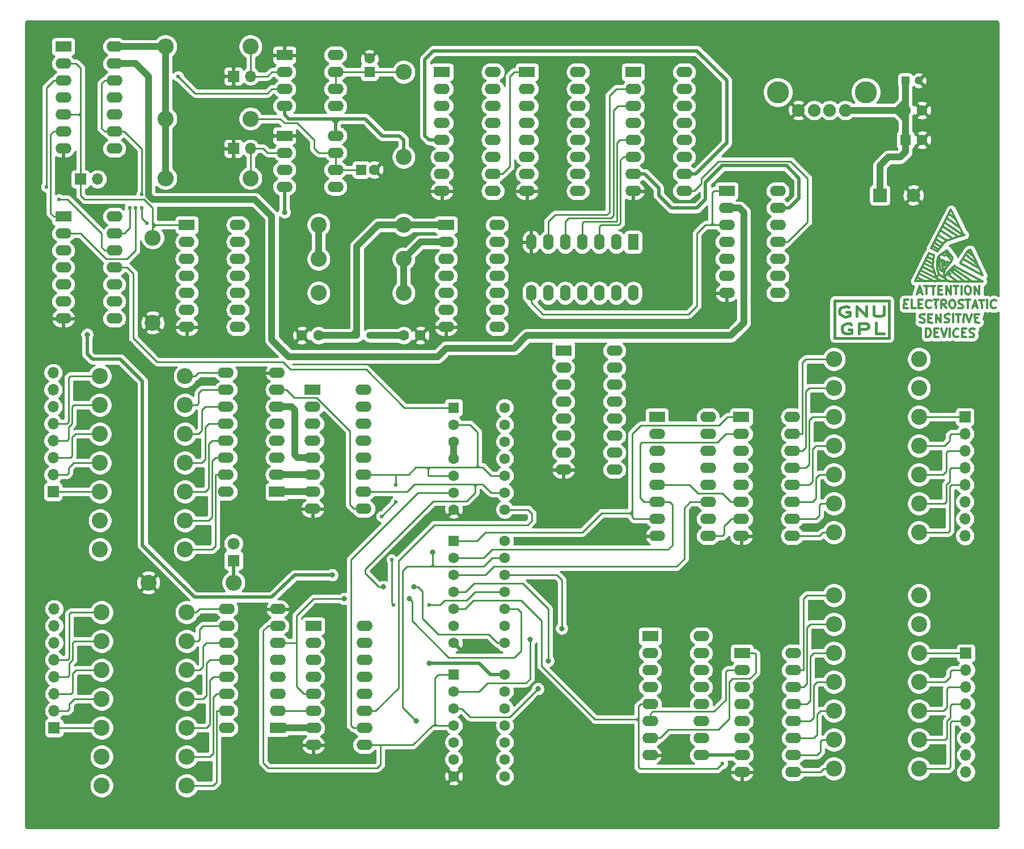
<source format=gbr>
G04 #@! TF.GenerationSoftware,KiCad,Pcbnew,(5.1.5)-3*
G04 #@! TF.CreationDate,2020-01-14T22:53:57-05:00*
G04 #@! TF.ProjectId,Digital Clock,44696769-7461-46c2-9043-6c6f636b2e6b,rev?*
G04 #@! TF.SameCoordinates,Original*
G04 #@! TF.FileFunction,Copper,L1,Top*
G04 #@! TF.FilePolarity,Positive*
%FSLAX46Y46*%
G04 Gerber Fmt 4.6, Leading zero omitted, Abs format (unit mm)*
G04 Created by KiCad (PCBNEW (5.1.5)-3) date 2020-01-14 22:53:57*
%MOMM*%
%LPD*%
G04 APERTURE LIST*
%ADD10C,0.304800*%
%ADD11C,0.381000*%
%ADD12C,1.900000*%
%ADD13C,3.300000*%
%ADD14C,2.000000*%
%ADD15R,2.000000X2.000000*%
%ADD16C,1.200000*%
%ADD17R,1.200000X1.200000*%
%ADD18C,1.600000*%
%ADD19R,1.600000X1.600000*%
%ADD20O,1.700000X1.700000*%
%ADD21R,1.700000X1.700000*%
%ADD22O,2.400000X1.600000*%
%ADD23R,2.400000X1.600000*%
%ADD24C,1.000000*%
%ADD25O,1.600000X2.400000*%
%ADD26R,1.600000X2.400000*%
%ADD27O,2.400000X2.400000*%
%ADD28C,2.400000*%
%ADD29C,1.800000*%
%ADD30R,1.800000X1.800000*%
%ADD31C,0.800000*%
%ADD32C,0.600000*%
%ADD33C,0.500000*%
%ADD34C,1.000000*%
%ADD35C,0.250000*%
%ADD36C,0.254000*%
G04 APERTURE END LIST*
D10*
X166862760Y-76212700D02*
X167192960Y-76080620D01*
X166583360Y-76641960D02*
X166862760Y-76212700D01*
X166253160Y-77180440D02*
X166583360Y-76641960D01*
X165742620Y-78011020D02*
X166253160Y-77180440D01*
X164274500Y-78981300D02*
X164884100Y-78450440D01*
X163763960Y-79491840D02*
X164274500Y-78981300D01*
X163454080Y-80152240D02*
X163763960Y-79491840D01*
X163222940Y-79842360D02*
X163454080Y-80152240D01*
X163382960Y-79062580D02*
X163222940Y-79842360D01*
X164393880Y-77792580D02*
X163382960Y-79062580D01*
X164543740Y-77282040D02*
X164393880Y-77792580D01*
X163682680Y-76192380D02*
X164543740Y-77282040D01*
X163454080Y-76342240D02*
X163682680Y-76192380D01*
X162613340Y-76972160D02*
X163454080Y-76342240D01*
X162364420Y-77302360D02*
X162613340Y-76972160D01*
X162313620Y-77350620D02*
X162364420Y-77302360D01*
X162234880Y-77891640D02*
X162313620Y-77350620D01*
X162234880Y-78950820D02*
X162234880Y-77891640D01*
X162463480Y-79822040D02*
X162234880Y-78950820D01*
X162092640Y-80241140D02*
X162463480Y-79822040D01*
X161594800Y-78572360D02*
X162092640Y-80241140D01*
X161704020Y-76890880D02*
X161594800Y-78572360D01*
X163433760Y-74820780D02*
X162204400Y-76332080D01*
X165333680Y-74152760D02*
X163433760Y-74820780D01*
X166283640Y-73870820D02*
X165333680Y-74152760D01*
X164393880Y-78930500D02*
X164652960Y-79281020D01*
X164162740Y-79641700D02*
X164193220Y-79641700D01*
X163863020Y-79461360D02*
X164162740Y-79641700D01*
X165694360Y-78122780D02*
X165762940Y-78092300D01*
X169044620Y-79941420D02*
X165694360Y-78122780D01*
X167243760Y-76161900D02*
X169044620Y-79941420D01*
X162184080Y-76311760D02*
X162214560Y-76311760D01*
X161323020Y-75882500D02*
X162184080Y-76311760D01*
X164294820Y-70091300D02*
X161323020Y-75882500D01*
X166174420Y-73822560D02*
X164294820Y-70091300D01*
X168993820Y-80860900D02*
X164952680Y-78651100D01*
X158932880Y-80782160D02*
X168993820Y-80860900D01*
X160992820Y-76621640D02*
X158932880Y-80782160D01*
X161622740Y-76901040D02*
X160992820Y-76621640D01*
X163784280Y-77911960D02*
X164012880Y-78041500D01*
X163355020Y-78450440D02*
X163784280Y-77911960D01*
X163382960Y-77840840D02*
X163355020Y-78450440D01*
X162943540Y-77632560D02*
X163382960Y-77840840D01*
X163073080Y-79032100D02*
X162943540Y-77632560D01*
X162974020Y-79341980D02*
X163073080Y-79032100D01*
X162694620Y-79110840D02*
X162974020Y-79341980D01*
X162565080Y-78272640D02*
X162694620Y-79110840D01*
X162565080Y-77330300D02*
X162565080Y-78272640D01*
X164144960Y-77381100D02*
X164322760Y-77612240D01*
X163664900Y-76852780D02*
X164144960Y-77381100D01*
X163304220Y-76972160D02*
X163664900Y-76852780D01*
X162974020Y-76822300D02*
X163304220Y-76972160D01*
X163995100Y-70802500D02*
X165033960Y-71541640D01*
X163733480Y-71412100D02*
X165663880Y-72811640D01*
X163334700Y-72072500D02*
X165943280Y-73822560D01*
X163073080Y-72600820D02*
X165282880Y-74051160D01*
X162725100Y-73240900D02*
X164543740Y-74381360D01*
X163634420Y-74660760D02*
X163664900Y-74660760D01*
X162364420Y-73870820D02*
X163634420Y-74660760D01*
X162034220Y-74510900D02*
X163052760Y-75201780D01*
X162773360Y-75651360D02*
X162773360Y-75631040D01*
X161853880Y-75021440D02*
X162773360Y-75651360D01*
X161574480Y-75501500D02*
X162394900Y-75981560D01*
X166784020Y-76441300D02*
X167624760Y-77071220D01*
X166535100Y-76901040D02*
X168183560Y-78191360D01*
X166204900Y-77510640D02*
X168462960Y-78851760D01*
X160713420Y-77132180D02*
X161455100Y-77530960D01*
X160533080Y-77632560D02*
X161604960Y-78221840D01*
X160334960Y-78122780D02*
X161622740Y-78851760D01*
X161673540Y-79461360D02*
X161704020Y-79461360D01*
X160053020Y-78671420D02*
X161673540Y-79461360D01*
X159743140Y-79131160D02*
X162943540Y-80782160D01*
X159524700Y-79692500D02*
X161904680Y-80830420D01*
X159313880Y-80220820D02*
X160434020Y-80812640D01*
X162544760Y-79842360D02*
X164063680Y-80860900D01*
X165105080Y-80782160D02*
X165133020Y-80782160D01*
X163733480Y-79771240D02*
X165105080Y-80782160D01*
X164322760Y-79311500D02*
X166253160Y-80761840D01*
X167342820Y-80782160D02*
X167363140Y-80782160D01*
X164604700Y-78930500D02*
X167342820Y-80782160D01*
X163433760Y-76540360D02*
X164144960Y-77050900D01*
X159623760Y-81511140D02*
X160053020Y-82781140D01*
X159214820Y-82781140D02*
X159623760Y-81511140D01*
X159334200Y-82430620D02*
X159933640Y-82440780D01*
X160294320Y-81518760D02*
X160975040Y-81511140D01*
X161305240Y-81511140D02*
X161942780Y-81500980D01*
X160634680Y-81518760D02*
X160665160Y-82750660D01*
X161622740Y-82781140D02*
X161615120Y-81528920D01*
X162422840Y-82750660D02*
X162433000Y-82750660D01*
X162422840Y-81518760D02*
X162422840Y-82750660D01*
X162433000Y-81518760D02*
X162943540Y-81518760D01*
X162463480Y-82120740D02*
X162483800Y-82120740D01*
X162885120Y-82110580D02*
X162463480Y-82120740D01*
X162443160Y-82770980D02*
X162453320Y-82770980D01*
X162984180Y-82788760D02*
X162443160Y-82770980D01*
X164274500Y-82760820D02*
X164274500Y-81528920D01*
X163563300Y-81559400D02*
X164274500Y-82760820D01*
X163573460Y-82798920D02*
X163563300Y-81559400D01*
X164693600Y-81511140D02*
X165394640Y-81511140D01*
X165054280Y-81539080D02*
X165074600Y-82750660D01*
X165864540Y-81500980D02*
X165854380Y-82760820D01*
X166514780Y-81650840D02*
X166723060Y-81528920D01*
X166403020Y-81859120D02*
X166514780Y-81650840D01*
X166403020Y-82179160D02*
X166403020Y-81859120D01*
X166514780Y-82610960D02*
X166403020Y-82179160D01*
X166684960Y-82750660D02*
X166514780Y-82610960D01*
X166893240Y-82770980D02*
X166684960Y-82750660D01*
X167124380Y-82659220D02*
X166893240Y-82770980D01*
X167233600Y-82440780D02*
X167124380Y-82659220D01*
X167243760Y-82141060D02*
X167233600Y-82440780D01*
X167233600Y-81800700D02*
X167243760Y-82141060D01*
X167063420Y-81589880D02*
X167233600Y-81800700D01*
X166834820Y-81518760D02*
X167063420Y-81589880D01*
X168523920Y-82770980D02*
X168513760Y-81539080D01*
X167805100Y-81569560D02*
X168523920Y-82770980D01*
X167794940Y-82760820D02*
X167805100Y-81569560D01*
X157934660Y-83581240D02*
X157294580Y-83581240D01*
X157284420Y-84841080D02*
X157873700Y-84841080D01*
X157294580Y-83581240D02*
X157284420Y-84841080D01*
X157713680Y-84201000D02*
X157335220Y-84190840D01*
X158445200Y-84841080D02*
X159034480Y-84841080D01*
X158452820Y-83571080D02*
X158445200Y-84841080D01*
X159473900Y-84851240D02*
X160042860Y-84851240D01*
X159473900Y-83588860D02*
X159473900Y-84851240D01*
X159524700Y-84201000D02*
X159875220Y-84201000D01*
X159473900Y-83588860D02*
X160042860Y-83588860D01*
X159484060Y-83599020D02*
X159473900Y-83588860D01*
X160964880Y-84841080D02*
X161312860Y-84759800D01*
X160754060Y-84739480D02*
X160964880Y-84841080D01*
X160594040Y-84490560D02*
X160754060Y-84739480D01*
X160573720Y-84129880D02*
X160594040Y-84490560D01*
X160672780Y-83759040D02*
X160573720Y-84129880D01*
X160924240Y-83609180D02*
X160672780Y-83759040D01*
X161145220Y-83609180D02*
X160924240Y-83609180D01*
X161383980Y-83720940D02*
X161145220Y-83609180D01*
X161734500Y-83588860D02*
X162405060Y-83588860D01*
X162034220Y-83969860D02*
X162054540Y-84841080D01*
X162054540Y-83599020D02*
X162074860Y-83599020D01*
X162044380Y-83990180D02*
X162054540Y-83599020D01*
X162913060Y-84249260D02*
X162923220Y-84249260D01*
X163314380Y-84249260D02*
X162913060Y-84249260D01*
X163484560Y-84160360D02*
X163314380Y-84249260D01*
X163573460Y-83969860D02*
X163484560Y-84160360D01*
X163484560Y-83710780D02*
X163573460Y-83969860D01*
X163294060Y-83599020D02*
X163484560Y-83710780D01*
X162854640Y-83609180D02*
X163294060Y-83599020D01*
X162854640Y-84830920D02*
X162854640Y-83609180D01*
X163205160Y-84289900D02*
X163563300Y-84830920D01*
X164264340Y-83649820D02*
X164444680Y-83639660D01*
X164114480Y-83840320D02*
X164264340Y-83649820D01*
X164043360Y-84259420D02*
X164114480Y-83840320D01*
X164114480Y-84579460D02*
X164043360Y-84259420D01*
X164322760Y-84841080D02*
X164114480Y-84579460D01*
X164543740Y-84851240D02*
X164322760Y-84841080D01*
X164734240Y-84800440D02*
X164543740Y-84851240D01*
X164853620Y-84640420D02*
X164734240Y-84800440D01*
X164924740Y-84259420D02*
X164853620Y-84640420D01*
X164863780Y-83891120D02*
X164924740Y-84259420D01*
X164724080Y-83670140D02*
X164863780Y-83891120D01*
X164475160Y-83599020D02*
X164724080Y-83670140D01*
X165714680Y-84869020D02*
X165404800Y-84830920D01*
X165963600Y-84790280D02*
X165714680Y-84869020D01*
X166113460Y-84620100D02*
X165963600Y-84790280D01*
X166004240Y-84350860D02*
X166113460Y-84620100D01*
X165752780Y-84239100D02*
X166004240Y-84350860D01*
X165453060Y-84079080D02*
X165752780Y-84239100D01*
X165394640Y-83891120D02*
X165453060Y-84079080D01*
X165534340Y-83639660D02*
X165394640Y-83891120D01*
X165895020Y-83581240D02*
X165534340Y-83639660D01*
X166123620Y-83649820D02*
X165895020Y-83581240D01*
X166514780Y-83588860D02*
X167165020Y-83588860D01*
X166824660Y-83599020D02*
X166844980Y-84841080D01*
X167883840Y-83619340D02*
X168285160Y-84841080D01*
X167464740Y-84851240D02*
X167883840Y-83619340D01*
X167594280Y-84490560D02*
X168125140Y-84490560D01*
X168544240Y-83619340D02*
X169235120Y-83609180D01*
X168884600Y-83619340D02*
X168915080Y-84841080D01*
X169715180Y-83581240D02*
X169715180Y-84810600D01*
X170825160Y-84830920D02*
X171002960Y-84719160D01*
X170533060Y-84830920D02*
X170825160Y-84830920D01*
X170284140Y-84630260D02*
X170533060Y-84830920D01*
X170233340Y-84228940D02*
X170284140Y-84630260D01*
X170324780Y-83809840D02*
X170233340Y-84228940D01*
X170563540Y-83609180D02*
X170324780Y-83809840D01*
X170794680Y-83588860D02*
X170563540Y-83609180D01*
X171063920Y-83741260D02*
X170794680Y-83588860D01*
X159722820Y-86959440D02*
X159654240Y-86939120D01*
X160063180Y-87020400D02*
X159722820Y-86959440D01*
X160294320Y-86911180D02*
X160063180Y-87020400D01*
X160345120Y-86639400D02*
X160294320Y-86911180D01*
X160213040Y-86431120D02*
X160345120Y-86639400D01*
X159882840Y-86299040D02*
X160213040Y-86431120D01*
X159654240Y-86179660D02*
X159882840Y-86299040D01*
X159633920Y-85968840D02*
X159654240Y-86179660D01*
X159865060Y-85740240D02*
X159633920Y-85968840D01*
X160174940Y-85730080D02*
X159865060Y-85740240D01*
X160383220Y-85791040D02*
X160174940Y-85730080D01*
X161483040Y-85730080D02*
X160934400Y-85730080D01*
X161312860Y-86309200D02*
X160914080Y-86299040D01*
X160924240Y-86969600D02*
X160903920Y-85740240D01*
X161523680Y-87000080D02*
X160924240Y-86969600D01*
X162763200Y-86979760D02*
X162763200Y-85740240D01*
X162074860Y-85801200D02*
X162763200Y-86979760D01*
X162074860Y-86969600D02*
X162074860Y-85801200D01*
X163634420Y-86979760D02*
X163365180Y-86939120D01*
X163873180Y-86959440D02*
X163634420Y-86979760D01*
X164043360Y-86758780D02*
X163873180Y-86959440D01*
X164012880Y-86560660D02*
X164043360Y-86758780D01*
X163845240Y-86410800D02*
X164012880Y-86560660D01*
X163624260Y-86339680D02*
X163845240Y-86410800D01*
X163423600Y-86250780D02*
X163624260Y-86339680D01*
X163324540Y-86060280D02*
X163423600Y-86250780D01*
X163393120Y-85849460D02*
X163324540Y-86060280D01*
X163603940Y-85730080D02*
X163393120Y-85849460D01*
X163873180Y-85699600D02*
X163603940Y-85730080D01*
X164084000Y-85791040D02*
X163873180Y-85699600D01*
X164594540Y-85689440D02*
X164594540Y-86949280D01*
X165044120Y-85740240D02*
X165714680Y-85750400D01*
X165384480Y-86949280D02*
X165394640Y-86949280D01*
X165374320Y-85760560D02*
X165384480Y-86949280D01*
X166184580Y-85760560D02*
X166174420Y-86959440D01*
X167005000Y-86959440D02*
X167444420Y-85740240D01*
X166593520Y-85740240D02*
X167005000Y-86959440D01*
X168483280Y-85730080D02*
X167883840Y-85740240D01*
X167883840Y-86979760D02*
X167863520Y-85760560D01*
X168493440Y-87000080D02*
X167883840Y-86979760D01*
X168292780Y-86299040D02*
X167934640Y-86309200D01*
X160954720Y-87909400D02*
X160655000Y-87899240D01*
X161124900Y-88000840D02*
X160954720Y-87909400D01*
X161244280Y-88239600D02*
X161124900Y-88000840D01*
X161284920Y-88569800D02*
X161244280Y-88239600D01*
X161173160Y-88971120D02*
X161284920Y-88569800D01*
X160903920Y-89148920D02*
X161173160Y-88971120D01*
X160583880Y-89148920D02*
X160903920Y-89148920D01*
X160583880Y-87909400D02*
X160583880Y-89148920D01*
X161823400Y-89131140D02*
X162443160Y-89148920D01*
X161853880Y-87889080D02*
X161823400Y-89131140D01*
X162453320Y-87889080D02*
X161853880Y-87889080D01*
X161925000Y-88508840D02*
X161925000Y-88491060D01*
X162262820Y-88480900D02*
X161925000Y-88508840D01*
X163222940Y-89148920D02*
X163644580Y-87889080D01*
X162803840Y-87878920D02*
X163222940Y-89148920D01*
X164084000Y-87889080D02*
X164084000Y-89131140D01*
X165394640Y-89039700D02*
X165404800Y-89029540D01*
X165244780Y-89159080D02*
X165394640Y-89039700D01*
X164983160Y-89120980D02*
X165244780Y-89159080D01*
X164703760Y-88950800D02*
X164983160Y-89120980D01*
X164604700Y-88651080D02*
X164703760Y-88950800D01*
X164683440Y-88249760D02*
X164604700Y-88651080D01*
X164934900Y-87960200D02*
X164683440Y-88249760D01*
X165183820Y-87909400D02*
X164934900Y-87960200D01*
X165394640Y-88000840D02*
X165183820Y-87909400D01*
X165963600Y-89131140D02*
X166535100Y-89148920D01*
X165953440Y-87909400D02*
X165963600Y-89131140D01*
X166563040Y-87889080D02*
X165953440Y-87909400D01*
X166283640Y-88480900D02*
X165973760Y-88491060D01*
X167063420Y-89120980D02*
X167073580Y-89110820D01*
X167294560Y-89159080D02*
X167063420Y-89120980D01*
X167604440Y-89110820D02*
X167294560Y-89159080D01*
X167744140Y-88920320D02*
X167604440Y-89110820D01*
X167624760Y-88630760D02*
X167744140Y-88920320D01*
X167363140Y-88529160D02*
X167624760Y-88630760D01*
X167083740Y-88310720D02*
X167363140Y-88529160D01*
X167083740Y-88069420D02*
X167083740Y-88310720D01*
X167314880Y-87899240D02*
X167083740Y-88069420D01*
X167584120Y-87899240D02*
X167314880Y-87899240D01*
X167805100Y-87990680D02*
X167584120Y-87899240D01*
D11*
X146939000Y-89281000D02*
X146939000Y-83693000D01*
X155067000Y-89281000D02*
X146939000Y-89281000D01*
X155067000Y-83693000D02*
X155067000Y-89281000D01*
X146939000Y-83693000D02*
X155067000Y-83693000D01*
X149202140Y-85440520D02*
X148701760Y-85440520D01*
X149202140Y-85940900D02*
X149202140Y-85440520D01*
X148503640Y-86141560D02*
X149202140Y-85940900D01*
X148003260Y-85940900D02*
X148503640Y-86141560D01*
X147703540Y-85641180D02*
X148003260Y-85940900D01*
X147601940Y-85239860D02*
X147703540Y-85641180D01*
X147802600Y-84841080D02*
X147601940Y-85239860D01*
X148203920Y-84640420D02*
X147802600Y-84841080D01*
X148701760Y-84541360D02*
X148203920Y-84640420D01*
X149004020Y-84640420D02*
X148701760Y-84541360D01*
X151704040Y-86039960D02*
X151704040Y-84541360D01*
X150202900Y-84541360D02*
X151704040Y-86039960D01*
X150202900Y-86039960D02*
X150202900Y-84541360D01*
X154302460Y-85841840D02*
X154302460Y-84541360D01*
X154101800Y-85940900D02*
X154302460Y-85841840D01*
X153802080Y-86039960D02*
X154101800Y-85940900D01*
X153403300Y-86039960D02*
X153802080Y-86039960D01*
X153103580Y-86039960D02*
X153403300Y-86039960D01*
X152803860Y-85841840D02*
X153103580Y-86039960D01*
X152803860Y-84541360D02*
X152803860Y-85841840D01*
X149501860Y-88041480D02*
X149004020Y-88041480D01*
X149501860Y-88541860D02*
X149501860Y-88041480D01*
X149004020Y-88640920D02*
X149501860Y-88541860D01*
X148701760Y-88640920D02*
X149004020Y-88640920D01*
X148402040Y-88541860D02*
X148701760Y-88640920D01*
X148102320Y-88341200D02*
X148402040Y-88541860D01*
X148003260Y-87939880D02*
X148102320Y-88341200D01*
X148003260Y-87640160D02*
X148003260Y-87939880D01*
X148203920Y-87340440D02*
X148003260Y-87640160D01*
X148402040Y-87241380D02*
X148203920Y-87340440D01*
X148701760Y-87139780D02*
X148402040Y-87241380D01*
X149202140Y-87139780D02*
X148701760Y-87139780D01*
X149402800Y-87241380D02*
X149202140Y-87139780D01*
X151503380Y-87939880D02*
X150604220Y-87939880D01*
X151803100Y-87840820D02*
X151503380Y-87939880D01*
X152003760Y-87640160D02*
X151803100Y-87840820D01*
X152003760Y-87442040D02*
X152003760Y-87640160D01*
X151902160Y-87241380D02*
X152003760Y-87442040D01*
X151704040Y-87139780D02*
X151902160Y-87241380D01*
X151503380Y-87139780D02*
X151704040Y-87139780D01*
X150604220Y-87139780D02*
X151503380Y-87139780D01*
X150604220Y-88640920D02*
X150604220Y-87139780D01*
X153103580Y-88640920D02*
X154302460Y-88640920D01*
X153103580Y-87040720D02*
X153103580Y-88640920D01*
D12*
X141500000Y-55245000D03*
X143850000Y-55245000D03*
X146150000Y-55245000D03*
X148500000Y-55245000D03*
D13*
X138430000Y-52535000D03*
X151570000Y-52535000D03*
D14*
X158670000Y-67945000D03*
D15*
X153670000Y-67945000D03*
D16*
X159480000Y-50800000D03*
D17*
X157480000Y-50800000D03*
D18*
X159980000Y-59690000D03*
D19*
X157480000Y-59690000D03*
D18*
X159980000Y-55245000D03*
X157480000Y-55245000D03*
D20*
X30353000Y-129794000D03*
X30353000Y-132334000D03*
X30353000Y-134874000D03*
X30353000Y-137414000D03*
X30353000Y-139954000D03*
X30353000Y-142494000D03*
X30353000Y-145034000D03*
D21*
X30353000Y-147574000D03*
D20*
X166497000Y-154178000D03*
X166497000Y-151638000D03*
X166497000Y-149098000D03*
X166497000Y-146558000D03*
X166497000Y-144018000D03*
X166497000Y-141478000D03*
X166497000Y-138938000D03*
D21*
X166497000Y-136398000D03*
D20*
X166370000Y-118872000D03*
X166370000Y-116332000D03*
X166370000Y-113792000D03*
X166370000Y-111252000D03*
X166370000Y-108712000D03*
X166370000Y-106172000D03*
X166370000Y-103632000D03*
D21*
X166370000Y-101092000D03*
D20*
X30226000Y-94488000D03*
X30226000Y-97028000D03*
X30226000Y-99568000D03*
X30226000Y-102108000D03*
X30226000Y-104648000D03*
X30226000Y-107188000D03*
X30226000Y-109728000D03*
D21*
X30226000Y-112268000D03*
D20*
X36830000Y-65532000D03*
D21*
X34290000Y-65532000D03*
D20*
X59690000Y-50165000D03*
D21*
X57150000Y-50165000D03*
D20*
X59690000Y-60960000D03*
D21*
X57150000Y-60960000D03*
D22*
X39370000Y-45720000D03*
X31750000Y-60960000D03*
X39370000Y-48260000D03*
X31750000Y-58420000D03*
X39370000Y-50800000D03*
X31750000Y-55880000D03*
X39370000Y-53340000D03*
X31750000Y-53340000D03*
X39370000Y-55880000D03*
X31750000Y-50800000D03*
X39370000Y-58420000D03*
X31750000Y-48260000D03*
X39370000Y-60960000D03*
D23*
X31750000Y-45720000D03*
D22*
X39370000Y-71120000D03*
X31750000Y-86360000D03*
X39370000Y-73660000D03*
X31750000Y-83820000D03*
X39370000Y-76200000D03*
X31750000Y-81280000D03*
X39370000Y-78740000D03*
X31750000Y-78740000D03*
X39370000Y-81280000D03*
X31750000Y-76200000D03*
X39370000Y-83820000D03*
X31750000Y-73660000D03*
X39370000Y-86360000D03*
D23*
X31750000Y-71120000D03*
D22*
X57785000Y-72390000D03*
X50165000Y-87630000D03*
X57785000Y-74930000D03*
X50165000Y-85090000D03*
X57785000Y-77470000D03*
X50165000Y-82550000D03*
X57785000Y-80010000D03*
X50165000Y-80010000D03*
X57785000Y-82550000D03*
X50165000Y-77470000D03*
X57785000Y-85090000D03*
X50165000Y-74930000D03*
X57785000Y-87630000D03*
D23*
X50165000Y-72390000D03*
D24*
X77465000Y-88900000D03*
X75565000Y-88900000D03*
D22*
X124460000Y-49530000D03*
X116840000Y-67310000D03*
X124460000Y-52070000D03*
X116840000Y-64770000D03*
X124460000Y-54610000D03*
X116840000Y-62230000D03*
X124460000Y-57150000D03*
X116840000Y-59690000D03*
X124460000Y-59690000D03*
X116840000Y-57150000D03*
X124460000Y-62230000D03*
X116840000Y-54610000D03*
X124460000Y-64770000D03*
X116840000Y-52070000D03*
X124460000Y-67310000D03*
D23*
X116840000Y-49530000D03*
D22*
X140716000Y-136398000D03*
X133096000Y-154178000D03*
X140716000Y-138938000D03*
X133096000Y-151638000D03*
X140716000Y-141478000D03*
X133096000Y-149098000D03*
X140716000Y-144018000D03*
X133096000Y-146558000D03*
X140716000Y-146558000D03*
X133096000Y-144018000D03*
X140716000Y-149098000D03*
X133096000Y-141478000D03*
X140716000Y-151638000D03*
X133096000Y-138938000D03*
X140716000Y-154178000D03*
D23*
X133096000Y-136398000D03*
D22*
X140589000Y-101092000D03*
X132969000Y-118872000D03*
X140589000Y-103632000D03*
X132969000Y-116332000D03*
X140589000Y-106172000D03*
X132969000Y-113792000D03*
X140589000Y-108712000D03*
X132969000Y-111252000D03*
X140589000Y-111252000D03*
X132969000Y-108712000D03*
X140589000Y-113792000D03*
X132969000Y-106172000D03*
X140589000Y-116332000D03*
X132969000Y-103632000D03*
X140589000Y-118872000D03*
D23*
X132969000Y-101092000D03*
D22*
X56134000Y-147574000D03*
X63754000Y-129794000D03*
X56134000Y-145034000D03*
X63754000Y-132334000D03*
X56134000Y-142494000D03*
X63754000Y-134874000D03*
X56134000Y-139954000D03*
X63754000Y-137414000D03*
X56134000Y-137414000D03*
X63754000Y-139954000D03*
X56134000Y-134874000D03*
X63754000Y-142494000D03*
X56134000Y-132334000D03*
X63754000Y-145034000D03*
X56134000Y-129794000D03*
D23*
X63754000Y-147574000D03*
D22*
X56007000Y-112268000D03*
X63627000Y-94488000D03*
X56007000Y-109728000D03*
X63627000Y-97028000D03*
X56007000Y-107188000D03*
X63627000Y-99568000D03*
X56007000Y-104648000D03*
X63627000Y-102108000D03*
X56007000Y-102108000D03*
X63627000Y-104648000D03*
X56007000Y-99568000D03*
X63627000Y-107188000D03*
X56007000Y-97028000D03*
X63627000Y-109728000D03*
X56007000Y-94488000D03*
D23*
X63627000Y-112268000D03*
D22*
X76581000Y-97028000D03*
X68961000Y-114808000D03*
X76581000Y-99568000D03*
X68961000Y-112268000D03*
X76581000Y-102108000D03*
X68961000Y-109728000D03*
X76581000Y-104648000D03*
X68961000Y-107188000D03*
X76581000Y-107188000D03*
X68961000Y-104648000D03*
X76581000Y-109728000D03*
X68961000Y-102108000D03*
X76581000Y-112268000D03*
X68961000Y-99568000D03*
X76581000Y-114808000D03*
D23*
X68961000Y-97028000D03*
D22*
X76708000Y-132334000D03*
X69088000Y-150114000D03*
X76708000Y-134874000D03*
X69088000Y-147574000D03*
X76708000Y-137414000D03*
X69088000Y-145034000D03*
X76708000Y-139954000D03*
X69088000Y-142494000D03*
X76708000Y-142494000D03*
X69088000Y-139954000D03*
X76708000Y-145034000D03*
X69088000Y-137414000D03*
X76708000Y-147574000D03*
X69088000Y-134874000D03*
X76708000Y-150114000D03*
D23*
X69088000Y-132334000D03*
D22*
X114046000Y-91186000D03*
X106426000Y-108966000D03*
X114046000Y-93726000D03*
X106426000Y-106426000D03*
X114046000Y-96266000D03*
X106426000Y-103886000D03*
X114046000Y-98806000D03*
X106426000Y-101346000D03*
X114046000Y-101346000D03*
X106426000Y-98806000D03*
X114046000Y-103886000D03*
X106426000Y-96266000D03*
X114046000Y-106426000D03*
X106426000Y-93726000D03*
X114046000Y-108966000D03*
D23*
X106426000Y-91186000D03*
D18*
X97663000Y-139573000D03*
X97663000Y-142113000D03*
X97663000Y-144653000D03*
X97663000Y-147193000D03*
X97663000Y-149733000D03*
X97663000Y-152273000D03*
X97663000Y-154813000D03*
X90043000Y-154813000D03*
X90043000Y-152273000D03*
X90043000Y-149733000D03*
X90043000Y-147193000D03*
X90043000Y-144653000D03*
X90043000Y-142113000D03*
D19*
X90043000Y-139573000D03*
D18*
X97663000Y-119634000D03*
X97663000Y-122174000D03*
X97663000Y-124714000D03*
X97663000Y-127254000D03*
X97663000Y-129794000D03*
X97663000Y-132334000D03*
X97663000Y-134874000D03*
X90043000Y-134874000D03*
X90043000Y-132334000D03*
X90043000Y-129794000D03*
X90043000Y-127254000D03*
X90043000Y-124714000D03*
X90043000Y-122174000D03*
D19*
X90043000Y-119634000D03*
D18*
X97663000Y-99695000D03*
X97663000Y-102235000D03*
X97663000Y-104775000D03*
X97663000Y-107315000D03*
X97663000Y-109855000D03*
X97663000Y-112395000D03*
X97663000Y-114935000D03*
X90043000Y-114935000D03*
X90043000Y-112395000D03*
X90043000Y-109855000D03*
X90043000Y-107315000D03*
X90043000Y-104775000D03*
X90043000Y-102235000D03*
D19*
X90043000Y-99695000D03*
D22*
X128016000Y-101092000D03*
X120396000Y-118872000D03*
X128016000Y-103632000D03*
X120396000Y-116332000D03*
X128016000Y-106172000D03*
X120396000Y-113792000D03*
X128016000Y-108712000D03*
X120396000Y-111252000D03*
X128016000Y-111252000D03*
X120396000Y-108712000D03*
X128016000Y-113792000D03*
X120396000Y-106172000D03*
X128016000Y-116332000D03*
X120396000Y-103632000D03*
X128016000Y-118872000D03*
D23*
X120396000Y-101092000D03*
D22*
X127000000Y-133858000D03*
X119380000Y-151638000D03*
X127000000Y-136398000D03*
X119380000Y-149098000D03*
X127000000Y-138938000D03*
X119380000Y-146558000D03*
X127000000Y-141478000D03*
X119380000Y-144018000D03*
X127000000Y-144018000D03*
X119380000Y-141478000D03*
X127000000Y-146558000D03*
X119380000Y-138938000D03*
X127000000Y-149098000D03*
X119380000Y-136398000D03*
X127000000Y-151638000D03*
D23*
X119380000Y-133858000D03*
D22*
X72390000Y-46990000D03*
X64770000Y-54610000D03*
X72390000Y-49530000D03*
X64770000Y-52070000D03*
X72390000Y-52070000D03*
X64770000Y-49530000D03*
X72390000Y-54610000D03*
D23*
X64770000Y-46990000D03*
D22*
X72390000Y-59055000D03*
X64770000Y-66675000D03*
X72390000Y-61595000D03*
X64770000Y-64135000D03*
X72390000Y-64135000D03*
X64770000Y-61595000D03*
X72390000Y-66675000D03*
D23*
X64770000Y-59055000D03*
D25*
X116840000Y-82550000D03*
X101600000Y-74930000D03*
X114300000Y-82550000D03*
X104140000Y-74930000D03*
X111760000Y-82550000D03*
X106680000Y-74930000D03*
X109220000Y-82550000D03*
X109220000Y-74930000D03*
X106680000Y-82550000D03*
X111760000Y-74930000D03*
X104140000Y-82550000D03*
X114300000Y-74930000D03*
X101600000Y-82550000D03*
D26*
X116840000Y-74930000D03*
D22*
X95885000Y-49530000D03*
X88265000Y-67310000D03*
X95885000Y-52070000D03*
X88265000Y-64770000D03*
X95885000Y-54610000D03*
X88265000Y-62230000D03*
X95885000Y-57150000D03*
X88265000Y-59690000D03*
X95885000Y-59690000D03*
X88265000Y-57150000D03*
X95885000Y-62230000D03*
X88265000Y-54610000D03*
X95885000Y-64770000D03*
X88265000Y-52070000D03*
X95885000Y-67310000D03*
D23*
X88265000Y-49530000D03*
D22*
X108585000Y-49530000D03*
X100965000Y-67310000D03*
X108585000Y-52070000D03*
X100965000Y-64770000D03*
X108585000Y-54610000D03*
X100965000Y-62230000D03*
X108585000Y-57150000D03*
X100965000Y-59690000D03*
X108585000Y-59690000D03*
X100965000Y-57150000D03*
X108585000Y-62230000D03*
X100965000Y-54610000D03*
X108585000Y-64770000D03*
X100965000Y-52070000D03*
X108585000Y-67310000D03*
D23*
X100965000Y-49530000D03*
D22*
X138430000Y-67310000D03*
X130810000Y-82550000D03*
X138430000Y-69850000D03*
X130810000Y-80010000D03*
X138430000Y-72390000D03*
X130810000Y-77470000D03*
X138430000Y-74930000D03*
X130810000Y-74930000D03*
X138430000Y-77470000D03*
X130810000Y-72390000D03*
X138430000Y-80010000D03*
X130810000Y-69850000D03*
X138430000Y-82550000D03*
D23*
X130810000Y-67310000D03*
D22*
X96520000Y-72390000D03*
X88900000Y-87630000D03*
X96520000Y-74930000D03*
X88900000Y-85090000D03*
X96520000Y-77470000D03*
X88900000Y-82550000D03*
X96520000Y-80010000D03*
X88900000Y-80010000D03*
X96520000Y-82550000D03*
X88900000Y-77470000D03*
X96520000Y-85090000D03*
X88900000Y-74930000D03*
X96520000Y-87630000D03*
D23*
X88900000Y-72390000D03*
D27*
X146812000Y-132080000D03*
D28*
X159512000Y-132080000D03*
D27*
X146812000Y-127762000D03*
D28*
X159512000Y-127762000D03*
D27*
X146812000Y-153670000D03*
D28*
X159512000Y-153670000D03*
D27*
X146812000Y-149352000D03*
D28*
X159512000Y-149352000D03*
D27*
X146812000Y-145034000D03*
D28*
X159512000Y-145034000D03*
D27*
X146812000Y-140716000D03*
D28*
X159512000Y-140716000D03*
D27*
X146812000Y-136398000D03*
D28*
X159512000Y-136398000D03*
D27*
X146812000Y-96774000D03*
D28*
X159512000Y-96774000D03*
D27*
X146812000Y-92456000D03*
D28*
X159512000Y-92456000D03*
D27*
X146812000Y-118364000D03*
D28*
X159512000Y-118364000D03*
D27*
X146812000Y-114046000D03*
D28*
X159512000Y-114046000D03*
D27*
X146812000Y-109728000D03*
D28*
X159512000Y-109728000D03*
D27*
X146812000Y-105410000D03*
D28*
X159512000Y-105410000D03*
D27*
X146812000Y-101092000D03*
D28*
X159512000Y-101092000D03*
D27*
X50165000Y-151892000D03*
D28*
X37465000Y-151892000D03*
D27*
X50165000Y-156210000D03*
D28*
X37465000Y-156210000D03*
D27*
X50165000Y-130302000D03*
D28*
X37465000Y-130302000D03*
D27*
X50165000Y-134620000D03*
D28*
X37465000Y-134620000D03*
D27*
X50165000Y-138938000D03*
D28*
X37465000Y-138938000D03*
D27*
X50165000Y-143256000D03*
D28*
X37465000Y-143256000D03*
D27*
X50165000Y-147574000D03*
D28*
X37465000Y-147574000D03*
D27*
X49911000Y-116586000D03*
D28*
X37211000Y-116586000D03*
D27*
X49911000Y-120904000D03*
D28*
X37211000Y-120904000D03*
D27*
X49911000Y-94996000D03*
D28*
X37211000Y-94996000D03*
D27*
X57150000Y-125857000D03*
D28*
X44450000Y-125857000D03*
D27*
X49911000Y-99314000D03*
D28*
X37211000Y-99314000D03*
D27*
X49911000Y-103632000D03*
D28*
X37211000Y-103632000D03*
D27*
X49911000Y-107950000D03*
D28*
X37211000Y-107950000D03*
D27*
X49911000Y-112268000D03*
D28*
X37211000Y-112268000D03*
D27*
X45085000Y-74295000D03*
D28*
X45085000Y-86995000D03*
D27*
X82550000Y-49530000D03*
D28*
X82550000Y-62230000D03*
D27*
X59690000Y-56515000D03*
D28*
X46990000Y-56515000D03*
D27*
X46990000Y-45720000D03*
D28*
X59690000Y-45720000D03*
D27*
X46990000Y-65405000D03*
D28*
X59690000Y-65405000D03*
D27*
X69850000Y-82550000D03*
D28*
X82550000Y-82550000D03*
D27*
X69850000Y-77470000D03*
D28*
X82550000Y-77470000D03*
D27*
X82550000Y-72390000D03*
D28*
X69850000Y-72390000D03*
D29*
X57150000Y-120015000D03*
D30*
X57150000Y-122555000D03*
D18*
X78200000Y-64135000D03*
D19*
X76200000Y-64135000D03*
D18*
X77470000Y-47530000D03*
D19*
X77470000Y-49530000D03*
D18*
X85050000Y-88900000D03*
X82550000Y-88900000D03*
X67350000Y-88900000D03*
X69850000Y-88900000D03*
D31*
X64770000Y-70485000D03*
X86360000Y-137922000D03*
X31242000Y-64262000D03*
X49403000Y-60833000D03*
X100330000Y-113538000D03*
X106426000Y-112522000D03*
X113411000Y-113411000D03*
X62103000Y-65532000D03*
D32*
X43434000Y-67818000D03*
X43434000Y-69850000D03*
X44196000Y-72136000D03*
X41656000Y-69850000D03*
X31115000Y-68580000D03*
X29210000Y-66675000D03*
X42545000Y-69850000D03*
D31*
X35306000Y-88773000D03*
X71882000Y-124714000D03*
D32*
X48895000Y-50165000D03*
D31*
X104140000Y-137541000D03*
D32*
X130175000Y-152908000D03*
X81407000Y-111252000D03*
X81407000Y-113792000D03*
X79248000Y-115951000D03*
X80772000Y-122428000D03*
X81026000Y-129159000D03*
X86360000Y-129159000D03*
D31*
X84074000Y-126492000D03*
X79502000Y-126492000D03*
X84455000Y-146558000D03*
X86868000Y-121285000D03*
X102616000Y-141732000D03*
X106172000Y-132715000D03*
X73660000Y-128270000D03*
X83439000Y-128270000D03*
X101473000Y-134366000D03*
D33*
X72390000Y-57755000D02*
X72390000Y-59055000D01*
X64770000Y-54610000D02*
X64770000Y-55910000D01*
X64770000Y-55910000D02*
X65375000Y-56515000D01*
X76835000Y-56515000D02*
X79375000Y-59055000D01*
X79375000Y-59055000D02*
X81915000Y-59055000D01*
X82550000Y-59690000D02*
X82550000Y-62230000D01*
X81915000Y-59055000D02*
X82550000Y-59690000D01*
X71882000Y-56515000D02*
X72390000Y-57023000D01*
X71628000Y-56515000D02*
X71882000Y-56515000D01*
X72390000Y-57023000D02*
X72390000Y-57755000D01*
X65375000Y-56515000D02*
X71628000Y-56515000D01*
X71628000Y-56515000D02*
X72390000Y-56515000D01*
X72390000Y-56515000D02*
X72390000Y-57023000D01*
X72898000Y-56515000D02*
X72390000Y-57023000D01*
X73152000Y-56515000D02*
X72898000Y-56515000D01*
X72390000Y-56515000D02*
X73152000Y-56515000D01*
X73152000Y-56515000D02*
X76835000Y-56515000D01*
D34*
X46990000Y-65405000D02*
X46990000Y-56515000D01*
X46990000Y-56515000D02*
X46990000Y-54610000D01*
X46990000Y-54610000D02*
X46990000Y-45720000D01*
X46990000Y-45720000D02*
X39370000Y-45720000D01*
D33*
X64770000Y-70485000D02*
X64770000Y-66675000D01*
X95504000Y-139573000D02*
X97663000Y-139573000D01*
X86360000Y-137922000D02*
X93853000Y-137922000D01*
X93853000Y-137922000D02*
X95504000Y-139573000D01*
D34*
X156210000Y-55245000D02*
X157480000Y-53975000D01*
X157480000Y-53975000D02*
X157480000Y-50800000D01*
X148500000Y-55245000D02*
X156210000Y-55245000D01*
X157480000Y-55245000D02*
X157480000Y-53975000D01*
X156210000Y-55245000D02*
X157480000Y-55245000D01*
X156210000Y-55245000D02*
X157480000Y-56515000D01*
X157480000Y-55245000D02*
X157480000Y-56515000D01*
X157480000Y-56515000D02*
X157480000Y-59690000D01*
X157480000Y-61490000D02*
X156740000Y-62230000D01*
X157480000Y-59690000D02*
X157480000Y-61490000D01*
X156740000Y-62230000D02*
X154940000Y-62230000D01*
X153670000Y-63500000D02*
X153670000Y-67945000D01*
X154940000Y-62230000D02*
X153670000Y-63500000D01*
X82550000Y-72390000D02*
X88900000Y-72390000D01*
X78740000Y-72390000D02*
X82550000Y-72390000D01*
X75565000Y-75565000D02*
X78740000Y-72390000D01*
X74930000Y-88900000D02*
X75565000Y-88265000D01*
X74676000Y-88900000D02*
X74930000Y-88900000D01*
X74676000Y-88900000D02*
X75565000Y-88900000D01*
X75565000Y-88265000D02*
X75565000Y-75565000D01*
X69850000Y-88900000D02*
X74676000Y-88900000D01*
X75565000Y-88900000D02*
X75565000Y-88265000D01*
X82550000Y-88900000D02*
X77465000Y-88900000D01*
D35*
X72390000Y-52070000D02*
X72390000Y-49530000D01*
X72390000Y-49530000D02*
X77470000Y-49530000D01*
X82550000Y-49530000D02*
X77470000Y-49530000D01*
X72390000Y-64135000D02*
X72390000Y-61595000D01*
X72390000Y-64135000D02*
X76200000Y-64135000D01*
X69850000Y-61595000D02*
X72390000Y-61595000D01*
X69215000Y-60960000D02*
X69850000Y-61595000D01*
X64135000Y-56515000D02*
X64770000Y-57150000D01*
X64770000Y-57150000D02*
X66675000Y-57150000D01*
X59690000Y-56515000D02*
X64135000Y-56515000D01*
X66675000Y-57150000D02*
X69215000Y-59690000D01*
X69215000Y-59690000D02*
X69215000Y-60960000D01*
D33*
X57150000Y-125857000D02*
X57150000Y-122555000D01*
D34*
X69850000Y-72390000D02*
X69850000Y-77470000D01*
X82550000Y-77470000D02*
X85090000Y-74930000D01*
X85090000Y-74930000D02*
X88900000Y-74930000D01*
X82550000Y-77470000D02*
X82550000Y-82550000D01*
D35*
X59690000Y-60960000D02*
X61595000Y-60960000D01*
X62230000Y-61595000D02*
X64770000Y-61595000D01*
X61595000Y-60960000D02*
X62230000Y-61595000D01*
X59690000Y-65405000D02*
X59690000Y-60960000D01*
X59690000Y-48962919D02*
X59690000Y-45720000D01*
X59690000Y-50165000D02*
X59690000Y-48962919D01*
X59690000Y-50165000D02*
X62230000Y-50165000D01*
X62230000Y-50165000D02*
X62865000Y-49530000D01*
X62865000Y-49530000D02*
X64770000Y-49530000D01*
X33655000Y-55880000D02*
X31750000Y-55880000D01*
X34290000Y-55880000D02*
X34290000Y-48895000D01*
X34290000Y-48895000D02*
X33655000Y-48260000D01*
X33655000Y-48260000D02*
X31750000Y-48260000D01*
X34036000Y-55880000D02*
X34290000Y-55626000D01*
X34290000Y-55880000D02*
X34036000Y-55880000D01*
X34036000Y-55880000D02*
X33655000Y-55880000D01*
X34036000Y-55880000D02*
X34290000Y-56134000D01*
X34290000Y-56134000D02*
X34290000Y-55880000D01*
X45085000Y-72009000D02*
X45466000Y-72390000D01*
X45466000Y-72390000D02*
X50165000Y-72390000D01*
X45085000Y-72390000D02*
X45466000Y-72390000D01*
X45085000Y-72009000D02*
X45085000Y-72390000D01*
X45085000Y-72771000D02*
X45466000Y-72390000D01*
X45085000Y-72390000D02*
X45085000Y-72771000D01*
X45085000Y-72771000D02*
X45085000Y-74295000D01*
X34290000Y-65532000D02*
X34290000Y-56134000D01*
X45085000Y-69850000D02*
X45085000Y-72009000D01*
X43815000Y-68580000D02*
X45085000Y-69850000D01*
X34925000Y-68580000D02*
X43815000Y-68580000D01*
X34290000Y-65532000D02*
X34290000Y-67945000D01*
X34290000Y-67945000D02*
X34925000Y-68580000D01*
X52959000Y-112268000D02*
X49911000Y-112268000D01*
X53467000Y-111760000D02*
X52959000Y-112268000D01*
X53467000Y-105156000D02*
X53467000Y-111760000D01*
X56007000Y-104648000D02*
X53975000Y-104648000D01*
X53975000Y-104648000D02*
X53467000Y-105156000D01*
X52451000Y-107950000D02*
X49911000Y-107950000D01*
X52959000Y-107442000D02*
X52451000Y-107950000D01*
X52959000Y-102616000D02*
X52959000Y-107442000D01*
X56007000Y-102108000D02*
X53467000Y-102108000D01*
X53467000Y-102108000D02*
X52959000Y-102616000D01*
X51943000Y-103632000D02*
X49911000Y-103632000D01*
X52451000Y-100076000D02*
X52451000Y-103124000D01*
X52451000Y-103124000D02*
X51943000Y-103632000D01*
X56007000Y-99568000D02*
X52959000Y-99568000D01*
X52959000Y-99568000D02*
X52451000Y-100076000D01*
X51689000Y-99314000D02*
X49911000Y-99314000D01*
X51943000Y-97536000D02*
X51943000Y-99060000D01*
X51943000Y-99060000D02*
X51689000Y-99314000D01*
X56007000Y-97028000D02*
X52451000Y-97028000D01*
X52451000Y-97028000D02*
X51943000Y-97536000D01*
X56007000Y-94488000D02*
X51943000Y-94488000D01*
X51435000Y-94996000D02*
X49911000Y-94996000D01*
X51943000Y-94488000D02*
X51435000Y-94996000D01*
X53972980Y-120904000D02*
X49911000Y-120904000D01*
X54481990Y-109729010D02*
X54481990Y-120394990D01*
X54481990Y-120394990D02*
X53972980Y-120904000D01*
X56007000Y-109728000D02*
X54483000Y-109728000D01*
X54483000Y-109728000D02*
X54481990Y-109729010D01*
X53975000Y-107696000D02*
X53975000Y-116078000D01*
X53467000Y-116586000D02*
X49911000Y-116586000D01*
X53975000Y-116078000D02*
X53467000Y-116586000D01*
X56007000Y-107188000D02*
X54483000Y-107188000D01*
X54483000Y-107188000D02*
X53975000Y-107696000D01*
X56134000Y-139954000D02*
X54102000Y-139954000D01*
X54102000Y-139954000D02*
X53594000Y-140462000D01*
X53594000Y-147066000D02*
X53086000Y-147574000D01*
X53086000Y-147574000D02*
X50038000Y-147574000D01*
X53594000Y-140462000D02*
X53594000Y-147066000D01*
X53086000Y-142748000D02*
X52578000Y-143256000D01*
X56134000Y-137414000D02*
X53594000Y-137414000D01*
X53594000Y-137414000D02*
X53086000Y-137922000D01*
X52578000Y-143256000D02*
X50038000Y-143256000D01*
X53086000Y-137922000D02*
X53086000Y-142748000D01*
X52070000Y-138938000D02*
X50038000Y-138938000D01*
X52578000Y-138430000D02*
X52070000Y-138938000D01*
X53086000Y-134874000D02*
X52578000Y-135382000D01*
X52578000Y-135382000D02*
X52578000Y-138430000D01*
X56134000Y-134874000D02*
X53086000Y-134874000D01*
X51816000Y-134620000D02*
X50038000Y-134620000D01*
X52578000Y-132334000D02*
X52070000Y-132842000D01*
X52070000Y-132842000D02*
X52070000Y-134366000D01*
X56134000Y-132334000D02*
X52578000Y-132334000D01*
X52070000Y-134366000D02*
X51816000Y-134620000D01*
X52070000Y-129794000D02*
X51562000Y-130302000D01*
X51562000Y-130302000D02*
X50038000Y-130302000D01*
X56134000Y-129794000D02*
X52070000Y-129794000D01*
X56134000Y-145034000D02*
X54610000Y-145034000D01*
X54610000Y-145034000D02*
X54608990Y-145035010D01*
X54099980Y-156210000D02*
X50038000Y-156210000D01*
X54608990Y-145035010D02*
X54608990Y-155700990D01*
X54608990Y-155700990D02*
X54099980Y-156210000D01*
X53594000Y-151892000D02*
X50038000Y-151892000D01*
X56134000Y-142494000D02*
X54610000Y-142494000D01*
X54610000Y-142494000D02*
X54102000Y-143002000D01*
X54102000Y-151384000D02*
X53594000Y-151892000D01*
X54102000Y-143002000D02*
X54102000Y-151384000D01*
X143637000Y-101092000D02*
X146685000Y-101092000D01*
X143129000Y-101600000D02*
X143637000Y-101092000D01*
X142621000Y-108712000D02*
X143129000Y-108204000D01*
X140589000Y-108712000D02*
X142621000Y-108712000D01*
X143129000Y-108204000D02*
X143129000Y-101600000D01*
X140589000Y-111252000D02*
X143129000Y-111252000D01*
X143129000Y-111252000D02*
X143637000Y-110744000D01*
X144145000Y-105410000D02*
X146685000Y-105410000D01*
X143637000Y-105918000D02*
X144145000Y-105410000D01*
X143637000Y-110744000D02*
X143637000Y-105918000D01*
X143637000Y-113792000D02*
X144145000Y-113284000D01*
X140589000Y-113792000D02*
X143637000Y-113792000D01*
X144145000Y-110236000D02*
X144653000Y-109728000D01*
X144653000Y-109728000D02*
X146685000Y-109728000D01*
X144145000Y-113284000D02*
X144145000Y-110236000D01*
X144145000Y-116332000D02*
X144653000Y-115824000D01*
X144907000Y-114046000D02*
X146685000Y-114046000D01*
X144653000Y-114300000D02*
X144907000Y-114046000D01*
X140589000Y-116332000D02*
X144145000Y-116332000D01*
X144653000Y-115824000D02*
X144653000Y-114300000D01*
X144653000Y-118872000D02*
X145161000Y-118364000D01*
X145161000Y-118364000D02*
X146685000Y-118364000D01*
X140589000Y-118872000D02*
X144653000Y-118872000D01*
X140589000Y-103632000D02*
X142113000Y-103632000D01*
X142623020Y-92456000D02*
X146685000Y-92456000D01*
X142113000Y-103632000D02*
X142114010Y-103630990D01*
X142114010Y-92965010D02*
X142623020Y-92456000D01*
X142114010Y-103630990D02*
X142114010Y-92965010D01*
X142621000Y-97282000D02*
X143129000Y-96774000D01*
X142621000Y-105664000D02*
X142621000Y-97282000D01*
X140589000Y-106172000D02*
X142113000Y-106172000D01*
X142113000Y-106172000D02*
X142621000Y-105664000D01*
X143129000Y-96774000D02*
X146685000Y-96774000D01*
X140716000Y-144018000D02*
X142748000Y-144018000D01*
X142748000Y-144018000D02*
X143256000Y-143510000D01*
X143256000Y-136906000D02*
X143764000Y-136398000D01*
X143764000Y-136398000D02*
X146812000Y-136398000D01*
X143256000Y-143510000D02*
X143256000Y-136906000D01*
X143764000Y-141224000D02*
X144272000Y-140716000D01*
X140716000Y-146558000D02*
X143256000Y-146558000D01*
X143256000Y-146558000D02*
X143764000Y-146050000D01*
X144272000Y-140716000D02*
X146812000Y-140716000D01*
X143764000Y-146050000D02*
X143764000Y-141224000D01*
X144780000Y-145034000D02*
X146812000Y-145034000D01*
X144272000Y-145542000D02*
X144780000Y-145034000D01*
X143764000Y-149098000D02*
X144272000Y-148590000D01*
X144272000Y-148590000D02*
X144272000Y-145542000D01*
X140716000Y-149098000D02*
X143764000Y-149098000D01*
X145034000Y-149352000D02*
X146812000Y-149352000D01*
X144272000Y-151638000D02*
X144780000Y-151130000D01*
X144780000Y-151130000D02*
X144780000Y-149606000D01*
X140716000Y-151638000D02*
X144272000Y-151638000D01*
X144780000Y-149606000D02*
X145034000Y-149352000D01*
X144780000Y-154178000D02*
X145288000Y-153670000D01*
X145288000Y-153670000D02*
X146812000Y-153670000D01*
X140716000Y-154178000D02*
X144780000Y-154178000D01*
X140716000Y-138938000D02*
X142240000Y-138938000D01*
X142240000Y-138938000D02*
X142241010Y-138936990D01*
X142750020Y-127762000D02*
X146812000Y-127762000D01*
X142241010Y-138936990D02*
X142241010Y-128271010D01*
X142241010Y-128271010D02*
X142750020Y-127762000D01*
X143256000Y-132080000D02*
X146812000Y-132080000D01*
X140716000Y-141478000D02*
X142240000Y-141478000D01*
X142240000Y-141478000D02*
X142748000Y-140970000D01*
X142748000Y-132588000D02*
X143256000Y-132080000D01*
X142748000Y-140970000D02*
X142748000Y-132588000D01*
D33*
X118540000Y-64770000D02*
X120650000Y-66880000D01*
X116840000Y-64770000D02*
X118540000Y-64770000D01*
X120650000Y-66880000D02*
X120650000Y-67945000D01*
X120650000Y-67945000D02*
X122555000Y-69850000D01*
X122555000Y-69850000D02*
X126365000Y-69850000D01*
X126365000Y-69850000D02*
X127635000Y-68580000D01*
X127635000Y-68580000D02*
X127635000Y-66040000D01*
X127635000Y-66040000D02*
X130175000Y-63500000D01*
X130175000Y-63500000D02*
X139700000Y-63500000D01*
X139700000Y-63500000D02*
X141605000Y-65405000D01*
X141605000Y-68375000D02*
X140130000Y-69850000D01*
X140130000Y-69850000D02*
X138430000Y-69850000D01*
X141605000Y-65405000D02*
X141605000Y-68375000D01*
D35*
X139880000Y-74930000D02*
X138430000Y-74930000D01*
X140335000Y-62865000D02*
X142875000Y-65405000D01*
X142875000Y-71935000D02*
X139880000Y-74930000D01*
X124460000Y-67310000D02*
X125910000Y-67310000D01*
X129540000Y-62865000D02*
X140335000Y-62865000D01*
X125910000Y-67310000D02*
X127000000Y-66220000D01*
X142875000Y-65405000D02*
X142875000Y-71935000D01*
X127000000Y-66220000D02*
X127000000Y-65405000D01*
X127000000Y-65405000D02*
X129540000Y-62865000D01*
X128905000Y-67310000D02*
X130810000Y-67310000D01*
X128651000Y-67564000D02*
X128905000Y-67310000D01*
X128905000Y-72390000D02*
X128651000Y-72136000D01*
X128651000Y-72390000D02*
X128651000Y-72136000D01*
X130810000Y-72390000D02*
X128905000Y-72390000D01*
X128651000Y-72136000D02*
X128651000Y-67564000D01*
X128905000Y-72390000D02*
X128651000Y-72390000D01*
X128397000Y-72390000D02*
X128651000Y-72136000D01*
X128651000Y-72390000D02*
X128397000Y-72390000D01*
X126365000Y-84455000D02*
X125095000Y-85725000D01*
X128397000Y-72390000D02*
X127635000Y-72390000D01*
X126365000Y-73660000D02*
X126365000Y-84455000D01*
X125095000Y-85725000D02*
X103325000Y-85725000D01*
X127635000Y-72390000D02*
X126365000Y-73660000D01*
X103325000Y-85725000D02*
X101600000Y-84000000D01*
X101600000Y-84000000D02*
X101600000Y-82550000D01*
D34*
X42545000Y-48260000D02*
X39370000Y-48260000D01*
X44450000Y-67945000D02*
X44450000Y-50165000D01*
X45085000Y-68580000D02*
X44450000Y-67945000D01*
X60325000Y-68580000D02*
X45085000Y-68580000D01*
X62865000Y-71120000D02*
X60325000Y-68580000D01*
X65405000Y-92075000D02*
X62865000Y-89535000D01*
X130810000Y-69850000D02*
X132715000Y-69850000D01*
X133350000Y-70485000D02*
X133350000Y-86995000D01*
X131445000Y-88900000D02*
X100965000Y-88900000D01*
X62865000Y-89535000D02*
X62865000Y-71120000D01*
X133350000Y-86995000D02*
X131445000Y-88900000D01*
X132715000Y-69850000D02*
X133350000Y-70485000D01*
X100965000Y-88900000D02*
X99060000Y-90805000D01*
X44450000Y-50165000D02*
X42545000Y-48260000D01*
X88900000Y-90805000D02*
X87630000Y-92075000D01*
X99060000Y-90805000D02*
X88900000Y-90805000D01*
X87630000Y-92075000D02*
X65405000Y-92075000D01*
D35*
X99060000Y-49530000D02*
X100965000Y-49530000D01*
X98425000Y-50165000D02*
X99060000Y-49530000D01*
X98425000Y-63680000D02*
X98425000Y-50165000D01*
X95885000Y-64770000D02*
X97335000Y-64770000D01*
X97335000Y-64770000D02*
X98425000Y-63680000D01*
D33*
X88265000Y-59690000D02*
X87865000Y-59690000D01*
X88265000Y-59690000D02*
X86360000Y-59690000D01*
X86360000Y-59690000D02*
X85725000Y-59055000D01*
X86995000Y-46355000D02*
X126365000Y-46355000D01*
X85725000Y-59055000D02*
X85725000Y-47625000D01*
X126365000Y-46355000D02*
X130810000Y-50800000D01*
X85725000Y-47625000D02*
X86995000Y-46355000D01*
X130810000Y-60120000D02*
X126160000Y-64770000D01*
X126160000Y-64770000D02*
X124460000Y-64770000D01*
X130810000Y-50800000D02*
X130810000Y-60120000D01*
D35*
X113284000Y-70485000D02*
X113284000Y-53086000D01*
X112903000Y-70866000D02*
X113284000Y-70485000D01*
X104140000Y-74930000D02*
X104140000Y-71882000D01*
X113284000Y-53086000D02*
X114300000Y-52070000D01*
X105156000Y-70866000D02*
X112903000Y-70866000D01*
X104140000Y-71882000D02*
X105156000Y-70866000D01*
X114300000Y-52070000D02*
X116840000Y-52070000D01*
X114554000Y-54610000D02*
X116840000Y-54610000D01*
X113919000Y-55245000D02*
X114554000Y-54610000D01*
X106680000Y-71882000D02*
X107188000Y-71374000D01*
X106680000Y-74930000D02*
X106680000Y-71882000D01*
X107188000Y-71374000D02*
X113538000Y-71374000D01*
X113538000Y-71374000D02*
X113919000Y-70993000D01*
X113919000Y-70993000D02*
X113919000Y-55245000D01*
X114808000Y-59690000D02*
X116840000Y-59690000D01*
X114427000Y-60071000D02*
X114808000Y-59690000D01*
X114427000Y-71755000D02*
X114427000Y-60071000D01*
X114300000Y-71882000D02*
X114427000Y-71755000D01*
X109474000Y-71882000D02*
X114300000Y-71882000D01*
X109220000Y-72136000D02*
X109474000Y-71882000D01*
X109220000Y-74930000D02*
X109220000Y-72136000D01*
X115390000Y-62230000D02*
X116840000Y-62230000D01*
X114935000Y-62685000D02*
X115390000Y-62230000D01*
X114681000Y-72390000D02*
X114935000Y-72136000D01*
X114935000Y-72136000D02*
X114935000Y-62685000D01*
X111760000Y-72644000D02*
X112014000Y-72390000D01*
X112014000Y-72390000D02*
X114681000Y-72390000D01*
X111760000Y-74930000D02*
X111760000Y-72644000D01*
X37920000Y-58420000D02*
X39370000Y-58420000D01*
X37465000Y-57965000D02*
X37920000Y-58420000D01*
X37465000Y-51255000D02*
X37465000Y-57965000D01*
X37920000Y-50800000D02*
X37465000Y-51255000D01*
X39370000Y-50800000D02*
X37920000Y-50800000D01*
X43434000Y-61034000D02*
X43434000Y-67818000D01*
X39370000Y-58420000D02*
X40820000Y-58420000D01*
X40820000Y-58420000D02*
X43434000Y-61034000D01*
X43434000Y-69850000D02*
X43434000Y-71374000D01*
X43434000Y-71374000D02*
X44196000Y-72136000D01*
X41656000Y-72824000D02*
X41656000Y-69850000D01*
X39370000Y-73660000D02*
X40820000Y-73660000D01*
X40820000Y-73660000D02*
X41656000Y-72824000D01*
X37920000Y-76200000D02*
X37465000Y-75745000D01*
X39370000Y-76200000D02*
X37920000Y-76200000D01*
X37465000Y-75745000D02*
X37465000Y-73660000D01*
X37465000Y-73660000D02*
X32385000Y-68580000D01*
X32385000Y-68580000D02*
X31115000Y-68580000D01*
X30300000Y-50800000D02*
X31750000Y-50800000D01*
X29210000Y-51890000D02*
X30300000Y-50800000D01*
X29210000Y-66675000D02*
X29210000Y-51890000D01*
X76962000Y-93980000D02*
X82677000Y-99695000D01*
X65659000Y-93980000D02*
X76962000Y-93980000D01*
X64516000Y-92837000D02*
X65659000Y-93980000D01*
X41275000Y-78740000D02*
X42164000Y-79629000D01*
X39370000Y-78740000D02*
X41275000Y-78740000D01*
X42164000Y-79629000D02*
X42164000Y-89281000D01*
X42164000Y-89281000D02*
X45720000Y-92837000D01*
X82677000Y-99695000D02*
X90043000Y-99695000D01*
X45720000Y-92837000D02*
X64516000Y-92837000D01*
X38100000Y-77470000D02*
X34290000Y-73660000D01*
X34290000Y-73660000D02*
X31750000Y-73660000D01*
X42545000Y-76200000D02*
X41275000Y-77470000D01*
X42545000Y-69850000D02*
X42545000Y-76200000D01*
X41275000Y-77470000D02*
X38100000Y-77470000D01*
X30300000Y-58420000D02*
X31750000Y-58420000D01*
X29845000Y-58875000D02*
X30300000Y-58420000D01*
X29845000Y-70665000D02*
X29845000Y-58875000D01*
X30300000Y-71120000D02*
X29845000Y-70665000D01*
X31750000Y-71120000D02*
X30300000Y-71120000D01*
X125349000Y-113792000D02*
X128016000Y-113792000D01*
X124460000Y-114681000D02*
X125349000Y-113792000D01*
X94742000Y-124714000D02*
X96012000Y-123444000D01*
X124460000Y-122301000D02*
X124460000Y-114681000D01*
X90043000Y-124714000D02*
X94742000Y-124714000D01*
X123317000Y-123444000D02*
X124460000Y-122301000D01*
X96012000Y-123444000D02*
X123317000Y-123444000D01*
D33*
X71882000Y-124714000D02*
X66294000Y-124714000D01*
X51308000Y-128016000D02*
X43561000Y-120269000D01*
X36068000Y-92456000D02*
X35306000Y-91694000D01*
X35306000Y-91694000D02*
X35306000Y-88773000D01*
X66294000Y-124714000D02*
X62865000Y-128016000D01*
X43561000Y-95758000D02*
X40259000Y-92456000D01*
X43561000Y-120269000D02*
X43561000Y-95758000D01*
X62865000Y-128016000D02*
X51308000Y-128016000D01*
X40259000Y-92456000D02*
X36068000Y-92456000D01*
D35*
X64770000Y-52070000D02*
X62865000Y-52070000D01*
X62865000Y-52070000D02*
X62230000Y-52705000D01*
X62230000Y-52705000D02*
X51435000Y-52705000D01*
X51435000Y-52705000D02*
X48895000Y-50165000D01*
X120830000Y-149098000D02*
X119380000Y-149098000D01*
X129540000Y-147828000D02*
X122100000Y-147828000D01*
X131191000Y-146177000D02*
X129540000Y-147828000D01*
X131699000Y-140208000D02*
X131191000Y-140716000D01*
X134239000Y-140208000D02*
X131699000Y-140208000D01*
X131191000Y-140716000D02*
X131191000Y-146177000D01*
X135128000Y-139319000D02*
X134239000Y-140208000D01*
X122100000Y-147828000D02*
X120830000Y-149098000D01*
X135128000Y-136525000D02*
X135128000Y-139319000D01*
X135001000Y-136398000D02*
X135128000Y-136525000D01*
X133096000Y-136398000D02*
X135001000Y-136398000D01*
X90043000Y-127254000D02*
X91821000Y-127254000D01*
X91821000Y-127254000D02*
X93091000Y-125984000D01*
X93091000Y-125984000D02*
X100203000Y-125984000D01*
X100203000Y-125984000D02*
X100330000Y-125984000D01*
X100330000Y-125984000D02*
X104140000Y-129794000D01*
X104140000Y-129794000D02*
X104140000Y-137541000D01*
X119380000Y-146558000D02*
X119380000Y-145508000D01*
X119744990Y-145143010D02*
X128922990Y-145143010D01*
X119380000Y-145508000D02*
X119744990Y-145143010D01*
X128922990Y-145143010D02*
X130683000Y-143383000D01*
X130683000Y-143383000D02*
X130683000Y-139192000D01*
X130937000Y-138938000D02*
X133096000Y-138938000D01*
X130683000Y-139192000D02*
X130937000Y-138938000D01*
X117930000Y-144018000D02*
X117602000Y-144346000D01*
X119380000Y-144018000D02*
X117930000Y-144018000D01*
X117602000Y-146050000D02*
X117348000Y-146304000D01*
X117348000Y-146304000D02*
X117602000Y-146304000D01*
X117602000Y-144346000D02*
X117602000Y-146050000D01*
X117602000Y-146050000D02*
X117602000Y-146304000D01*
X117602000Y-146558000D02*
X117348000Y-146304000D01*
X117602000Y-146304000D02*
X117602000Y-146558000D01*
X111125000Y-146304000D02*
X117348000Y-146304000D01*
X103124000Y-138303000D02*
X111125000Y-146304000D01*
X91694000Y-129794000D02*
X92964000Y-128524000D01*
X103124000Y-131572000D02*
X103124000Y-138303000D01*
X90043000Y-129794000D02*
X91694000Y-129794000D01*
X92964000Y-128524000D02*
X100076000Y-128524000D01*
X100076000Y-128524000D02*
X103124000Y-131572000D01*
X117856000Y-153670000D02*
X129413000Y-153670000D01*
X117602000Y-146558000D02*
X117602000Y-153416000D01*
X117602000Y-153416000D02*
X117856000Y-153670000D01*
X129413000Y-153670000D02*
X130175000Y-152908000D01*
D33*
X127000000Y-151638000D02*
X133096000Y-151638000D01*
D35*
X116967000Y-116332000D02*
X120396000Y-116332000D01*
X116713000Y-116078000D02*
X116967000Y-116332000D01*
X132969000Y-101092000D02*
X130937000Y-101092000D01*
X130937000Y-101092000D02*
X129667000Y-102362000D01*
X129667000Y-102362000D02*
X117983000Y-102362000D01*
X117983000Y-102362000D02*
X116713000Y-103632000D01*
X109220000Y-118364000D02*
X112141000Y-115443000D01*
X93472000Y-119634000D02*
X94742000Y-118364000D01*
X90043000Y-119634000D02*
X93472000Y-119634000D01*
X94742000Y-118364000D02*
X109220000Y-118364000D01*
X116586000Y-115189000D02*
X116332000Y-115443000D01*
X116713000Y-115189000D02*
X116586000Y-115189000D01*
X116713000Y-115189000D02*
X116713000Y-115443000D01*
X112141000Y-115443000D02*
X116332000Y-115443000D01*
X116332000Y-115443000D02*
X116713000Y-115443000D01*
X116713000Y-115824000D02*
X116332000Y-115443000D01*
X116713000Y-115443000D02*
X116713000Y-115824000D01*
X116713000Y-115824000D02*
X116713000Y-116078000D01*
X116586000Y-115189000D02*
X116713000Y-115062000D01*
X116713000Y-103632000D02*
X116713000Y-115062000D01*
X116713000Y-115062000D02*
X116713000Y-115189000D01*
X130683000Y-103632000D02*
X132969000Y-103632000D01*
X129413000Y-104902000D02*
X130683000Y-103632000D01*
X120396000Y-113792000D02*
X118491000Y-113792000D01*
X118491000Y-113792000D02*
X117856000Y-113157000D01*
X117856000Y-113157000D02*
X117856000Y-105156000D01*
X118110000Y-104902000D02*
X129413000Y-104902000D01*
X117856000Y-105156000D02*
X118110000Y-104902000D01*
X122301000Y-113792000D02*
X120396000Y-113792000D01*
X122682000Y-114173000D02*
X122301000Y-113792000D01*
X94488000Y-122174000D02*
X95758000Y-120904000D01*
X90043000Y-122174000D02*
X94488000Y-122174000D01*
X122682000Y-120269000D02*
X122682000Y-114173000D01*
X95758000Y-120904000D02*
X122047000Y-120904000D01*
X122047000Y-120904000D02*
X122682000Y-120269000D01*
X125222000Y-111252000D02*
X120396000Y-111252000D01*
X130175000Y-112522000D02*
X126492000Y-112522000D01*
X126492000Y-112522000D02*
X125222000Y-111252000D01*
X132969000Y-113792000D02*
X131445000Y-113792000D01*
X131445000Y-113792000D02*
X130175000Y-112522000D01*
X131519000Y-116332000D02*
X132969000Y-116332000D01*
X130429000Y-117422000D02*
X131519000Y-116332000D01*
X130429000Y-118618000D02*
X130429000Y-117422000D01*
X130175000Y-118872000D02*
X130429000Y-118618000D01*
X128016000Y-118872000D02*
X130175000Y-118872000D01*
X83312000Y-109728000D02*
X76581000Y-109728000D01*
X90043000Y-109855000D02*
X86233000Y-109855000D01*
X86233000Y-109855000D02*
X86233000Y-108966000D01*
X92456000Y-102235000D02*
X93599000Y-103378000D01*
X90043000Y-102235000D02*
X92456000Y-102235000D01*
X93599000Y-108331000D02*
X93599000Y-108585000D01*
X93599000Y-103378000D02*
X93599000Y-108331000D01*
X93853000Y-108585000D02*
X93599000Y-108331000D01*
X93599000Y-108585000D02*
X93853000Y-108585000D01*
X93345000Y-108585000D02*
X93599000Y-108331000D01*
X93345000Y-108585000D02*
X93599000Y-108585000D01*
X81407000Y-109728000D02*
X81407000Y-111252000D01*
X83312000Y-109728000D02*
X81407000Y-109728000D01*
X81407000Y-109728000D02*
X79756000Y-109728000D01*
X81407000Y-113792000D02*
X79248000Y-115951000D01*
X80772000Y-122428000D02*
X80772000Y-128905000D01*
X80772000Y-128905000D02*
X81026000Y-129159000D01*
X86360000Y-129159000D02*
X88011000Y-129159000D01*
X88011000Y-129159000D02*
X88646000Y-128524000D01*
X88646000Y-128524000D02*
X91948000Y-128524000D01*
X93218000Y-127254000D02*
X97663000Y-127254000D01*
X91948000Y-128524000D02*
X93218000Y-127254000D01*
X86233000Y-108585000D02*
X85979000Y-108585000D01*
X84328000Y-108585000D02*
X83312000Y-109728000D01*
X85979000Y-108585000D02*
X84328000Y-108585000D01*
X85979000Y-108585000D02*
X86233000Y-108839000D01*
X86233000Y-108966000D02*
X86233000Y-108839000D01*
X86233000Y-108839000D02*
X86233000Y-108585000D01*
X86487000Y-108585000D02*
X86233000Y-108839000D01*
X93345000Y-108585000D02*
X86487000Y-108585000D01*
X86487000Y-108585000D02*
X86233000Y-108585000D01*
X93853000Y-108585000D02*
X94361000Y-108585000D01*
X94361000Y-108585000D02*
X95631000Y-109855000D01*
X95631000Y-109855000D02*
X97663000Y-109855000D01*
X83058000Y-112268000D02*
X76581000Y-112268000D01*
X84201000Y-111125000D02*
X83058000Y-112268000D01*
X96531630Y-134874000D02*
X95261630Y-133604000D01*
X97663000Y-134874000D02*
X96531630Y-134874000D01*
X95261630Y-133604000D02*
X87757000Y-133604000D01*
X87757000Y-133604000D02*
X86106000Y-131953000D01*
X86106000Y-131953000D02*
X85344000Y-131191000D01*
X85344000Y-131191000D02*
X85344000Y-127127000D01*
X85344000Y-127127000D02*
X84709000Y-126492000D01*
X84709000Y-126492000D02*
X84074000Y-126492000D01*
X91948000Y-113665000D02*
X93218000Y-112395000D01*
X76835000Y-123825000D02*
X86995000Y-113665000D01*
X79502000Y-126492000D02*
X78867000Y-126492000D01*
X76835000Y-124460000D02*
X76835000Y-123825000D01*
X86995000Y-113665000D02*
X91948000Y-113665000D01*
X78867000Y-126492000D02*
X76835000Y-124460000D01*
X93472000Y-111125000D02*
X93218000Y-111125000D01*
X93218000Y-112395000D02*
X93218000Y-111506000D01*
X92837000Y-111125000D02*
X84201000Y-111125000D01*
X93218000Y-111506000D02*
X93218000Y-111379000D01*
X92964000Y-111125000D02*
X93218000Y-111379000D01*
X93218000Y-111125000D02*
X92964000Y-111125000D01*
X93218000Y-111379000D02*
X93218000Y-111125000D01*
X92964000Y-111125000D02*
X92837000Y-111125000D01*
X93472000Y-111125000D02*
X93218000Y-111379000D01*
X93472000Y-111125000D02*
X94361000Y-111125000D01*
X95631000Y-112395000D02*
X97663000Y-112395000D01*
X94361000Y-111125000D02*
X95631000Y-112395000D01*
X81788000Y-141605000D02*
X78359000Y-145034000D01*
X81788000Y-122555000D02*
X81788000Y-141605000D01*
X78359000Y-145034000D02*
X76708000Y-145034000D01*
X97663000Y-114935000D02*
X101132640Y-114935000D01*
X101727000Y-115529360D02*
X101727000Y-116586000D01*
X101727000Y-116586000D02*
X101092000Y-117221000D01*
X87122000Y-117221000D02*
X81788000Y-122555000D01*
X101132640Y-114935000D02*
X101727000Y-115529360D01*
X101092000Y-117221000D02*
X87122000Y-117221000D01*
X75057000Y-147574000D02*
X76708000Y-147574000D01*
X74676000Y-147193000D02*
X75057000Y-147574000D01*
X74676000Y-122428000D02*
X74676000Y-147193000D01*
X90043000Y-112395000D02*
X84709000Y-112395000D01*
X84709000Y-112395000D02*
X74676000Y-122428000D01*
D34*
X90043000Y-107315000D02*
X90043000Y-104775000D01*
D35*
X65077000Y-97028000D02*
X66220000Y-98171000D01*
X63627000Y-97028000D02*
X65077000Y-97028000D01*
X69555004Y-98171000D02*
X74549000Y-103164996D01*
X66220000Y-98171000D02*
X69555004Y-98171000D01*
X75131000Y-114808000D02*
X76581000Y-114808000D01*
X74549000Y-114226000D02*
X75131000Y-114808000D01*
X74549000Y-103164996D02*
X74549000Y-114226000D01*
X97663000Y-122174000D02*
X96012000Y-122174000D01*
X96012000Y-122174000D02*
X95758000Y-122174000D01*
X95758000Y-122174000D02*
X94488000Y-123444000D01*
X94488000Y-123444000D02*
X88265000Y-123444000D01*
X83058000Y-123444000D02*
X82423000Y-124079000D01*
X82423000Y-124079000D02*
X82423000Y-143129000D01*
X82423000Y-143129000D02*
X82423000Y-144526000D01*
X82423000Y-144526000D02*
X84455000Y-146558000D01*
X86868000Y-123317000D02*
X86868000Y-123444000D01*
X87122000Y-123444000D02*
X86868000Y-123190000D01*
X86868000Y-123190000D02*
X86868000Y-123317000D01*
X86868000Y-121285000D02*
X86868000Y-123190000D01*
X88265000Y-123444000D02*
X87122000Y-123444000D01*
X86614000Y-123444000D02*
X86868000Y-123190000D01*
X87122000Y-123444000D02*
X86614000Y-123444000D01*
X86614000Y-123444000D02*
X83058000Y-123444000D01*
X91174370Y-144653000D02*
X92444370Y-145923000D01*
X90043000Y-144653000D02*
X91174370Y-144653000D01*
X92444370Y-145923000D02*
X98425000Y-145923000D01*
X98425000Y-145923000D02*
X102616000Y-141732000D01*
X105410000Y-124714000D02*
X97663000Y-124714000D01*
X106172000Y-132715000D02*
X106172000Y-125476000D01*
X106172000Y-125476000D02*
X105410000Y-124714000D01*
X69088000Y-142494000D02*
X67638000Y-142494000D01*
X66548000Y-134874000D02*
X63754000Y-134874000D01*
X66548000Y-134874000D02*
X66548000Y-132288998D01*
X66548000Y-132288998D02*
X66548000Y-130810000D01*
X66548000Y-130810000D02*
X69088000Y-128270000D01*
X69088000Y-128270000D02*
X73660000Y-128270000D01*
X83838999Y-128669999D02*
X83838999Y-131590999D01*
X83439000Y-128270000D02*
X83838999Y-128669999D01*
X83838999Y-131590999D02*
X89281000Y-137033000D01*
X89281000Y-137033000D02*
X99060000Y-137033000D01*
X99060000Y-137033000D02*
X100076000Y-136017000D01*
X100076000Y-136017000D02*
X100076000Y-130302000D01*
X99568000Y-129794000D02*
X97663000Y-129794000D01*
X100076000Y-130302000D02*
X99568000Y-129794000D01*
X66548000Y-141351000D02*
X66548000Y-134874000D01*
X67638000Y-142494000D02*
X66548000Y-141351000D01*
X101473000Y-134366000D02*
X101473000Y-140208000D01*
X101473000Y-140208000D02*
X100838000Y-140843000D01*
X100838000Y-140843000D02*
X95123000Y-140843000D01*
X93853000Y-142113000D02*
X90043000Y-142113000D01*
X95123000Y-140843000D02*
X93853000Y-142113000D01*
D34*
X63754000Y-147574000D02*
X69088000Y-147574000D01*
D35*
X83947000Y-150114000D02*
X86868000Y-147193000D01*
X87757000Y-139573000D02*
X90043000Y-139573000D01*
X87249000Y-140081000D02*
X87757000Y-139573000D01*
X87249000Y-146939000D02*
X87249000Y-140081000D01*
X87249000Y-147193000D02*
X87249000Y-146939000D01*
X87249000Y-147193000D02*
X87503000Y-147193000D01*
X87503000Y-147193000D02*
X87249000Y-146939000D01*
X87503000Y-147193000D02*
X90043000Y-147193000D01*
X86995000Y-147193000D02*
X87249000Y-146939000D01*
X86868000Y-147193000D02*
X86995000Y-147193000D01*
X86995000Y-147193000D02*
X87249000Y-147193000D01*
X76708000Y-150114000D02*
X79121000Y-150114000D01*
X79121000Y-150114000D02*
X83947000Y-150114000D01*
X62304000Y-132334000D02*
X63754000Y-132334000D01*
X79121000Y-150114000D02*
X79121000Y-153035000D01*
X61595000Y-152781000D02*
X61595000Y-133043000D01*
X78613000Y-153543000D02*
X62357000Y-153543000D01*
X79121000Y-153035000D02*
X78613000Y-153543000D01*
X61595000Y-133043000D02*
X62304000Y-132334000D01*
X62357000Y-153543000D02*
X61595000Y-152781000D01*
X67638000Y-145034000D02*
X63754000Y-145034000D01*
X69088000Y-145034000D02*
X67638000Y-145034000D01*
D34*
X63627000Y-112268000D02*
X68961000Y-112268000D01*
X63627000Y-109728000D02*
X68961000Y-109728000D01*
X66761000Y-107188000D02*
X68961000Y-107188000D01*
X66294000Y-106721000D02*
X66761000Y-107188000D01*
X66294000Y-100035000D02*
X66294000Y-106721000D01*
X65827000Y-99568000D02*
X66294000Y-100035000D01*
X63627000Y-99568000D02*
X65827000Y-99568000D01*
D35*
X32258000Y-102108000D02*
X30226000Y-102108000D01*
X32512000Y-101854000D02*
X32258000Y-102108000D01*
X32512000Y-95250000D02*
X32512000Y-101854000D01*
X37211000Y-94996000D02*
X32766000Y-94996000D01*
X32766000Y-94996000D02*
X32512000Y-95250000D01*
X32258000Y-104648000D02*
X30226000Y-104648000D01*
X32512000Y-104394000D02*
X32258000Y-104648000D01*
X33274000Y-99314000D02*
X33020000Y-99568000D01*
X32512000Y-102616000D02*
X32512000Y-104394000D01*
X37211000Y-99314000D02*
X33274000Y-99314000D01*
X33020000Y-99568000D02*
X33020000Y-102108000D01*
X33020000Y-102108000D02*
X32512000Y-102616000D01*
X33020000Y-106934000D02*
X32766000Y-107188000D01*
X33020000Y-104140000D02*
X33020000Y-106934000D01*
X37211000Y-103632000D02*
X33528000Y-103632000D01*
X32766000Y-107188000D02*
X30226000Y-107188000D01*
X33528000Y-103632000D02*
X33020000Y-104140000D01*
X37211000Y-107950000D02*
X33274000Y-107950000D01*
X33274000Y-107950000D02*
X32512000Y-108712000D01*
X32512000Y-108712000D02*
X32512000Y-109474000D01*
X32258000Y-109728000D02*
X30226000Y-109728000D01*
X32512000Y-109474000D02*
X32258000Y-109728000D01*
X35513944Y-112268000D02*
X30226000Y-112268000D01*
X37211000Y-112268000D02*
X35513944Y-112268000D01*
X32893000Y-130302000D02*
X32639000Y-130556000D01*
X32639000Y-130556000D02*
X32639000Y-137160000D01*
X32385000Y-137414000D02*
X30353000Y-137414000D01*
X32639000Y-137160000D02*
X32385000Y-137414000D01*
X37338000Y-130302000D02*
X32893000Y-130302000D01*
X32639000Y-139700000D02*
X32385000Y-139954000D01*
X32639000Y-137922000D02*
X32639000Y-139700000D01*
X37338000Y-134620000D02*
X33401000Y-134620000D01*
X33401000Y-134620000D02*
X33147000Y-134874000D01*
X33147000Y-137414000D02*
X32639000Y-137922000D01*
X32385000Y-139954000D02*
X30353000Y-139954000D01*
X33147000Y-134874000D02*
X33147000Y-137414000D01*
X37338000Y-138938000D02*
X33655000Y-138938000D01*
X33147000Y-139446000D02*
X33147000Y-142240000D01*
X33655000Y-138938000D02*
X33147000Y-139446000D01*
X33147000Y-142240000D02*
X32893000Y-142494000D01*
X32893000Y-142494000D02*
X30353000Y-142494000D01*
X33401000Y-143256000D02*
X32639000Y-144018000D01*
X32639000Y-144018000D02*
X32639000Y-144780000D01*
X32385000Y-145034000D02*
X30353000Y-145034000D01*
X37338000Y-143256000D02*
X33401000Y-143256000D01*
X32639000Y-144780000D02*
X32385000Y-145034000D01*
X35640944Y-147574000D02*
X30353000Y-147574000D01*
X37338000Y-147574000D02*
X35640944Y-147574000D01*
X163830000Y-118364000D02*
X164084000Y-118110000D01*
X159385000Y-118364000D02*
X163830000Y-118364000D01*
X164338000Y-111252000D02*
X166370000Y-111252000D01*
X164084000Y-111506000D02*
X164338000Y-111252000D01*
X164084000Y-118110000D02*
X164084000Y-111506000D01*
X159385000Y-114046000D02*
X163322000Y-114046000D01*
X163576000Y-113792000D02*
X163576000Y-111252000D01*
X163576000Y-111252000D02*
X164084000Y-110744000D01*
X164084000Y-108966000D02*
X164338000Y-108712000D01*
X164338000Y-108712000D02*
X166370000Y-108712000D01*
X163322000Y-114046000D02*
X163576000Y-113792000D01*
X164084000Y-110744000D02*
X164084000Y-108966000D01*
X159385000Y-109728000D02*
X163068000Y-109728000D01*
X163068000Y-109728000D02*
X163576000Y-109220000D01*
X163576000Y-109220000D02*
X163576000Y-106426000D01*
X163576000Y-106426000D02*
X163830000Y-106172000D01*
X163830000Y-106172000D02*
X166370000Y-106172000D01*
X163322000Y-105410000D02*
X164084000Y-104648000D01*
X164084000Y-104648000D02*
X164084000Y-103886000D01*
X164338000Y-103632000D02*
X166370000Y-103632000D01*
X164084000Y-103886000D02*
X164338000Y-103632000D01*
X159385000Y-105410000D02*
X163322000Y-105410000D01*
X159385000Y-101092000D02*
X161082056Y-101092000D01*
X161082056Y-101092000D02*
X166370000Y-101092000D01*
X163957000Y-153670000D02*
X164211000Y-153416000D01*
X164211000Y-153416000D02*
X164211000Y-146812000D01*
X164465000Y-146558000D02*
X166497000Y-146558000D01*
X164211000Y-146812000D02*
X164465000Y-146558000D01*
X159512000Y-153670000D02*
X163957000Y-153670000D01*
X164211000Y-144272000D02*
X164465000Y-144018000D01*
X164211000Y-146050000D02*
X164211000Y-144272000D01*
X159512000Y-149352000D02*
X163449000Y-149352000D01*
X163449000Y-149352000D02*
X163703000Y-149098000D01*
X163703000Y-146558000D02*
X164211000Y-146050000D01*
X164465000Y-144018000D02*
X166497000Y-144018000D01*
X163703000Y-149098000D02*
X163703000Y-146558000D01*
X159512000Y-145034000D02*
X163195000Y-145034000D01*
X163703000Y-144526000D02*
X163703000Y-141732000D01*
X163195000Y-145034000D02*
X163703000Y-144526000D01*
X163703000Y-141732000D02*
X163957000Y-141478000D01*
X163957000Y-141478000D02*
X166497000Y-141478000D01*
X163449000Y-140716000D02*
X164211000Y-139954000D01*
X164211000Y-139954000D02*
X164211000Y-139192000D01*
X164465000Y-138938000D02*
X166497000Y-138938000D01*
X159512000Y-140716000D02*
X163449000Y-140716000D01*
X164211000Y-139192000D02*
X164465000Y-138938000D01*
X161209056Y-136398000D02*
X166497000Y-136398000D01*
X159512000Y-136398000D02*
X161209056Y-136398000D01*
D36*
G36*
X171425000Y-42183381D02*
G01*
X171425000Y-83040856D01*
X171211490Y-82920001D01*
X171174950Y-82895027D01*
X171108599Y-82866724D01*
X171042608Y-82837500D01*
X171037295Y-82836309D01*
X171032283Y-82834171D01*
X170961670Y-82819354D01*
X170891261Y-82803568D01*
X170885814Y-82803436D01*
X170880485Y-82802318D01*
X170808332Y-82801561D01*
X170736204Y-82799816D01*
X170692597Y-82807398D01*
X170524392Y-82822185D01*
X170476792Y-82822741D01*
X170409437Y-82836959D01*
X170341818Y-82849674D01*
X170333653Y-82852956D01*
X170325032Y-82854776D01*
X170261755Y-82881857D01*
X170197906Y-82907523D01*
X170190531Y-82912340D01*
X170182439Y-82915803D01*
X170162322Y-82929587D01*
X170154751Y-82923374D01*
X170017962Y-82850258D01*
X169869536Y-82805234D01*
X169715180Y-82790031D01*
X169560823Y-82805234D01*
X169428309Y-82845431D01*
X169378049Y-82830989D01*
X169311902Y-82825455D01*
X169314144Y-82810424D01*
X169311163Y-82748755D01*
X169301595Y-81588605D01*
X169324700Y-81576486D01*
X169360127Y-81562206D01*
X169393220Y-81540547D01*
X169428229Y-81522185D01*
X169457937Y-81498191D01*
X169489906Y-81477268D01*
X169518135Y-81449572D01*
X169548893Y-81424730D01*
X169573355Y-81395395D01*
X169600622Y-81368642D01*
X169622904Y-81335973D01*
X169648225Y-81305607D01*
X169666493Y-81272064D01*
X169688018Y-81240505D01*
X169703498Y-81204118D01*
X169722409Y-81169394D01*
X169733783Y-81132928D01*
X169748736Y-81097780D01*
X169756819Y-81059075D01*
X169768594Y-81021325D01*
X169772635Y-80983342D01*
X169780444Y-80945951D01*
X169780821Y-80906409D01*
X169785004Y-80867092D01*
X169781558Y-80829054D01*
X169781922Y-80790854D01*
X169774577Y-80752000D01*
X169771010Y-80712621D01*
X169760207Y-80675978D01*
X169753113Y-80638449D01*
X169738333Y-80601781D01*
X169727149Y-80563847D01*
X169709406Y-80530019D01*
X169695126Y-80494592D01*
X169673467Y-80461499D01*
X169660328Y-80436449D01*
X169687690Y-80396066D01*
X169724426Y-80346235D01*
X169731132Y-80331949D01*
X169739983Y-80318887D01*
X169764037Y-80261859D01*
X169790339Y-80205833D01*
X169794129Y-80190517D01*
X169800262Y-80175976D01*
X169812731Y-80115337D01*
X169827594Y-80055269D01*
X169828323Y-80039510D01*
X169831502Y-80024050D01*
X169831901Y-79962158D01*
X169834761Y-79900331D01*
X169832400Y-79884725D01*
X169832502Y-79868950D01*
X169820820Y-79808176D01*
X169811562Y-79746972D01*
X169806204Y-79732130D01*
X169803225Y-79716634D01*
X169779915Y-79659314D01*
X169772088Y-79637636D01*
X169765335Y-79623463D01*
X169744795Y-79572956D01*
X169732059Y-79553627D01*
X167937957Y-75788291D01*
X167877910Y-75688758D01*
X167875135Y-75685714D01*
X167856136Y-75649102D01*
X167759208Y-75528014D01*
X167640520Y-75428163D01*
X167504632Y-75353385D01*
X167356766Y-75306554D01*
X167202606Y-75289470D01*
X167048075Y-75302790D01*
X166936433Y-75335175D01*
X166597350Y-75470809D01*
X166551192Y-75485421D01*
X166491596Y-75518204D01*
X166431242Y-75549524D01*
X166423731Y-75555536D01*
X166415293Y-75560178D01*
X166363239Y-75603959D01*
X166310154Y-75646452D01*
X166303955Y-75653820D01*
X166296591Y-75660014D01*
X166254083Y-75713100D01*
X166210303Y-75765140D01*
X166186963Y-75807554D01*
X165938738Y-76188919D01*
X165932330Y-76197378D01*
X165917660Y-76221302D01*
X165902341Y-76244837D01*
X165897449Y-76254261D01*
X165582235Y-76768302D01*
X165327389Y-77182902D01*
X165316803Y-77132082D01*
X165304995Y-77066394D01*
X165301004Y-77056231D01*
X165298779Y-77045551D01*
X165272694Y-76984147D01*
X165248296Y-76922024D01*
X165242401Y-76912838D01*
X165238134Y-76902794D01*
X165200577Y-76847668D01*
X165185512Y-76824194D01*
X165178779Y-76815674D01*
X165150804Y-76774612D01*
X165130829Y-76754994D01*
X164346164Y-75762011D01*
X164344379Y-75758600D01*
X164298170Y-75701276D01*
X164276498Y-75673850D01*
X164273834Y-75671086D01*
X164247038Y-75637844D01*
X164220149Y-75615379D01*
X164195834Y-75590148D01*
X164160775Y-75565773D01*
X164128009Y-75538398D01*
X164097255Y-75521611D01*
X164068484Y-75501608D01*
X164029340Y-75484540D01*
X163991866Y-75464085D01*
X163984516Y-75461785D01*
X165576435Y-74902059D01*
X166544749Y-74614672D01*
X166652410Y-74570834D01*
X166781891Y-74485440D01*
X166892223Y-74376426D01*
X166979168Y-74247982D01*
X167039384Y-74105045D01*
X167070558Y-73953107D01*
X167071491Y-73798005D01*
X167042147Y-73645702D01*
X166983654Y-73502050D01*
X166898260Y-73372569D01*
X166789246Y-73262237D01*
X166765843Y-73246395D01*
X165782966Y-71295252D01*
X165773511Y-71260437D01*
X165704442Y-71121561D01*
X165678667Y-71088204D01*
X165008155Y-69757147D01*
X164986256Y-69706688D01*
X164951289Y-69656207D01*
X164918416Y-69604332D01*
X164907200Y-69592559D01*
X164897937Y-69579186D01*
X164853794Y-69536498D01*
X164811431Y-69492030D01*
X164798126Y-69482666D01*
X164786439Y-69471364D01*
X164734820Y-69438111D01*
X164684593Y-69402760D01*
X164669723Y-69396174D01*
X164656049Y-69387365D01*
X164598920Y-69364815D01*
X164542776Y-69339949D01*
X164526907Y-69336391D01*
X164511778Y-69330419D01*
X164451348Y-69319448D01*
X164391430Y-69306012D01*
X164375174Y-69305618D01*
X164359168Y-69302712D01*
X164297768Y-69303741D01*
X164236373Y-69302253D01*
X164220344Y-69305039D01*
X164204086Y-69305312D01*
X164144060Y-69318301D01*
X164083560Y-69328818D01*
X164068393Y-69334674D01*
X164052490Y-69338115D01*
X163996146Y-69362568D01*
X163938866Y-69384683D01*
X163925126Y-69393390D01*
X163910208Y-69399864D01*
X163859717Y-69434838D01*
X163807852Y-69467704D01*
X163796081Y-69478918D01*
X163782705Y-69488183D01*
X163740005Y-69532338D01*
X163695550Y-69574689D01*
X163686189Y-69587990D01*
X163674883Y-69599681D01*
X163641620Y-69651315D01*
X163606280Y-69701527D01*
X163584006Y-69751818D01*
X160638033Y-75492690D01*
X160614924Y-75529497D01*
X160588922Y-75597689D01*
X160562139Y-75665542D01*
X160561312Y-75670098D01*
X160559663Y-75674422D01*
X160547470Y-75746337D01*
X160534432Y-75818152D01*
X160534510Y-75822782D01*
X160533736Y-75827345D01*
X160535809Y-75900298D01*
X160537032Y-75973233D01*
X160538010Y-75977755D01*
X160538011Y-75977790D01*
X160521663Y-75990542D01*
X160472082Y-76025952D01*
X160460600Y-76038172D01*
X160447383Y-76048482D01*
X160407586Y-76094596D01*
X160365875Y-76138990D01*
X160356999Y-76153213D01*
X160346046Y-76165905D01*
X160316012Y-76218893D01*
X160304334Y-76237607D01*
X160296936Y-76252549D01*
X160269564Y-76300841D01*
X160262607Y-76321885D01*
X160118091Y-76613768D01*
X160103042Y-76628743D01*
X160016554Y-76757495D01*
X159956847Y-76900647D01*
X159943670Y-76966050D01*
X159088083Y-78694105D01*
X159039982Y-78768420D01*
X158994120Y-78883884D01*
X158234040Y-80419042D01*
X158204290Y-80473666D01*
X158188137Y-80525454D01*
X158168957Y-80576170D01*
X158165097Y-80599322D01*
X158158106Y-80621735D01*
X158152368Y-80675663D01*
X158143448Y-80729163D01*
X158144179Y-80752630D01*
X158141696Y-80775968D01*
X158146589Y-80829979D01*
X158148278Y-80884190D01*
X158153572Y-80907058D01*
X158155690Y-80930439D01*
X158171029Y-80982469D01*
X158183259Y-81035298D01*
X158192911Y-81056690D01*
X158199551Y-81079213D01*
X158224748Y-81127252D01*
X158247048Y-81176678D01*
X158260691Y-81195781D01*
X158271595Y-81216570D01*
X158305667Y-81258756D01*
X158337192Y-81302897D01*
X158354302Y-81318973D01*
X158369050Y-81337233D01*
X158410704Y-81371967D01*
X158450230Y-81409104D01*
X158470143Y-81421531D01*
X158488173Y-81436565D01*
X158535807Y-81462508D01*
X158581814Y-81491218D01*
X158603766Y-81499520D01*
X158624386Y-81510750D01*
X158676173Y-81526903D01*
X158726890Y-81546083D01*
X158750042Y-81549943D01*
X158772455Y-81556934D01*
X158781491Y-81557895D01*
X158453465Y-82576612D01*
X158428853Y-82690221D01*
X158427281Y-82782685D01*
X158303122Y-82794162D01*
X158176455Y-82831758D01*
X158089017Y-82805234D01*
X157973333Y-82793840D01*
X157336434Y-82793840D01*
X157300960Y-82790057D01*
X157259093Y-82793840D01*
X157255907Y-82793840D01*
X157220512Y-82797326D01*
X157146486Y-82804015D01*
X157143415Y-82804920D01*
X157140223Y-82805234D01*
X157068958Y-82826852D01*
X156997702Y-82847841D01*
X156994869Y-82849326D01*
X156991797Y-82850258D01*
X156926112Y-82885367D01*
X156860328Y-82919851D01*
X156857837Y-82921862D01*
X156855008Y-82923374D01*
X156797460Y-82970602D01*
X156739641Y-83017278D01*
X156737590Y-83019737D01*
X156735111Y-83021771D01*
X156687886Y-83079315D01*
X156640281Y-83136378D01*
X156638751Y-83139186D01*
X156636714Y-83141668D01*
X156601609Y-83207344D01*
X156566064Y-83272572D01*
X156565110Y-83275629D01*
X156563598Y-83278457D01*
X156541976Y-83349737D01*
X156519845Y-83420631D01*
X156519506Y-83423811D01*
X156518574Y-83426883D01*
X156511275Y-83500992D01*
X156507518Y-83536219D01*
X156507492Y-83539395D01*
X156503371Y-83581240D01*
X156506869Y-83616751D01*
X156497332Y-84799238D01*
X156493211Y-84841080D01*
X156500507Y-84915152D01*
X156507195Y-84989174D01*
X156508100Y-84992245D01*
X156508414Y-84995437D01*
X156530032Y-85066702D01*
X156551021Y-85137958D01*
X156552506Y-85140791D01*
X156553438Y-85143863D01*
X156588547Y-85209548D01*
X156623031Y-85275332D01*
X156625042Y-85277823D01*
X156626554Y-85280652D01*
X156673782Y-85338200D01*
X156720458Y-85396019D01*
X156722917Y-85398070D01*
X156724951Y-85400549D01*
X156782523Y-85447797D01*
X156839558Y-85495379D01*
X156842366Y-85496909D01*
X156844848Y-85498946D01*
X156910551Y-85534065D01*
X156975753Y-85569596D01*
X156978807Y-85570549D01*
X156981637Y-85572062D01*
X157052934Y-85593689D01*
X157123811Y-85615815D01*
X157126991Y-85616154D01*
X157130063Y-85617086D01*
X157204166Y-85624385D01*
X157278040Y-85632263D01*
X157319907Y-85628480D01*
X157912373Y-85628480D01*
X158028057Y-85617086D01*
X158159450Y-85577229D01*
X158214469Y-85593918D01*
X158286190Y-85616145D01*
X158288557Y-85616392D01*
X158290843Y-85617086D01*
X158365810Y-85624470D01*
X158440453Y-85632274D01*
X158481498Y-85628480D01*
X158922721Y-85628480D01*
X158922490Y-85629035D01*
X158904622Y-85662024D01*
X158892732Y-85700454D01*
X158877261Y-85737585D01*
X158869866Y-85774364D01*
X158858779Y-85810198D01*
X158854615Y-85850207D01*
X158846685Y-85889646D01*
X158846607Y-85927162D01*
X158842724Y-85964469D01*
X158846445Y-86004514D01*
X158846442Y-86005889D01*
X158850072Y-86043546D01*
X158857074Y-86118907D01*
X158857461Y-86120208D01*
X158867205Y-86221303D01*
X158867623Y-86264772D01*
X158882537Y-86336158D01*
X158896623Y-86407755D01*
X158898392Y-86412051D01*
X158899342Y-86416598D01*
X158927895Y-86483700D01*
X158955680Y-86551177D01*
X158958254Y-86555047D01*
X158960072Y-86559319D01*
X158960817Y-86560411D01*
X158954058Y-86570669D01*
X158895631Y-86714347D01*
X158866356Y-86866663D01*
X158867359Y-87021764D01*
X158898603Y-87173688D01*
X158958884Y-87316599D01*
X159045888Y-87445003D01*
X159156269Y-87553967D01*
X159285789Y-87639302D01*
X159393470Y-87683091D01*
X159429598Y-87693796D01*
X159434072Y-87696078D01*
X159503818Y-87715787D01*
X159536209Y-87725384D01*
X159541125Y-87726329D01*
X159545935Y-87727688D01*
X159579139Y-87733635D01*
X159650363Y-87747324D01*
X159655388Y-87747292D01*
X159805981Y-87774263D01*
X159796480Y-87870728D01*
X159796481Y-89110237D01*
X159792671Y-89148920D01*
X159807874Y-89303277D01*
X159852898Y-89451703D01*
X159926014Y-89588492D01*
X160024411Y-89708389D01*
X160144308Y-89806786D01*
X160281097Y-89879902D01*
X160429523Y-89924926D01*
X160545207Y-89936320D01*
X160583880Y-89940129D01*
X160622553Y-89936320D01*
X160863116Y-89936320D01*
X160899638Y-89940117D01*
X160940453Y-89936320D01*
X160942593Y-89936320D01*
X160979026Y-89932732D01*
X161054074Y-89925750D01*
X161056135Y-89925137D01*
X161058277Y-89924926D01*
X161130596Y-89902988D01*
X161202741Y-89881529D01*
X161204637Y-89880529D01*
X161206703Y-89879902D01*
X161273382Y-89844261D01*
X161305554Y-89827288D01*
X161307330Y-89826115D01*
X161343492Y-89806786D01*
X161371884Y-89783486D01*
X161374460Y-89781784D01*
X161433897Y-89815455D01*
X161499780Y-89853138D01*
X161501344Y-89853662D01*
X161502776Y-89854473D01*
X161574756Y-89878251D01*
X161646854Y-89902400D01*
X161648490Y-89902609D01*
X161650053Y-89903125D01*
X161725265Y-89912401D01*
X161762163Y-89917107D01*
X161763806Y-89917154D01*
X161803990Y-89922110D01*
X161841108Y-89919372D01*
X162459237Y-89937105D01*
X162575200Y-89929033D01*
X162724856Y-89888284D01*
X162830234Y-89835785D01*
X162830279Y-89835817D01*
X162849337Y-89844354D01*
X162866977Y-89855532D01*
X162919981Y-89875997D01*
X162971831Y-89899223D01*
X162992187Y-89903877D01*
X163011670Y-89911400D01*
X163067655Y-89921133D01*
X163123033Y-89933795D01*
X163143905Y-89934389D01*
X163164481Y-89937966D01*
X163221273Y-89936590D01*
X163278074Y-89938206D01*
X163298670Y-89934715D01*
X163319540Y-89934209D01*
X163374972Y-89921780D01*
X163430996Y-89912283D01*
X163450508Y-89904843D01*
X163470887Y-89900274D01*
X163522841Y-89877264D01*
X163575923Y-89857025D01*
X163593608Y-89845922D01*
X163612704Y-89837465D01*
X163659170Y-89804762D01*
X163665947Y-89800508D01*
X163781218Y-89862122D01*
X163929644Y-89907146D01*
X164084000Y-89922349D01*
X164238357Y-89907146D01*
X164386783Y-89862122D01*
X164523572Y-89789006D01*
X164541754Y-89774084D01*
X164543822Y-89775344D01*
X164578196Y-89800697D01*
X164644906Y-89832032D01*
X164711315Y-89864022D01*
X164715073Y-89864992D01*
X164718584Y-89866641D01*
X164790109Y-89884356D01*
X164861499Y-89902779D01*
X164904145Y-89905178D01*
X165105500Y-89934502D01*
X165155778Y-89945266D01*
X165220748Y-89946212D01*
X165285695Y-89949230D01*
X165298210Y-89947340D01*
X165310865Y-89947524D01*
X165374784Y-89935774D01*
X165439060Y-89926066D01*
X165450967Y-89921770D01*
X165463413Y-89919482D01*
X165523805Y-89895490D01*
X165584958Y-89873426D01*
X165595799Y-89866889D01*
X165607559Y-89862217D01*
X165630060Y-89847652D01*
X165638233Y-89852353D01*
X165653055Y-89857358D01*
X165666907Y-89864614D01*
X165726411Y-89882125D01*
X165785187Y-89901970D01*
X165800698Y-89903986D01*
X165815702Y-89908402D01*
X165877481Y-89913969D01*
X165900461Y-89916956D01*
X165916003Y-89917440D01*
X165970179Y-89922321D01*
X165993337Y-89919845D01*
X166549269Y-89937141D01*
X166665252Y-89929350D01*
X166815006Y-89888963D01*
X166840382Y-89876398D01*
X166847285Y-89878245D01*
X166909063Y-89896985D01*
X166960666Y-89902067D01*
X167099124Y-89924890D01*
X167107869Y-89927948D01*
X167175528Y-89937484D01*
X167204654Y-89942285D01*
X167213851Y-89942885D01*
X167261456Y-89949595D01*
X167291059Y-89947926D01*
X167320651Y-89949858D01*
X167368316Y-89943571D01*
X167377514Y-89943052D01*
X167406669Y-89938511D01*
X167474424Y-89929574D01*
X167483198Y-89926593D01*
X167686676Y-89894904D01*
X167724748Y-89892828D01*
X167763096Y-89883003D01*
X167763819Y-89882890D01*
X167800646Y-89873382D01*
X167874999Y-89854331D01*
X167875662Y-89854013D01*
X167876371Y-89853830D01*
X167945567Y-89820488D01*
X168014852Y-89787261D01*
X168015438Y-89786821D01*
X168016101Y-89786502D01*
X168077465Y-89740299D01*
X168138933Y-89694196D01*
X168139424Y-89693648D01*
X168140010Y-89693207D01*
X168191074Y-89636041D01*
X168216533Y-89607645D01*
X168216966Y-89607054D01*
X168243337Y-89577532D01*
X168262701Y-89544689D01*
X168366042Y-89403770D01*
X168401279Y-89360977D01*
X168430117Y-89307239D01*
X168461196Y-89254747D01*
X168466732Y-89239007D01*
X168474620Y-89224309D01*
X168492419Y-89165981D01*
X168512662Y-89108431D01*
X168515021Y-89091913D01*
X168519890Y-89075958D01*
X168525969Y-89015262D01*
X168534593Y-88954885D01*
X168533685Y-88938231D01*
X168535348Y-88921626D01*
X168529469Y-88860908D01*
X168526148Y-88800011D01*
X168522007Y-88783848D01*
X168520399Y-88767244D01*
X168502791Y-88708852D01*
X168487651Y-88649761D01*
X168463678Y-88599772D01*
X168416919Y-88486356D01*
X168463123Y-88430015D01*
X168536189Y-88293199D01*
X168581160Y-88144758D01*
X168596308Y-87990395D01*
X168581049Y-87836045D01*
X168565382Y-87784465D01*
X168621859Y-87780797D01*
X168771702Y-87740743D01*
X168910851Y-87672225D01*
X169033960Y-87577877D01*
X169136296Y-87461324D01*
X169213929Y-87327047D01*
X169263873Y-87180203D01*
X169284210Y-87026439D01*
X169274158Y-86871662D01*
X169234103Y-86721818D01*
X169165585Y-86582669D01*
X169071237Y-86459561D01*
X169066329Y-86455252D01*
X169072851Y-86431329D01*
X169083670Y-86276604D01*
X169079682Y-86245254D01*
X169148500Y-86158440D01*
X169219288Y-86020431D01*
X169261790Y-85871264D01*
X169274375Y-85716672D01*
X169256558Y-85562595D01*
X169253844Y-85554164D01*
X169342204Y-85504062D01*
X169412398Y-85541582D01*
X169560824Y-85586606D01*
X169715180Y-85601809D01*
X169869537Y-85586606D01*
X170017963Y-85541582D01*
X170105112Y-85494999D01*
X170130824Y-85508743D01*
X170166214Y-85531944D01*
X170199040Y-85545205D01*
X170230277Y-85561902D01*
X170270788Y-85574191D01*
X170310025Y-85590042D01*
X170344810Y-85596645D01*
X170378703Y-85606926D01*
X170420835Y-85611076D01*
X170462408Y-85618967D01*
X170536248Y-85618320D01*
X170775475Y-85618320D01*
X170803100Y-85621821D01*
X170852827Y-85618320D01*
X170863833Y-85618320D01*
X170891421Y-85615603D01*
X170957820Y-85610928D01*
X170968498Y-85608011D01*
X170979517Y-85606926D01*
X171043243Y-85587595D01*
X171107444Y-85570059D01*
X171117344Y-85565117D01*
X171127943Y-85561902D01*
X171186679Y-85530507D01*
X171211449Y-85518142D01*
X171220756Y-85512292D01*
X171264732Y-85488786D01*
X171286262Y-85471117D01*
X171425000Y-85383910D01*
X171425001Y-162286618D01*
X171176620Y-162535000D01*
X26308381Y-162535000D01*
X26060000Y-162286620D01*
X26060000Y-156029268D01*
X35630000Y-156029268D01*
X35630000Y-156390732D01*
X35700518Y-156745250D01*
X35838844Y-157079199D01*
X36039662Y-157379744D01*
X36295256Y-157635338D01*
X36595801Y-157836156D01*
X36929750Y-157974482D01*
X37284268Y-158045000D01*
X37645732Y-158045000D01*
X38000250Y-157974482D01*
X38334199Y-157836156D01*
X38634744Y-157635338D01*
X38890338Y-157379744D01*
X39091156Y-157079199D01*
X39229482Y-156745250D01*
X39300000Y-156390732D01*
X39300000Y-156029268D01*
X39229482Y-155674750D01*
X39091156Y-155340801D01*
X38890338Y-155040256D01*
X38634744Y-154784662D01*
X38334199Y-154583844D01*
X38000250Y-154445518D01*
X37645732Y-154375000D01*
X37284268Y-154375000D01*
X36929750Y-154445518D01*
X36595801Y-154583844D01*
X36295256Y-154784662D01*
X36039662Y-155040256D01*
X35838844Y-155340801D01*
X35700518Y-155674750D01*
X35630000Y-156029268D01*
X26060000Y-156029268D01*
X26060000Y-151711268D01*
X35630000Y-151711268D01*
X35630000Y-152072732D01*
X35700518Y-152427250D01*
X35838844Y-152761199D01*
X36039662Y-153061744D01*
X36295256Y-153317338D01*
X36595801Y-153518156D01*
X36929750Y-153656482D01*
X37284268Y-153727000D01*
X37645732Y-153727000D01*
X38000250Y-153656482D01*
X38334199Y-153518156D01*
X38634744Y-153317338D01*
X38890338Y-153061744D01*
X39091156Y-152761199D01*
X39229482Y-152427250D01*
X39300000Y-152072732D01*
X39300000Y-151711268D01*
X39229482Y-151356750D01*
X39091156Y-151022801D01*
X38890338Y-150722256D01*
X38634744Y-150466662D01*
X38334199Y-150265844D01*
X38000250Y-150127518D01*
X37645732Y-150057000D01*
X37284268Y-150057000D01*
X36929750Y-150127518D01*
X36595801Y-150265844D01*
X36295256Y-150466662D01*
X36039662Y-150722256D01*
X35838844Y-151022801D01*
X35700518Y-151356750D01*
X35630000Y-151711268D01*
X26060000Y-151711268D01*
X26060000Y-146724000D01*
X28864928Y-146724000D01*
X28864928Y-148424000D01*
X28877188Y-148548482D01*
X28913498Y-148668180D01*
X28972463Y-148778494D01*
X29051815Y-148875185D01*
X29148506Y-148954537D01*
X29258820Y-149013502D01*
X29378518Y-149049812D01*
X29503000Y-149062072D01*
X31203000Y-149062072D01*
X31327482Y-149049812D01*
X31447180Y-149013502D01*
X31557494Y-148954537D01*
X31654185Y-148875185D01*
X31733537Y-148778494D01*
X31792502Y-148668180D01*
X31828812Y-148548482D01*
X31841072Y-148424000D01*
X31841072Y-148334000D01*
X35793612Y-148334000D01*
X35838844Y-148443199D01*
X36039662Y-148743744D01*
X36295256Y-148999338D01*
X36595801Y-149200156D01*
X36929750Y-149338482D01*
X37284268Y-149409000D01*
X37645732Y-149409000D01*
X38000250Y-149338482D01*
X38334199Y-149200156D01*
X38634744Y-148999338D01*
X38890338Y-148743744D01*
X39091156Y-148443199D01*
X39229482Y-148109250D01*
X39300000Y-147754732D01*
X39300000Y-147393268D01*
X39229482Y-147038750D01*
X39091156Y-146704801D01*
X38890338Y-146404256D01*
X38634744Y-146148662D01*
X38334199Y-145947844D01*
X38000250Y-145809518D01*
X37645732Y-145739000D01*
X37284268Y-145739000D01*
X36929750Y-145809518D01*
X36595801Y-145947844D01*
X36295256Y-146148662D01*
X36039662Y-146404256D01*
X35838844Y-146704801D01*
X35793612Y-146814000D01*
X31841072Y-146814000D01*
X31841072Y-146724000D01*
X31828812Y-146599518D01*
X31792502Y-146479820D01*
X31733537Y-146369506D01*
X31654185Y-146272815D01*
X31557494Y-146193463D01*
X31447180Y-146134498D01*
X31374620Y-146112487D01*
X31506475Y-145980632D01*
X31631178Y-145794000D01*
X32347678Y-145794000D01*
X32385000Y-145797676D01*
X32422322Y-145794000D01*
X32422333Y-145794000D01*
X32533986Y-145783003D01*
X32677247Y-145739546D01*
X32809276Y-145668974D01*
X32925001Y-145574001D01*
X32948804Y-145544997D01*
X33149997Y-145343804D01*
X33179001Y-145320001D01*
X33273974Y-145204276D01*
X33344546Y-145072247D01*
X33388003Y-144928986D01*
X33399000Y-144817333D01*
X33399000Y-144817324D01*
X33402676Y-144780001D01*
X33399000Y-144742678D01*
X33399000Y-144332801D01*
X33715802Y-144016000D01*
X35793612Y-144016000D01*
X35838844Y-144125199D01*
X36039662Y-144425744D01*
X36295256Y-144681338D01*
X36595801Y-144882156D01*
X36929750Y-145020482D01*
X37284268Y-145091000D01*
X37645732Y-145091000D01*
X38000250Y-145020482D01*
X38334199Y-144882156D01*
X38634744Y-144681338D01*
X38890338Y-144425744D01*
X39091156Y-144125199D01*
X39229482Y-143791250D01*
X39300000Y-143436732D01*
X39300000Y-143075268D01*
X39229482Y-142720750D01*
X39091156Y-142386801D01*
X38890338Y-142086256D01*
X38634744Y-141830662D01*
X38334199Y-141629844D01*
X38000250Y-141491518D01*
X37645732Y-141421000D01*
X37284268Y-141421000D01*
X36929750Y-141491518D01*
X36595801Y-141629844D01*
X36295256Y-141830662D01*
X36039662Y-142086256D01*
X35838844Y-142386801D01*
X35793612Y-142496000D01*
X33863541Y-142496000D01*
X33896003Y-142388986D01*
X33907000Y-142277333D01*
X33907000Y-142277324D01*
X33910676Y-142240001D01*
X33907000Y-142202678D01*
X33907000Y-139760801D01*
X33969802Y-139698000D01*
X35793612Y-139698000D01*
X35838844Y-139807199D01*
X36039662Y-140107744D01*
X36295256Y-140363338D01*
X36595801Y-140564156D01*
X36929750Y-140702482D01*
X37284268Y-140773000D01*
X37645732Y-140773000D01*
X38000250Y-140702482D01*
X38334199Y-140564156D01*
X38634744Y-140363338D01*
X38890338Y-140107744D01*
X39091156Y-139807199D01*
X39229482Y-139473250D01*
X39300000Y-139118732D01*
X39300000Y-138757268D01*
X39229482Y-138402750D01*
X39091156Y-138068801D01*
X38890338Y-137768256D01*
X38634744Y-137512662D01*
X38334199Y-137311844D01*
X38000250Y-137173518D01*
X37645732Y-137103000D01*
X37284268Y-137103000D01*
X36929750Y-137173518D01*
X36595801Y-137311844D01*
X36295256Y-137512662D01*
X36039662Y-137768256D01*
X35838844Y-138068801D01*
X35793612Y-138178000D01*
X33692322Y-138178000D01*
X33654999Y-138174324D01*
X33617676Y-138178000D01*
X33617667Y-138178000D01*
X33506014Y-138188997D01*
X33421023Y-138214778D01*
X33658003Y-137977799D01*
X33687001Y-137954001D01*
X33781974Y-137838276D01*
X33852546Y-137706247D01*
X33896003Y-137562986D01*
X33907000Y-137451333D01*
X33907000Y-137451324D01*
X33910676Y-137414001D01*
X33907000Y-137376678D01*
X33907000Y-135380000D01*
X35793612Y-135380000D01*
X35838844Y-135489199D01*
X36039662Y-135789744D01*
X36295256Y-136045338D01*
X36595801Y-136246156D01*
X36929750Y-136384482D01*
X37284268Y-136455000D01*
X37645732Y-136455000D01*
X38000250Y-136384482D01*
X38334199Y-136246156D01*
X38634744Y-136045338D01*
X38890338Y-135789744D01*
X39091156Y-135489199D01*
X39229482Y-135155250D01*
X39300000Y-134800732D01*
X39300000Y-134439268D01*
X39229482Y-134084750D01*
X39091156Y-133750801D01*
X38890338Y-133450256D01*
X38634744Y-133194662D01*
X38334199Y-132993844D01*
X38000250Y-132855518D01*
X37645732Y-132785000D01*
X37284268Y-132785000D01*
X36929750Y-132855518D01*
X36595801Y-132993844D01*
X36295256Y-133194662D01*
X36039662Y-133450256D01*
X35838844Y-133750801D01*
X35793612Y-133860000D01*
X33438322Y-133860000D01*
X33400999Y-133856324D01*
X33399000Y-133856521D01*
X33399000Y-131062000D01*
X35793612Y-131062000D01*
X35838844Y-131171199D01*
X36039662Y-131471744D01*
X36295256Y-131727338D01*
X36595801Y-131928156D01*
X36929750Y-132066482D01*
X37284268Y-132137000D01*
X37645732Y-132137000D01*
X38000250Y-132066482D01*
X38334199Y-131928156D01*
X38634744Y-131727338D01*
X38890338Y-131471744D01*
X39091156Y-131171199D01*
X39229482Y-130837250D01*
X39300000Y-130482732D01*
X39300000Y-130121268D01*
X39229482Y-129766750D01*
X39091156Y-129432801D01*
X38890338Y-129132256D01*
X38634744Y-128876662D01*
X38334199Y-128675844D01*
X38000250Y-128537518D01*
X37645732Y-128467000D01*
X37284268Y-128467000D01*
X36929750Y-128537518D01*
X36595801Y-128675844D01*
X36295256Y-128876662D01*
X36039662Y-129132256D01*
X35838844Y-129432801D01*
X35793612Y-129542000D01*
X32930322Y-129542000D01*
X32892999Y-129538324D01*
X32855676Y-129542000D01*
X32855667Y-129542000D01*
X32744014Y-129552997D01*
X32600753Y-129596454D01*
X32468724Y-129667026D01*
X32352999Y-129761999D01*
X32329196Y-129791003D01*
X32128003Y-129992196D01*
X32098999Y-130015999D01*
X32050325Y-130075309D01*
X32004026Y-130131724D01*
X31953015Y-130227158D01*
X31933454Y-130263754D01*
X31889997Y-130407015D01*
X31879000Y-130518668D01*
X31879000Y-130518678D01*
X31875324Y-130556000D01*
X31879000Y-130593323D01*
X31879001Y-136654000D01*
X31631178Y-136654000D01*
X31506475Y-136467368D01*
X31299632Y-136260525D01*
X31125240Y-136144000D01*
X31299632Y-136027475D01*
X31506475Y-135820632D01*
X31668990Y-135577411D01*
X31780932Y-135307158D01*
X31838000Y-135020260D01*
X31838000Y-134727740D01*
X31780932Y-134440842D01*
X31668990Y-134170589D01*
X31506475Y-133927368D01*
X31299632Y-133720525D01*
X31125240Y-133604000D01*
X31299632Y-133487475D01*
X31506475Y-133280632D01*
X31668990Y-133037411D01*
X31780932Y-132767158D01*
X31838000Y-132480260D01*
X31838000Y-132187740D01*
X31780932Y-131900842D01*
X31668990Y-131630589D01*
X31506475Y-131387368D01*
X31299632Y-131180525D01*
X31125240Y-131064000D01*
X31299632Y-130947475D01*
X31506475Y-130740632D01*
X31668990Y-130497411D01*
X31780932Y-130227158D01*
X31838000Y-129940260D01*
X31838000Y-129647740D01*
X31780932Y-129360842D01*
X31668990Y-129090589D01*
X31506475Y-128847368D01*
X31299632Y-128640525D01*
X31056411Y-128478010D01*
X30786158Y-128366068D01*
X30499260Y-128309000D01*
X30206740Y-128309000D01*
X29919842Y-128366068D01*
X29649589Y-128478010D01*
X29406368Y-128640525D01*
X29199525Y-128847368D01*
X29037010Y-129090589D01*
X28925068Y-129360842D01*
X28868000Y-129647740D01*
X28868000Y-129940260D01*
X28925068Y-130227158D01*
X29037010Y-130497411D01*
X29199525Y-130740632D01*
X29406368Y-130947475D01*
X29580760Y-131064000D01*
X29406368Y-131180525D01*
X29199525Y-131387368D01*
X29037010Y-131630589D01*
X28925068Y-131900842D01*
X28868000Y-132187740D01*
X28868000Y-132480260D01*
X28925068Y-132767158D01*
X29037010Y-133037411D01*
X29199525Y-133280632D01*
X29406368Y-133487475D01*
X29580760Y-133604000D01*
X29406368Y-133720525D01*
X29199525Y-133927368D01*
X29037010Y-134170589D01*
X28925068Y-134440842D01*
X28868000Y-134727740D01*
X28868000Y-135020260D01*
X28925068Y-135307158D01*
X29037010Y-135577411D01*
X29199525Y-135820632D01*
X29406368Y-136027475D01*
X29580760Y-136144000D01*
X29406368Y-136260525D01*
X29199525Y-136467368D01*
X29037010Y-136710589D01*
X28925068Y-136980842D01*
X28868000Y-137267740D01*
X28868000Y-137560260D01*
X28925068Y-137847158D01*
X29037010Y-138117411D01*
X29199525Y-138360632D01*
X29406368Y-138567475D01*
X29580760Y-138684000D01*
X29406368Y-138800525D01*
X29199525Y-139007368D01*
X29037010Y-139250589D01*
X28925068Y-139520842D01*
X28868000Y-139807740D01*
X28868000Y-140100260D01*
X28925068Y-140387158D01*
X29037010Y-140657411D01*
X29199525Y-140900632D01*
X29406368Y-141107475D01*
X29580760Y-141224000D01*
X29406368Y-141340525D01*
X29199525Y-141547368D01*
X29037010Y-141790589D01*
X28925068Y-142060842D01*
X28868000Y-142347740D01*
X28868000Y-142640260D01*
X28925068Y-142927158D01*
X29037010Y-143197411D01*
X29199525Y-143440632D01*
X29406368Y-143647475D01*
X29580760Y-143764000D01*
X29406368Y-143880525D01*
X29199525Y-144087368D01*
X29037010Y-144330589D01*
X28925068Y-144600842D01*
X28868000Y-144887740D01*
X28868000Y-145180260D01*
X28925068Y-145467158D01*
X29037010Y-145737411D01*
X29199525Y-145980632D01*
X29331380Y-146112487D01*
X29258820Y-146134498D01*
X29148506Y-146193463D01*
X29051815Y-146272815D01*
X28972463Y-146369506D01*
X28913498Y-146479820D01*
X28877188Y-146599518D01*
X28864928Y-146724000D01*
X26060000Y-146724000D01*
X26060000Y-127134980D01*
X43351626Y-127134980D01*
X43471514Y-127419836D01*
X43795210Y-127580699D01*
X44144069Y-127675322D01*
X44504684Y-127700067D01*
X44863198Y-127653985D01*
X45205833Y-127538846D01*
X45428486Y-127419836D01*
X45548374Y-127134980D01*
X44450000Y-126036605D01*
X43351626Y-127134980D01*
X26060000Y-127134980D01*
X26060000Y-125911684D01*
X42606933Y-125911684D01*
X42653015Y-126270198D01*
X42768154Y-126612833D01*
X42887164Y-126835486D01*
X43172020Y-126955374D01*
X44270395Y-125857000D01*
X44629605Y-125857000D01*
X45727980Y-126955374D01*
X46012836Y-126835486D01*
X46173699Y-126511790D01*
X46268322Y-126162931D01*
X46293067Y-125802316D01*
X46246985Y-125443802D01*
X46131846Y-125101167D01*
X46012836Y-124878514D01*
X45727980Y-124758626D01*
X44629605Y-125857000D01*
X44270395Y-125857000D01*
X43172020Y-124758626D01*
X42887164Y-124878514D01*
X42726301Y-125202210D01*
X42631678Y-125551069D01*
X42606933Y-125911684D01*
X26060000Y-125911684D01*
X26060000Y-124579020D01*
X43351626Y-124579020D01*
X44450000Y-125677395D01*
X45548374Y-124579020D01*
X45428486Y-124294164D01*
X45104790Y-124133301D01*
X44755931Y-124038678D01*
X44395316Y-124013933D01*
X44036802Y-124060015D01*
X43694167Y-124175154D01*
X43471514Y-124294164D01*
X43351626Y-124579020D01*
X26060000Y-124579020D01*
X26060000Y-120723268D01*
X35376000Y-120723268D01*
X35376000Y-121084732D01*
X35446518Y-121439250D01*
X35584844Y-121773199D01*
X35785662Y-122073744D01*
X36041256Y-122329338D01*
X36341801Y-122530156D01*
X36675750Y-122668482D01*
X37030268Y-122739000D01*
X37391732Y-122739000D01*
X37746250Y-122668482D01*
X38080199Y-122530156D01*
X38380744Y-122329338D01*
X38636338Y-122073744D01*
X38837156Y-121773199D01*
X38975482Y-121439250D01*
X39046000Y-121084732D01*
X39046000Y-120723268D01*
X38975482Y-120368750D01*
X38837156Y-120034801D01*
X38636338Y-119734256D01*
X38380744Y-119478662D01*
X38080199Y-119277844D01*
X37746250Y-119139518D01*
X37391732Y-119069000D01*
X37030268Y-119069000D01*
X36675750Y-119139518D01*
X36341801Y-119277844D01*
X36041256Y-119478662D01*
X35785662Y-119734256D01*
X35584844Y-120034801D01*
X35446518Y-120368750D01*
X35376000Y-120723268D01*
X26060000Y-120723268D01*
X26060000Y-116405268D01*
X35376000Y-116405268D01*
X35376000Y-116766732D01*
X35446518Y-117121250D01*
X35584844Y-117455199D01*
X35785662Y-117755744D01*
X36041256Y-118011338D01*
X36341801Y-118212156D01*
X36675750Y-118350482D01*
X37030268Y-118421000D01*
X37391732Y-118421000D01*
X37746250Y-118350482D01*
X38080199Y-118212156D01*
X38380744Y-118011338D01*
X38636338Y-117755744D01*
X38837156Y-117455199D01*
X38975482Y-117121250D01*
X39046000Y-116766732D01*
X39046000Y-116405268D01*
X38975482Y-116050750D01*
X38837156Y-115716801D01*
X38636338Y-115416256D01*
X38380744Y-115160662D01*
X38080199Y-114959844D01*
X37746250Y-114821518D01*
X37391732Y-114751000D01*
X37030268Y-114751000D01*
X36675750Y-114821518D01*
X36341801Y-114959844D01*
X36041256Y-115160662D01*
X35785662Y-115416256D01*
X35584844Y-115716801D01*
X35446518Y-116050750D01*
X35376000Y-116405268D01*
X26060000Y-116405268D01*
X26060000Y-111418000D01*
X28737928Y-111418000D01*
X28737928Y-113118000D01*
X28750188Y-113242482D01*
X28786498Y-113362180D01*
X28845463Y-113472494D01*
X28924815Y-113569185D01*
X29021506Y-113648537D01*
X29131820Y-113707502D01*
X29251518Y-113743812D01*
X29376000Y-113756072D01*
X31076000Y-113756072D01*
X31200482Y-113743812D01*
X31320180Y-113707502D01*
X31430494Y-113648537D01*
X31527185Y-113569185D01*
X31606537Y-113472494D01*
X31665502Y-113362180D01*
X31701812Y-113242482D01*
X31714072Y-113118000D01*
X31714072Y-113028000D01*
X35539612Y-113028000D01*
X35584844Y-113137199D01*
X35785662Y-113437744D01*
X36041256Y-113693338D01*
X36341801Y-113894156D01*
X36675750Y-114032482D01*
X37030268Y-114103000D01*
X37391732Y-114103000D01*
X37746250Y-114032482D01*
X38080199Y-113894156D01*
X38380744Y-113693338D01*
X38636338Y-113437744D01*
X38837156Y-113137199D01*
X38975482Y-112803250D01*
X39046000Y-112448732D01*
X39046000Y-112087268D01*
X38975482Y-111732750D01*
X38837156Y-111398801D01*
X38636338Y-111098256D01*
X38380744Y-110842662D01*
X38080199Y-110641844D01*
X37746250Y-110503518D01*
X37391732Y-110433000D01*
X37030268Y-110433000D01*
X36675750Y-110503518D01*
X36341801Y-110641844D01*
X36041256Y-110842662D01*
X35785662Y-111098256D01*
X35584844Y-111398801D01*
X35539612Y-111508000D01*
X31714072Y-111508000D01*
X31714072Y-111418000D01*
X31701812Y-111293518D01*
X31665502Y-111173820D01*
X31606537Y-111063506D01*
X31527185Y-110966815D01*
X31430494Y-110887463D01*
X31320180Y-110828498D01*
X31247620Y-110806487D01*
X31379475Y-110674632D01*
X31504178Y-110488000D01*
X32220678Y-110488000D01*
X32258000Y-110491676D01*
X32295322Y-110488000D01*
X32295333Y-110488000D01*
X32406986Y-110477003D01*
X32550247Y-110433546D01*
X32682276Y-110362974D01*
X32798001Y-110268001D01*
X32821804Y-110238997D01*
X33022997Y-110037804D01*
X33052001Y-110014001D01*
X33146974Y-109898276D01*
X33217546Y-109766247D01*
X33261003Y-109622986D01*
X33272000Y-109511333D01*
X33272000Y-109511324D01*
X33275676Y-109474001D01*
X33272000Y-109436678D01*
X33272000Y-109026801D01*
X33588802Y-108710000D01*
X35539612Y-108710000D01*
X35584844Y-108819199D01*
X35785662Y-109119744D01*
X36041256Y-109375338D01*
X36341801Y-109576156D01*
X36675750Y-109714482D01*
X37030268Y-109785000D01*
X37391732Y-109785000D01*
X37746250Y-109714482D01*
X38080199Y-109576156D01*
X38380744Y-109375338D01*
X38636338Y-109119744D01*
X38837156Y-108819199D01*
X38975482Y-108485250D01*
X39046000Y-108130732D01*
X39046000Y-107769268D01*
X38975482Y-107414750D01*
X38837156Y-107080801D01*
X38636338Y-106780256D01*
X38380744Y-106524662D01*
X38080199Y-106323844D01*
X37746250Y-106185518D01*
X37391732Y-106115000D01*
X37030268Y-106115000D01*
X36675750Y-106185518D01*
X36341801Y-106323844D01*
X36041256Y-106524662D01*
X35785662Y-106780256D01*
X35584844Y-107080801D01*
X35539612Y-107190000D01*
X33736541Y-107190000D01*
X33769003Y-107082986D01*
X33780000Y-106971333D01*
X33780000Y-106971324D01*
X33783676Y-106934001D01*
X33780000Y-106896678D01*
X33780000Y-104454801D01*
X33842802Y-104392000D01*
X35539612Y-104392000D01*
X35584844Y-104501199D01*
X35785662Y-104801744D01*
X36041256Y-105057338D01*
X36341801Y-105258156D01*
X36675750Y-105396482D01*
X37030268Y-105467000D01*
X37391732Y-105467000D01*
X37746250Y-105396482D01*
X38080199Y-105258156D01*
X38380744Y-105057338D01*
X38636338Y-104801744D01*
X38837156Y-104501199D01*
X38975482Y-104167250D01*
X39046000Y-103812732D01*
X39046000Y-103451268D01*
X38975482Y-103096750D01*
X38837156Y-102762801D01*
X38636338Y-102462256D01*
X38380744Y-102206662D01*
X38080199Y-102005844D01*
X37746250Y-101867518D01*
X37391732Y-101797000D01*
X37030268Y-101797000D01*
X36675750Y-101867518D01*
X36341801Y-102005844D01*
X36041256Y-102206662D01*
X35785662Y-102462256D01*
X35584844Y-102762801D01*
X35539612Y-102872000D01*
X33565322Y-102872000D01*
X33527999Y-102868324D01*
X33490676Y-102872000D01*
X33490667Y-102872000D01*
X33379014Y-102882997D01*
X33294023Y-102908778D01*
X33531003Y-102671799D01*
X33560001Y-102648001D01*
X33654974Y-102532276D01*
X33725546Y-102400247D01*
X33769003Y-102256986D01*
X33780000Y-102145333D01*
X33780000Y-102145324D01*
X33783676Y-102108001D01*
X33780000Y-102070678D01*
X33780000Y-100074000D01*
X35539612Y-100074000D01*
X35584844Y-100183199D01*
X35785662Y-100483744D01*
X36041256Y-100739338D01*
X36341801Y-100940156D01*
X36675750Y-101078482D01*
X37030268Y-101149000D01*
X37391732Y-101149000D01*
X37746250Y-101078482D01*
X38080199Y-100940156D01*
X38380744Y-100739338D01*
X38636338Y-100483744D01*
X38837156Y-100183199D01*
X38975482Y-99849250D01*
X39046000Y-99494732D01*
X39046000Y-99133268D01*
X38975482Y-98778750D01*
X38837156Y-98444801D01*
X38636338Y-98144256D01*
X38380744Y-97888662D01*
X38080199Y-97687844D01*
X37746250Y-97549518D01*
X37391732Y-97479000D01*
X37030268Y-97479000D01*
X36675750Y-97549518D01*
X36341801Y-97687844D01*
X36041256Y-97888662D01*
X35785662Y-98144256D01*
X35584844Y-98444801D01*
X35539612Y-98554000D01*
X33311322Y-98554000D01*
X33273999Y-98550324D01*
X33272000Y-98550521D01*
X33272000Y-95756000D01*
X35539612Y-95756000D01*
X35584844Y-95865199D01*
X35785662Y-96165744D01*
X36041256Y-96421338D01*
X36341801Y-96622156D01*
X36675750Y-96760482D01*
X37030268Y-96831000D01*
X37391732Y-96831000D01*
X37746250Y-96760482D01*
X38080199Y-96622156D01*
X38380744Y-96421338D01*
X38636338Y-96165744D01*
X38837156Y-95865199D01*
X38975482Y-95531250D01*
X39046000Y-95176732D01*
X39046000Y-94815268D01*
X38975482Y-94460750D01*
X38837156Y-94126801D01*
X38636338Y-93826256D01*
X38380744Y-93570662D01*
X38080199Y-93369844D01*
X38010563Y-93341000D01*
X39892422Y-93341000D01*
X42676001Y-96124580D01*
X42676000Y-120225531D01*
X42671719Y-120269000D01*
X42676000Y-120312469D01*
X42676000Y-120312476D01*
X42688805Y-120442489D01*
X42739411Y-120609312D01*
X42821589Y-120763058D01*
X42932183Y-120897817D01*
X42965956Y-120925534D01*
X50547569Y-128507148D01*
X50345732Y-128467000D01*
X49984268Y-128467000D01*
X49629750Y-128537518D01*
X49295801Y-128675844D01*
X48995256Y-128876662D01*
X48739662Y-129132256D01*
X48538844Y-129432801D01*
X48400518Y-129766750D01*
X48330000Y-130121268D01*
X48330000Y-130482732D01*
X48400518Y-130837250D01*
X48538844Y-131171199D01*
X48739662Y-131471744D01*
X48995256Y-131727338D01*
X49295801Y-131928156D01*
X49629750Y-132066482D01*
X49984268Y-132137000D01*
X50345732Y-132137000D01*
X50700250Y-132066482D01*
X51034199Y-131928156D01*
X51334744Y-131727338D01*
X51590338Y-131471744D01*
X51791156Y-131171199D01*
X51860279Y-131004322D01*
X51986276Y-130936974D01*
X52102001Y-130842001D01*
X52125803Y-130812998D01*
X52384802Y-130554000D01*
X54513099Y-130554000D01*
X54535068Y-130595101D01*
X54714392Y-130813608D01*
X54932899Y-130992932D01*
X55065858Y-131064000D01*
X54932899Y-131135068D01*
X54714392Y-131314392D01*
X54535068Y-131532899D01*
X54513099Y-131574000D01*
X52615322Y-131574000D01*
X52577999Y-131570324D01*
X52540676Y-131574000D01*
X52540667Y-131574000D01*
X52429014Y-131584997D01*
X52285753Y-131628454D01*
X52153724Y-131699026D01*
X52037999Y-131793999D01*
X52014200Y-131822998D01*
X51559002Y-132278197D01*
X51529999Y-132301999D01*
X51486769Y-132354676D01*
X51435026Y-132417724D01*
X51389445Y-132502999D01*
X51364454Y-132549754D01*
X51320997Y-132693015D01*
X51310000Y-132804668D01*
X51310000Y-132804678D01*
X51306324Y-132842000D01*
X51310000Y-132879323D01*
X51310000Y-133178129D01*
X51034199Y-132993844D01*
X50700250Y-132855518D01*
X50345732Y-132785000D01*
X49984268Y-132785000D01*
X49629750Y-132855518D01*
X49295801Y-132993844D01*
X48995256Y-133194662D01*
X48739662Y-133450256D01*
X48538844Y-133750801D01*
X48400518Y-134084750D01*
X48330000Y-134439268D01*
X48330000Y-134800732D01*
X48400518Y-135155250D01*
X48538844Y-135489199D01*
X48739662Y-135789744D01*
X48995256Y-136045338D01*
X49295801Y-136246156D01*
X49629750Y-136384482D01*
X49984268Y-136455000D01*
X50345732Y-136455000D01*
X50700250Y-136384482D01*
X51034199Y-136246156D01*
X51334744Y-136045338D01*
X51590338Y-135789744D01*
X51791156Y-135489199D01*
X51818000Y-135424392D01*
X51818001Y-138115198D01*
X51812608Y-138120591D01*
X51791156Y-138068801D01*
X51590338Y-137768256D01*
X51334744Y-137512662D01*
X51034199Y-137311844D01*
X50700250Y-137173518D01*
X50345732Y-137103000D01*
X49984268Y-137103000D01*
X49629750Y-137173518D01*
X49295801Y-137311844D01*
X48995256Y-137512662D01*
X48739662Y-137768256D01*
X48538844Y-138068801D01*
X48400518Y-138402750D01*
X48330000Y-138757268D01*
X48330000Y-139118732D01*
X48400518Y-139473250D01*
X48538844Y-139807199D01*
X48739662Y-140107744D01*
X48995256Y-140363338D01*
X49295801Y-140564156D01*
X49629750Y-140702482D01*
X49984268Y-140773000D01*
X50345732Y-140773000D01*
X50700250Y-140702482D01*
X51034199Y-140564156D01*
X51334744Y-140363338D01*
X51590338Y-140107744D01*
X51791156Y-139807199D01*
X51836388Y-139698000D01*
X52032678Y-139698000D01*
X52070000Y-139701676D01*
X52107322Y-139698000D01*
X52107333Y-139698000D01*
X52218986Y-139687003D01*
X52326000Y-139654541D01*
X52326001Y-142433198D01*
X52263199Y-142496000D01*
X51836388Y-142496000D01*
X51791156Y-142386801D01*
X51590338Y-142086256D01*
X51334744Y-141830662D01*
X51034199Y-141629844D01*
X50700250Y-141491518D01*
X50345732Y-141421000D01*
X49984268Y-141421000D01*
X49629750Y-141491518D01*
X49295801Y-141629844D01*
X48995256Y-141830662D01*
X48739662Y-142086256D01*
X48538844Y-142386801D01*
X48400518Y-142720750D01*
X48330000Y-143075268D01*
X48330000Y-143436732D01*
X48400518Y-143791250D01*
X48538844Y-144125199D01*
X48739662Y-144425744D01*
X48995256Y-144681338D01*
X49295801Y-144882156D01*
X49629750Y-145020482D01*
X49984268Y-145091000D01*
X50345732Y-145091000D01*
X50700250Y-145020482D01*
X51034199Y-144882156D01*
X51334744Y-144681338D01*
X51590338Y-144425744D01*
X51791156Y-144125199D01*
X51836388Y-144016000D01*
X52540678Y-144016000D01*
X52578000Y-144019676D01*
X52615322Y-144016000D01*
X52615333Y-144016000D01*
X52726986Y-144005003D01*
X52834001Y-143972541D01*
X52834001Y-146751197D01*
X52771199Y-146814000D01*
X51836388Y-146814000D01*
X51791156Y-146704801D01*
X51590338Y-146404256D01*
X51334744Y-146148662D01*
X51034199Y-145947844D01*
X50700250Y-145809518D01*
X50345732Y-145739000D01*
X49984268Y-145739000D01*
X49629750Y-145809518D01*
X49295801Y-145947844D01*
X48995256Y-146148662D01*
X48739662Y-146404256D01*
X48538844Y-146704801D01*
X48400518Y-147038750D01*
X48330000Y-147393268D01*
X48330000Y-147754732D01*
X48400518Y-148109250D01*
X48538844Y-148443199D01*
X48739662Y-148743744D01*
X48995256Y-148999338D01*
X49295801Y-149200156D01*
X49629750Y-149338482D01*
X49984268Y-149409000D01*
X50345732Y-149409000D01*
X50700250Y-149338482D01*
X51034199Y-149200156D01*
X51334744Y-148999338D01*
X51590338Y-148743744D01*
X51791156Y-148443199D01*
X51836388Y-148334000D01*
X53048678Y-148334000D01*
X53086000Y-148337676D01*
X53123322Y-148334000D01*
X53123333Y-148334000D01*
X53234986Y-148323003D01*
X53342001Y-148290541D01*
X53342001Y-151069197D01*
X53279199Y-151132000D01*
X51836388Y-151132000D01*
X51791156Y-151022801D01*
X51590338Y-150722256D01*
X51334744Y-150466662D01*
X51034199Y-150265844D01*
X50700250Y-150127518D01*
X50345732Y-150057000D01*
X49984268Y-150057000D01*
X49629750Y-150127518D01*
X49295801Y-150265844D01*
X48995256Y-150466662D01*
X48739662Y-150722256D01*
X48538844Y-151022801D01*
X48400518Y-151356750D01*
X48330000Y-151711268D01*
X48330000Y-152072732D01*
X48400518Y-152427250D01*
X48538844Y-152761199D01*
X48739662Y-153061744D01*
X48995256Y-153317338D01*
X49295801Y-153518156D01*
X49629750Y-153656482D01*
X49984268Y-153727000D01*
X50345732Y-153727000D01*
X50700250Y-153656482D01*
X51034199Y-153518156D01*
X51334744Y-153317338D01*
X51590338Y-153061744D01*
X51791156Y-152761199D01*
X51836388Y-152652000D01*
X53556678Y-152652000D01*
X53594000Y-152655676D01*
X53631322Y-152652000D01*
X53631333Y-152652000D01*
X53742986Y-152641003D01*
X53848991Y-152608847D01*
X53848991Y-155386188D01*
X53785179Y-155450000D01*
X51836388Y-155450000D01*
X51791156Y-155340801D01*
X51590338Y-155040256D01*
X51334744Y-154784662D01*
X51034199Y-154583844D01*
X50700250Y-154445518D01*
X50345732Y-154375000D01*
X49984268Y-154375000D01*
X49629750Y-154445518D01*
X49295801Y-154583844D01*
X48995256Y-154784662D01*
X48739662Y-155040256D01*
X48538844Y-155340801D01*
X48400518Y-155674750D01*
X48330000Y-156029268D01*
X48330000Y-156390732D01*
X48400518Y-156745250D01*
X48538844Y-157079199D01*
X48739662Y-157379744D01*
X48995256Y-157635338D01*
X49295801Y-157836156D01*
X49629750Y-157974482D01*
X49984268Y-158045000D01*
X50345732Y-158045000D01*
X50700250Y-157974482D01*
X51034199Y-157836156D01*
X51334744Y-157635338D01*
X51590338Y-157379744D01*
X51791156Y-157079199D01*
X51836388Y-156970000D01*
X54062658Y-156970000D01*
X54099980Y-156973676D01*
X54137302Y-156970000D01*
X54137313Y-156970000D01*
X54248966Y-156959003D01*
X54392227Y-156915546D01*
X54524256Y-156844974D01*
X54639981Y-156750001D01*
X54663784Y-156720997D01*
X55119987Y-156264794D01*
X55148991Y-156240991D01*
X55243964Y-156125266D01*
X55314536Y-155993237D01*
X55357993Y-155849976D01*
X55362353Y-155805702D01*
X89229903Y-155805702D01*
X89301486Y-156049671D01*
X89556996Y-156170571D01*
X89831184Y-156239300D01*
X90113512Y-156253217D01*
X90393130Y-156211787D01*
X90659292Y-156116603D01*
X90784514Y-156049671D01*
X90856097Y-155805702D01*
X90043000Y-154992605D01*
X89229903Y-155805702D01*
X55362353Y-155805702D01*
X55368990Y-155738323D01*
X55368990Y-155738313D01*
X55372666Y-155700990D01*
X55368990Y-155663667D01*
X55368990Y-154883512D01*
X88602783Y-154883512D01*
X88644213Y-155163130D01*
X88739397Y-155429292D01*
X88806329Y-155554514D01*
X89050298Y-155626097D01*
X89863395Y-154813000D01*
X90222605Y-154813000D01*
X91035702Y-155626097D01*
X91279671Y-155554514D01*
X91400571Y-155299004D01*
X91469300Y-155024816D01*
X91483217Y-154742488D01*
X91441787Y-154462870D01*
X91346603Y-154196708D01*
X91279671Y-154071486D01*
X91035702Y-153999903D01*
X90222605Y-154813000D01*
X89863395Y-154813000D01*
X89050298Y-153999903D01*
X88806329Y-154071486D01*
X88685429Y-154326996D01*
X88616700Y-154601184D01*
X88602783Y-154883512D01*
X55368990Y-154883512D01*
X55368990Y-148962846D01*
X55452691Y-148988236D01*
X55663508Y-149009000D01*
X56604492Y-149009000D01*
X56815309Y-148988236D01*
X57085808Y-148906182D01*
X57335101Y-148772932D01*
X57553608Y-148593608D01*
X57732932Y-148375101D01*
X57866182Y-148125808D01*
X57948236Y-147855309D01*
X57975943Y-147574000D01*
X57948236Y-147292691D01*
X57866182Y-147022192D01*
X57732932Y-146772899D01*
X57553608Y-146554392D01*
X57335101Y-146375068D01*
X57202142Y-146304000D01*
X57335101Y-146232932D01*
X57553608Y-146053608D01*
X57732932Y-145835101D01*
X57866182Y-145585808D01*
X57948236Y-145315309D01*
X57975943Y-145034000D01*
X57948236Y-144752691D01*
X57866182Y-144482192D01*
X57732932Y-144232899D01*
X57553608Y-144014392D01*
X57335101Y-143835068D01*
X57202142Y-143764000D01*
X57335101Y-143692932D01*
X57553608Y-143513608D01*
X57732932Y-143295101D01*
X57866182Y-143045808D01*
X57948236Y-142775309D01*
X57975943Y-142494000D01*
X57948236Y-142212691D01*
X57866182Y-141942192D01*
X57732932Y-141692899D01*
X57553608Y-141474392D01*
X57335101Y-141295068D01*
X57202142Y-141224000D01*
X57335101Y-141152932D01*
X57553608Y-140973608D01*
X57732932Y-140755101D01*
X57866182Y-140505808D01*
X57948236Y-140235309D01*
X57975943Y-139954000D01*
X57948236Y-139672691D01*
X57866182Y-139402192D01*
X57732932Y-139152899D01*
X57553608Y-138934392D01*
X57335101Y-138755068D01*
X57202142Y-138684000D01*
X57335101Y-138612932D01*
X57553608Y-138433608D01*
X57732932Y-138215101D01*
X57866182Y-137965808D01*
X57948236Y-137695309D01*
X57975943Y-137414000D01*
X57948236Y-137132691D01*
X57866182Y-136862192D01*
X57732932Y-136612899D01*
X57553608Y-136394392D01*
X57335101Y-136215068D01*
X57202142Y-136144000D01*
X57335101Y-136072932D01*
X57553608Y-135893608D01*
X57732932Y-135675101D01*
X57866182Y-135425808D01*
X57948236Y-135155309D01*
X57975943Y-134874000D01*
X57948236Y-134592691D01*
X57866182Y-134322192D01*
X57732932Y-134072899D01*
X57553608Y-133854392D01*
X57335101Y-133675068D01*
X57202142Y-133604000D01*
X57335101Y-133532932D01*
X57553608Y-133353608D01*
X57732932Y-133135101D01*
X57866182Y-132885808D01*
X57948236Y-132615309D01*
X57975943Y-132334000D01*
X57948236Y-132052691D01*
X57866182Y-131782192D01*
X57732932Y-131532899D01*
X57553608Y-131314392D01*
X57335101Y-131135068D01*
X57202142Y-131064000D01*
X57335101Y-130992932D01*
X57553608Y-130813608D01*
X57732932Y-130595101D01*
X57866182Y-130345808D01*
X57948236Y-130075309D01*
X57975943Y-129794000D01*
X57948236Y-129512691D01*
X57866182Y-129242192D01*
X57732932Y-128992899D01*
X57657512Y-128901000D01*
X62227729Y-128901000D01*
X62090285Y-129102354D01*
X61979633Y-129362182D01*
X61962096Y-129444961D01*
X62084085Y-129667000D01*
X63627000Y-129667000D01*
X63627000Y-129647000D01*
X63881000Y-129647000D01*
X63881000Y-129667000D01*
X65423915Y-129667000D01*
X65545904Y-129444961D01*
X65528367Y-129362182D01*
X65417715Y-129102354D01*
X65258500Y-128869105D01*
X65056839Y-128671399D01*
X64820483Y-128516834D01*
X64558514Y-128411350D01*
X64281000Y-128359000D01*
X63784681Y-128359000D01*
X66650836Y-125599000D01*
X71343546Y-125599000D01*
X71391744Y-125631205D01*
X71580102Y-125709226D01*
X71780061Y-125749000D01*
X71983939Y-125749000D01*
X72183898Y-125709226D01*
X72372256Y-125631205D01*
X72541774Y-125517937D01*
X72685937Y-125373774D01*
X72799205Y-125204256D01*
X72877226Y-125015898D01*
X72917000Y-124815939D01*
X72917000Y-124612061D01*
X72877226Y-124412102D01*
X72799205Y-124223744D01*
X72685937Y-124054226D01*
X72541774Y-123910063D01*
X72372256Y-123796795D01*
X72183898Y-123718774D01*
X71983939Y-123679000D01*
X71780061Y-123679000D01*
X71580102Y-123718774D01*
X71391744Y-123796795D01*
X71343546Y-123829000D01*
X66345844Y-123829000D01*
X66310776Y-123824877D01*
X66258897Y-123829000D01*
X66250523Y-123829000D01*
X66215528Y-123832447D01*
X66136994Y-123838688D01*
X66128894Y-123840979D01*
X66120510Y-123841805D01*
X66045059Y-123864693D01*
X65969246Y-123886138D01*
X65961748Y-123889966D01*
X65953687Y-123892411D01*
X65884165Y-123929571D01*
X65813977Y-123965401D01*
X65807369Y-123970619D01*
X65799941Y-123974589D01*
X65739011Y-124024593D01*
X65711444Y-124046360D01*
X65705419Y-124052162D01*
X65665183Y-124085183D01*
X65642780Y-124112481D01*
X62508165Y-127131000D01*
X58471082Y-127131000D01*
X58575338Y-127026744D01*
X58776156Y-126726199D01*
X58914482Y-126392250D01*
X58985000Y-126037732D01*
X58985000Y-125676268D01*
X58914482Y-125321750D01*
X58776156Y-124987801D01*
X58575338Y-124687256D01*
X58319744Y-124431662D01*
X58035000Y-124241402D01*
X58035000Y-124093072D01*
X58050000Y-124093072D01*
X58174482Y-124080812D01*
X58294180Y-124044502D01*
X58404494Y-123985537D01*
X58501185Y-123906185D01*
X58580537Y-123809494D01*
X58639502Y-123699180D01*
X58675812Y-123579482D01*
X58688072Y-123455000D01*
X58688072Y-121655000D01*
X58675812Y-121530518D01*
X58639502Y-121410820D01*
X58580537Y-121300506D01*
X58501185Y-121203815D01*
X58404494Y-121124463D01*
X58294180Y-121065498D01*
X58275873Y-121059944D01*
X58342312Y-120993505D01*
X58510299Y-120742095D01*
X58626011Y-120462743D01*
X58685000Y-120166184D01*
X58685000Y-119863816D01*
X58626011Y-119567257D01*
X58510299Y-119287905D01*
X58342312Y-119036495D01*
X58128505Y-118822688D01*
X57877095Y-118654701D01*
X57597743Y-118538989D01*
X57301184Y-118480000D01*
X56998816Y-118480000D01*
X56702257Y-118538989D01*
X56422905Y-118654701D01*
X56171495Y-118822688D01*
X55957688Y-119036495D01*
X55789701Y-119287905D01*
X55673989Y-119567257D01*
X55615000Y-119863816D01*
X55615000Y-120166184D01*
X55673989Y-120462743D01*
X55789701Y-120742095D01*
X55957688Y-120993505D01*
X56024127Y-121059944D01*
X56005820Y-121065498D01*
X55895506Y-121124463D01*
X55798815Y-121203815D01*
X55719463Y-121300506D01*
X55660498Y-121410820D01*
X55624188Y-121530518D01*
X55611928Y-121655000D01*
X55611928Y-123455000D01*
X55624188Y-123579482D01*
X55660498Y-123699180D01*
X55719463Y-123809494D01*
X55798815Y-123906185D01*
X55895506Y-123985537D01*
X56005820Y-124044502D01*
X56125518Y-124080812D01*
X56250000Y-124093072D01*
X56265001Y-124093072D01*
X56265000Y-124241402D01*
X55980256Y-124431662D01*
X55724662Y-124687256D01*
X55523844Y-124987801D01*
X55385518Y-125321750D01*
X55315000Y-125676268D01*
X55315000Y-126037732D01*
X55385518Y-126392250D01*
X55523844Y-126726199D01*
X55724662Y-127026744D01*
X55828918Y-127131000D01*
X51674579Y-127131000D01*
X44446000Y-119902422D01*
X44446000Y-95801465D01*
X44450281Y-95757999D01*
X44446000Y-95714533D01*
X44446000Y-95714523D01*
X44433195Y-95584510D01*
X44382589Y-95417687D01*
X44300411Y-95263941D01*
X44240887Y-95191411D01*
X44217532Y-95162953D01*
X44217530Y-95162951D01*
X44189817Y-95129183D01*
X44156049Y-95101470D01*
X40915534Y-91860956D01*
X40887817Y-91827183D01*
X40753059Y-91716589D01*
X40599313Y-91634411D01*
X40432490Y-91583805D01*
X40302477Y-91571000D01*
X40302469Y-91571000D01*
X40259000Y-91566719D01*
X40215531Y-91571000D01*
X36434579Y-91571000D01*
X36191000Y-91327422D01*
X36191000Y-89311454D01*
X36223205Y-89263256D01*
X36301226Y-89074898D01*
X36341000Y-88874939D01*
X36341000Y-88671061D01*
X36301226Y-88471102D01*
X36223205Y-88282744D01*
X36109937Y-88113226D01*
X35965774Y-87969063D01*
X35796256Y-87855795D01*
X35607898Y-87777774D01*
X35407939Y-87738000D01*
X35204061Y-87738000D01*
X35004102Y-87777774D01*
X34815744Y-87855795D01*
X34646226Y-87969063D01*
X34502063Y-88113226D01*
X34388795Y-88282744D01*
X34310774Y-88471102D01*
X34271000Y-88671061D01*
X34271000Y-88874939D01*
X34310774Y-89074898D01*
X34388795Y-89263256D01*
X34421001Y-89311456D01*
X34421000Y-91650531D01*
X34416719Y-91694000D01*
X34421000Y-91737469D01*
X34421000Y-91737476D01*
X34433805Y-91867489D01*
X34484411Y-92034312D01*
X34566589Y-92188058D01*
X34677183Y-92322817D01*
X34710956Y-92350534D01*
X35411470Y-93051049D01*
X35439183Y-93084817D01*
X35472951Y-93112530D01*
X35472953Y-93112532D01*
X35525697Y-93155818D01*
X35573941Y-93195411D01*
X35727687Y-93277589D01*
X35894510Y-93328195D01*
X36024523Y-93341000D01*
X36024531Y-93341000D01*
X36068000Y-93345281D01*
X36111469Y-93341000D01*
X36411437Y-93341000D01*
X36341801Y-93369844D01*
X36041256Y-93570662D01*
X35785662Y-93826256D01*
X35584844Y-94126801D01*
X35539612Y-94236000D01*
X32803322Y-94236000D01*
X32765999Y-94232324D01*
X32728676Y-94236000D01*
X32728667Y-94236000D01*
X32617014Y-94246997D01*
X32473753Y-94290454D01*
X32341724Y-94361026D01*
X32225999Y-94455999D01*
X32202196Y-94485003D01*
X32001003Y-94686196D01*
X31971999Y-94709999D01*
X31942776Y-94745608D01*
X31877026Y-94825724D01*
X31826015Y-94921158D01*
X31806454Y-94957754D01*
X31762997Y-95101015D01*
X31752000Y-95212668D01*
X31752000Y-95212678D01*
X31748324Y-95250000D01*
X31752000Y-95287323D01*
X31752001Y-101348000D01*
X31504178Y-101348000D01*
X31379475Y-101161368D01*
X31172632Y-100954525D01*
X30998240Y-100838000D01*
X31172632Y-100721475D01*
X31379475Y-100514632D01*
X31541990Y-100271411D01*
X31653932Y-100001158D01*
X31711000Y-99714260D01*
X31711000Y-99421740D01*
X31653932Y-99134842D01*
X31541990Y-98864589D01*
X31379475Y-98621368D01*
X31172632Y-98414525D01*
X30998240Y-98298000D01*
X31172632Y-98181475D01*
X31379475Y-97974632D01*
X31541990Y-97731411D01*
X31653932Y-97461158D01*
X31711000Y-97174260D01*
X31711000Y-96881740D01*
X31653932Y-96594842D01*
X31541990Y-96324589D01*
X31379475Y-96081368D01*
X31172632Y-95874525D01*
X30998240Y-95758000D01*
X31172632Y-95641475D01*
X31379475Y-95434632D01*
X31541990Y-95191411D01*
X31653932Y-94921158D01*
X31711000Y-94634260D01*
X31711000Y-94341740D01*
X31653932Y-94054842D01*
X31541990Y-93784589D01*
X31379475Y-93541368D01*
X31172632Y-93334525D01*
X30929411Y-93172010D01*
X30659158Y-93060068D01*
X30372260Y-93003000D01*
X30079740Y-93003000D01*
X29792842Y-93060068D01*
X29522589Y-93172010D01*
X29279368Y-93334525D01*
X29072525Y-93541368D01*
X28910010Y-93784589D01*
X28798068Y-94054842D01*
X28741000Y-94341740D01*
X28741000Y-94634260D01*
X28798068Y-94921158D01*
X28910010Y-95191411D01*
X29072525Y-95434632D01*
X29279368Y-95641475D01*
X29453760Y-95758000D01*
X29279368Y-95874525D01*
X29072525Y-96081368D01*
X28910010Y-96324589D01*
X28798068Y-96594842D01*
X28741000Y-96881740D01*
X28741000Y-97174260D01*
X28798068Y-97461158D01*
X28910010Y-97731411D01*
X29072525Y-97974632D01*
X29279368Y-98181475D01*
X29453760Y-98298000D01*
X29279368Y-98414525D01*
X29072525Y-98621368D01*
X28910010Y-98864589D01*
X28798068Y-99134842D01*
X28741000Y-99421740D01*
X28741000Y-99714260D01*
X28798068Y-100001158D01*
X28910010Y-100271411D01*
X29072525Y-100514632D01*
X29279368Y-100721475D01*
X29453760Y-100838000D01*
X29279368Y-100954525D01*
X29072525Y-101161368D01*
X28910010Y-101404589D01*
X28798068Y-101674842D01*
X28741000Y-101961740D01*
X28741000Y-102254260D01*
X28798068Y-102541158D01*
X28910010Y-102811411D01*
X29072525Y-103054632D01*
X29279368Y-103261475D01*
X29453760Y-103378000D01*
X29279368Y-103494525D01*
X29072525Y-103701368D01*
X28910010Y-103944589D01*
X28798068Y-104214842D01*
X28741000Y-104501740D01*
X28741000Y-104794260D01*
X28798068Y-105081158D01*
X28910010Y-105351411D01*
X29072525Y-105594632D01*
X29279368Y-105801475D01*
X29453760Y-105918000D01*
X29279368Y-106034525D01*
X29072525Y-106241368D01*
X28910010Y-106484589D01*
X28798068Y-106754842D01*
X28741000Y-107041740D01*
X28741000Y-107334260D01*
X28798068Y-107621158D01*
X28910010Y-107891411D01*
X29072525Y-108134632D01*
X29279368Y-108341475D01*
X29453760Y-108458000D01*
X29279368Y-108574525D01*
X29072525Y-108781368D01*
X28910010Y-109024589D01*
X28798068Y-109294842D01*
X28741000Y-109581740D01*
X28741000Y-109874260D01*
X28798068Y-110161158D01*
X28910010Y-110431411D01*
X29072525Y-110674632D01*
X29204380Y-110806487D01*
X29131820Y-110828498D01*
X29021506Y-110887463D01*
X28924815Y-110966815D01*
X28845463Y-111063506D01*
X28786498Y-111173820D01*
X28750188Y-111293518D01*
X28737928Y-111418000D01*
X26060000Y-111418000D01*
X26060000Y-86709039D01*
X29958096Y-86709039D01*
X29975633Y-86791818D01*
X30086285Y-87051646D01*
X30245500Y-87284895D01*
X30447161Y-87482601D01*
X30683517Y-87637166D01*
X30945486Y-87742650D01*
X31223000Y-87795000D01*
X31623000Y-87795000D01*
X31623000Y-86487000D01*
X31877000Y-86487000D01*
X31877000Y-87795000D01*
X32277000Y-87795000D01*
X32554514Y-87742650D01*
X32816483Y-87637166D01*
X33052839Y-87482601D01*
X33254500Y-87284895D01*
X33413715Y-87051646D01*
X33524367Y-86791818D01*
X33541904Y-86709039D01*
X33419915Y-86487000D01*
X31877000Y-86487000D01*
X31623000Y-86487000D01*
X30080085Y-86487000D01*
X29958096Y-86709039D01*
X26060000Y-86709039D01*
X26060000Y-66582911D01*
X28275000Y-66582911D01*
X28275000Y-66767089D01*
X28310932Y-66947729D01*
X28381414Y-67117889D01*
X28483738Y-67271028D01*
X28613972Y-67401262D01*
X28767111Y-67503586D01*
X28937271Y-67574068D01*
X29085000Y-67603454D01*
X29085000Y-70627678D01*
X29081324Y-70665000D01*
X29085000Y-70702322D01*
X29085000Y-70702332D01*
X29095997Y-70813985D01*
X29124903Y-70909276D01*
X29139454Y-70957246D01*
X29210026Y-71089276D01*
X29235240Y-71119999D01*
X29304999Y-71205001D01*
X29334003Y-71228804D01*
X29736196Y-71630997D01*
X29759999Y-71660001D01*
X29875724Y-71754974D01*
X29911928Y-71774326D01*
X29911928Y-71920000D01*
X29924188Y-72044482D01*
X29960498Y-72164180D01*
X30019463Y-72274494D01*
X30098815Y-72371185D01*
X30195506Y-72450537D01*
X30305820Y-72509502D01*
X30425518Y-72545812D01*
X30443482Y-72547581D01*
X30330392Y-72640392D01*
X30151068Y-72858899D01*
X30017818Y-73108192D01*
X29935764Y-73378691D01*
X29908057Y-73660000D01*
X29935764Y-73941309D01*
X30017818Y-74211808D01*
X30151068Y-74461101D01*
X30330392Y-74679608D01*
X30548899Y-74858932D01*
X30681858Y-74930000D01*
X30548899Y-75001068D01*
X30330392Y-75180392D01*
X30151068Y-75398899D01*
X30017818Y-75648192D01*
X29935764Y-75918691D01*
X29908057Y-76200000D01*
X29935764Y-76481309D01*
X30017818Y-76751808D01*
X30151068Y-77001101D01*
X30330392Y-77219608D01*
X30548899Y-77398932D01*
X30681858Y-77470000D01*
X30548899Y-77541068D01*
X30330392Y-77720392D01*
X30151068Y-77938899D01*
X30017818Y-78188192D01*
X29935764Y-78458691D01*
X29908057Y-78740000D01*
X29935764Y-79021309D01*
X30017818Y-79291808D01*
X30151068Y-79541101D01*
X30330392Y-79759608D01*
X30548899Y-79938932D01*
X30681858Y-80010000D01*
X30548899Y-80081068D01*
X30330392Y-80260392D01*
X30151068Y-80478899D01*
X30017818Y-80728192D01*
X29935764Y-80998691D01*
X29908057Y-81280000D01*
X29935764Y-81561309D01*
X30017818Y-81831808D01*
X30151068Y-82081101D01*
X30330392Y-82299608D01*
X30548899Y-82478932D01*
X30681858Y-82550000D01*
X30548899Y-82621068D01*
X30330392Y-82800392D01*
X30151068Y-83018899D01*
X30017818Y-83268192D01*
X29935764Y-83538691D01*
X29908057Y-83820000D01*
X29935764Y-84101309D01*
X30017818Y-84371808D01*
X30151068Y-84621101D01*
X30330392Y-84839608D01*
X30548899Y-85018932D01*
X30676741Y-85087265D01*
X30447161Y-85237399D01*
X30245500Y-85435105D01*
X30086285Y-85668354D01*
X29975633Y-85928182D01*
X29958096Y-86010961D01*
X30080085Y-86233000D01*
X31623000Y-86233000D01*
X31623000Y-86213000D01*
X31877000Y-86213000D01*
X31877000Y-86233000D01*
X33419915Y-86233000D01*
X33541904Y-86010961D01*
X33524367Y-85928182D01*
X33413715Y-85668354D01*
X33254500Y-85435105D01*
X33052839Y-85237399D01*
X32823259Y-85087265D01*
X32951101Y-85018932D01*
X33169608Y-84839608D01*
X33348932Y-84621101D01*
X33482182Y-84371808D01*
X33564236Y-84101309D01*
X33591943Y-83820000D01*
X33564236Y-83538691D01*
X33482182Y-83268192D01*
X33348932Y-83018899D01*
X33169608Y-82800392D01*
X32951101Y-82621068D01*
X32818142Y-82550000D01*
X32951101Y-82478932D01*
X33169608Y-82299608D01*
X33348932Y-82081101D01*
X33482182Y-81831808D01*
X33564236Y-81561309D01*
X33591943Y-81280000D01*
X33564236Y-80998691D01*
X33482182Y-80728192D01*
X33348932Y-80478899D01*
X33169608Y-80260392D01*
X32951101Y-80081068D01*
X32818142Y-80010000D01*
X32951101Y-79938932D01*
X33169608Y-79759608D01*
X33348932Y-79541101D01*
X33482182Y-79291808D01*
X33564236Y-79021309D01*
X33591943Y-78740000D01*
X33564236Y-78458691D01*
X33482182Y-78188192D01*
X33348932Y-77938899D01*
X33169608Y-77720392D01*
X32951101Y-77541068D01*
X32818142Y-77470000D01*
X32951101Y-77398932D01*
X33169608Y-77219608D01*
X33348932Y-77001101D01*
X33482182Y-76751808D01*
X33564236Y-76481309D01*
X33591943Y-76200000D01*
X33564236Y-75918691D01*
X33482182Y-75648192D01*
X33348932Y-75398899D01*
X33169608Y-75180392D01*
X32951101Y-75001068D01*
X32818142Y-74930000D01*
X32951101Y-74858932D01*
X33169608Y-74679608D01*
X33348932Y-74461101D01*
X33370901Y-74420000D01*
X33975199Y-74420000D01*
X37536201Y-77981003D01*
X37559999Y-78010001D01*
X37675724Y-78104974D01*
X37680838Y-78107707D01*
X37637818Y-78188192D01*
X37555764Y-78458691D01*
X37528057Y-78740000D01*
X37555764Y-79021309D01*
X37637818Y-79291808D01*
X37771068Y-79541101D01*
X37950392Y-79759608D01*
X38168899Y-79938932D01*
X38301858Y-80010000D01*
X38168899Y-80081068D01*
X37950392Y-80260392D01*
X37771068Y-80478899D01*
X37637818Y-80728192D01*
X37555764Y-80998691D01*
X37528057Y-81280000D01*
X37555764Y-81561309D01*
X37637818Y-81831808D01*
X37771068Y-82081101D01*
X37950392Y-82299608D01*
X38168899Y-82478932D01*
X38301858Y-82550000D01*
X38168899Y-82621068D01*
X37950392Y-82800392D01*
X37771068Y-83018899D01*
X37637818Y-83268192D01*
X37555764Y-83538691D01*
X37528057Y-83820000D01*
X37555764Y-84101309D01*
X37637818Y-84371808D01*
X37771068Y-84621101D01*
X37950392Y-84839608D01*
X38168899Y-85018932D01*
X38301858Y-85090000D01*
X38168899Y-85161068D01*
X37950392Y-85340392D01*
X37771068Y-85558899D01*
X37637818Y-85808192D01*
X37555764Y-86078691D01*
X37528057Y-86360000D01*
X37555764Y-86641309D01*
X37637818Y-86911808D01*
X37771068Y-87161101D01*
X37950392Y-87379608D01*
X38168899Y-87558932D01*
X38418192Y-87692182D01*
X38688691Y-87774236D01*
X38899508Y-87795000D01*
X39840492Y-87795000D01*
X40051309Y-87774236D01*
X40321808Y-87692182D01*
X40571101Y-87558932D01*
X40789608Y-87379608D01*
X40968932Y-87161101D01*
X41102182Y-86911808D01*
X41184236Y-86641309D01*
X41211943Y-86360000D01*
X41184236Y-86078691D01*
X41102182Y-85808192D01*
X40968932Y-85558899D01*
X40789608Y-85340392D01*
X40571101Y-85161068D01*
X40438142Y-85090000D01*
X40571101Y-85018932D01*
X40789608Y-84839608D01*
X40968932Y-84621101D01*
X41102182Y-84371808D01*
X41184236Y-84101309D01*
X41211943Y-83820000D01*
X41184236Y-83538691D01*
X41102182Y-83268192D01*
X40968932Y-83018899D01*
X40789608Y-82800392D01*
X40571101Y-82621068D01*
X40438142Y-82550000D01*
X40571101Y-82478932D01*
X40789608Y-82299608D01*
X40968932Y-82081101D01*
X41102182Y-81831808D01*
X41184236Y-81561309D01*
X41211943Y-81280000D01*
X41184236Y-80998691D01*
X41102182Y-80728192D01*
X40968932Y-80478899D01*
X40789608Y-80260392D01*
X40571101Y-80081068D01*
X40438142Y-80010000D01*
X40571101Y-79938932D01*
X40789608Y-79759608D01*
X40968932Y-79541101D01*
X40980207Y-79520008D01*
X41404000Y-79943802D01*
X41404001Y-89243668D01*
X41400324Y-89281000D01*
X41404001Y-89318333D01*
X41414998Y-89429986D01*
X41427906Y-89472540D01*
X41458454Y-89573246D01*
X41529026Y-89705276D01*
X41589403Y-89778845D01*
X41624000Y-89821001D01*
X41652998Y-89844799D01*
X45156205Y-93348008D01*
X45179999Y-93377001D01*
X45208992Y-93400795D01*
X45208996Y-93400799D01*
X45279685Y-93458811D01*
X45295724Y-93471974D01*
X45427753Y-93542546D01*
X45571014Y-93586003D01*
X45682667Y-93597000D01*
X45682676Y-93597000D01*
X45719999Y-93600676D01*
X45757322Y-93597000D01*
X48714918Y-93597000D01*
X48485662Y-93826256D01*
X48284844Y-94126801D01*
X48146518Y-94460750D01*
X48076000Y-94815268D01*
X48076000Y-95176732D01*
X48146518Y-95531250D01*
X48284844Y-95865199D01*
X48485662Y-96165744D01*
X48741256Y-96421338D01*
X49041801Y-96622156D01*
X49375750Y-96760482D01*
X49730268Y-96831000D01*
X50091732Y-96831000D01*
X50446250Y-96760482D01*
X50780199Y-96622156D01*
X51080744Y-96421338D01*
X51336338Y-96165744D01*
X51537156Y-95865199D01*
X51587368Y-95743977D01*
X51727247Y-95701546D01*
X51859276Y-95630974D01*
X51975001Y-95536001D01*
X51998803Y-95506998D01*
X52257802Y-95248000D01*
X54386099Y-95248000D01*
X54408068Y-95289101D01*
X54587392Y-95507608D01*
X54805899Y-95686932D01*
X54938858Y-95758000D01*
X54805899Y-95829068D01*
X54587392Y-96008392D01*
X54408068Y-96226899D01*
X54386099Y-96268000D01*
X52488322Y-96268000D01*
X52450999Y-96264324D01*
X52413676Y-96268000D01*
X52413667Y-96268000D01*
X52302014Y-96278997D01*
X52158753Y-96322454D01*
X52026724Y-96393026D01*
X51910999Y-96487999D01*
X51887200Y-96516998D01*
X51432002Y-96972197D01*
X51402999Y-96995999D01*
X51376737Y-97028000D01*
X51308026Y-97111724D01*
X51273142Y-97176987D01*
X51237454Y-97243754D01*
X51193997Y-97387015D01*
X51183000Y-97498668D01*
X51183000Y-97498678D01*
X51179324Y-97536000D01*
X51183000Y-97573323D01*
X51183000Y-97990918D01*
X51080744Y-97888662D01*
X50780199Y-97687844D01*
X50446250Y-97549518D01*
X50091732Y-97479000D01*
X49730268Y-97479000D01*
X49375750Y-97549518D01*
X49041801Y-97687844D01*
X48741256Y-97888662D01*
X48485662Y-98144256D01*
X48284844Y-98444801D01*
X48146518Y-98778750D01*
X48076000Y-99133268D01*
X48076000Y-99494732D01*
X48146518Y-99849250D01*
X48284844Y-100183199D01*
X48485662Y-100483744D01*
X48741256Y-100739338D01*
X49041801Y-100940156D01*
X49375750Y-101078482D01*
X49730268Y-101149000D01*
X50091732Y-101149000D01*
X50446250Y-101078482D01*
X50780199Y-100940156D01*
X51080744Y-100739338D01*
X51336338Y-100483744D01*
X51537156Y-100183199D01*
X51582388Y-100074000D01*
X51651678Y-100074000D01*
X51687474Y-100077526D01*
X51691000Y-100113323D01*
X51691001Y-102809198D01*
X51628199Y-102872000D01*
X51582388Y-102872000D01*
X51537156Y-102762801D01*
X51336338Y-102462256D01*
X51080744Y-102206662D01*
X50780199Y-102005844D01*
X50446250Y-101867518D01*
X50091732Y-101797000D01*
X49730268Y-101797000D01*
X49375750Y-101867518D01*
X49041801Y-102005844D01*
X48741256Y-102206662D01*
X48485662Y-102462256D01*
X48284844Y-102762801D01*
X48146518Y-103096750D01*
X48076000Y-103451268D01*
X48076000Y-103812732D01*
X48146518Y-104167250D01*
X48284844Y-104501199D01*
X48485662Y-104801744D01*
X48741256Y-105057338D01*
X49041801Y-105258156D01*
X49375750Y-105396482D01*
X49730268Y-105467000D01*
X50091732Y-105467000D01*
X50446250Y-105396482D01*
X50780199Y-105258156D01*
X51080744Y-105057338D01*
X51336338Y-104801744D01*
X51537156Y-104501199D01*
X51582388Y-104392000D01*
X51905678Y-104392000D01*
X51943000Y-104395676D01*
X51980322Y-104392000D01*
X51980333Y-104392000D01*
X52091986Y-104381003D01*
X52199000Y-104348541D01*
X52199001Y-107127198D01*
X52136199Y-107190000D01*
X51582388Y-107190000D01*
X51537156Y-107080801D01*
X51336338Y-106780256D01*
X51080744Y-106524662D01*
X50780199Y-106323844D01*
X50446250Y-106185518D01*
X50091732Y-106115000D01*
X49730268Y-106115000D01*
X49375750Y-106185518D01*
X49041801Y-106323844D01*
X48741256Y-106524662D01*
X48485662Y-106780256D01*
X48284844Y-107080801D01*
X48146518Y-107414750D01*
X48076000Y-107769268D01*
X48076000Y-108130732D01*
X48146518Y-108485250D01*
X48284844Y-108819199D01*
X48485662Y-109119744D01*
X48741256Y-109375338D01*
X49041801Y-109576156D01*
X49375750Y-109714482D01*
X49730268Y-109785000D01*
X50091732Y-109785000D01*
X50446250Y-109714482D01*
X50780199Y-109576156D01*
X51080744Y-109375338D01*
X51336338Y-109119744D01*
X51537156Y-108819199D01*
X51582388Y-108710000D01*
X52413678Y-108710000D01*
X52451000Y-108713676D01*
X52488322Y-108710000D01*
X52488333Y-108710000D01*
X52599986Y-108699003D01*
X52707001Y-108666541D01*
X52707001Y-111445197D01*
X52644199Y-111508000D01*
X51582388Y-111508000D01*
X51537156Y-111398801D01*
X51336338Y-111098256D01*
X51080744Y-110842662D01*
X50780199Y-110641844D01*
X50446250Y-110503518D01*
X50091732Y-110433000D01*
X49730268Y-110433000D01*
X49375750Y-110503518D01*
X49041801Y-110641844D01*
X48741256Y-110842662D01*
X48485662Y-111098256D01*
X48284844Y-111398801D01*
X48146518Y-111732750D01*
X48076000Y-112087268D01*
X48076000Y-112448732D01*
X48146518Y-112803250D01*
X48284844Y-113137199D01*
X48485662Y-113437744D01*
X48741256Y-113693338D01*
X49041801Y-113894156D01*
X49375750Y-114032482D01*
X49730268Y-114103000D01*
X50091732Y-114103000D01*
X50446250Y-114032482D01*
X50780199Y-113894156D01*
X51080744Y-113693338D01*
X51336338Y-113437744D01*
X51537156Y-113137199D01*
X51582388Y-113028000D01*
X52921678Y-113028000D01*
X52959000Y-113031676D01*
X52996322Y-113028000D01*
X52996333Y-113028000D01*
X53107986Y-113017003D01*
X53215001Y-112984541D01*
X53215001Y-115763197D01*
X53152199Y-115826000D01*
X51582388Y-115826000D01*
X51537156Y-115716801D01*
X51336338Y-115416256D01*
X51080744Y-115160662D01*
X50780199Y-114959844D01*
X50446250Y-114821518D01*
X50091732Y-114751000D01*
X49730268Y-114751000D01*
X49375750Y-114821518D01*
X49041801Y-114959844D01*
X48741256Y-115160662D01*
X48485662Y-115416256D01*
X48284844Y-115716801D01*
X48146518Y-116050750D01*
X48076000Y-116405268D01*
X48076000Y-116766732D01*
X48146518Y-117121250D01*
X48284844Y-117455199D01*
X48485662Y-117755744D01*
X48741256Y-118011338D01*
X49041801Y-118212156D01*
X49375750Y-118350482D01*
X49730268Y-118421000D01*
X50091732Y-118421000D01*
X50446250Y-118350482D01*
X50780199Y-118212156D01*
X51080744Y-118011338D01*
X51336338Y-117755744D01*
X51537156Y-117455199D01*
X51582388Y-117346000D01*
X53429678Y-117346000D01*
X53467000Y-117349676D01*
X53504322Y-117346000D01*
X53504333Y-117346000D01*
X53615986Y-117335003D01*
X53721991Y-117302847D01*
X53721991Y-120080188D01*
X53658179Y-120144000D01*
X51582388Y-120144000D01*
X51537156Y-120034801D01*
X51336338Y-119734256D01*
X51080744Y-119478662D01*
X50780199Y-119277844D01*
X50446250Y-119139518D01*
X50091732Y-119069000D01*
X49730268Y-119069000D01*
X49375750Y-119139518D01*
X49041801Y-119277844D01*
X48741256Y-119478662D01*
X48485662Y-119734256D01*
X48284844Y-120034801D01*
X48146518Y-120368750D01*
X48076000Y-120723268D01*
X48076000Y-121084732D01*
X48146518Y-121439250D01*
X48284844Y-121773199D01*
X48485662Y-122073744D01*
X48741256Y-122329338D01*
X49041801Y-122530156D01*
X49375750Y-122668482D01*
X49730268Y-122739000D01*
X50091732Y-122739000D01*
X50446250Y-122668482D01*
X50780199Y-122530156D01*
X51080744Y-122329338D01*
X51336338Y-122073744D01*
X51537156Y-121773199D01*
X51582388Y-121664000D01*
X53935658Y-121664000D01*
X53972980Y-121667676D01*
X54010302Y-121664000D01*
X54010313Y-121664000D01*
X54121966Y-121653003D01*
X54265227Y-121609546D01*
X54397256Y-121538974D01*
X54512981Y-121444001D01*
X54536784Y-121414997D01*
X54992987Y-120958794D01*
X55021991Y-120934991D01*
X55116964Y-120819266D01*
X55187536Y-120687237D01*
X55230993Y-120543976D01*
X55241990Y-120432323D01*
X55241990Y-120432313D01*
X55245666Y-120394990D01*
X55241990Y-120357667D01*
X55241990Y-115157039D01*
X67169096Y-115157039D01*
X67186633Y-115239818D01*
X67297285Y-115499646D01*
X67456500Y-115732895D01*
X67658161Y-115930601D01*
X67894517Y-116085166D01*
X68156486Y-116190650D01*
X68434000Y-116243000D01*
X68834000Y-116243000D01*
X68834000Y-114935000D01*
X69088000Y-114935000D01*
X69088000Y-116243000D01*
X69488000Y-116243000D01*
X69765514Y-116190650D01*
X70027483Y-116085166D01*
X70263839Y-115930601D01*
X70465500Y-115732895D01*
X70624715Y-115499646D01*
X70735367Y-115239818D01*
X70752904Y-115157039D01*
X70630915Y-114935000D01*
X69088000Y-114935000D01*
X68834000Y-114935000D01*
X67291085Y-114935000D01*
X67169096Y-115157039D01*
X55241990Y-115157039D01*
X55241990Y-113656846D01*
X55325691Y-113682236D01*
X55536508Y-113703000D01*
X56477492Y-113703000D01*
X56688309Y-113682236D01*
X56958808Y-113600182D01*
X57208101Y-113466932D01*
X57426608Y-113287608D01*
X57605932Y-113069101D01*
X57739182Y-112819808D01*
X57821236Y-112549309D01*
X57848943Y-112268000D01*
X57821236Y-111986691D01*
X57739182Y-111716192D01*
X57605932Y-111466899D01*
X57426608Y-111248392D01*
X57208101Y-111069068D01*
X57075142Y-110998000D01*
X57208101Y-110926932D01*
X57426608Y-110747608D01*
X57605932Y-110529101D01*
X57739182Y-110279808D01*
X57821236Y-110009309D01*
X57848943Y-109728000D01*
X57821236Y-109446691D01*
X57739182Y-109176192D01*
X57605932Y-108926899D01*
X57426608Y-108708392D01*
X57208101Y-108529068D01*
X57075142Y-108458000D01*
X57208101Y-108386932D01*
X57426608Y-108207608D01*
X57605932Y-107989101D01*
X57739182Y-107739808D01*
X57821236Y-107469309D01*
X57848943Y-107188000D01*
X57821236Y-106906691D01*
X57739182Y-106636192D01*
X57605932Y-106386899D01*
X57426608Y-106168392D01*
X57208101Y-105989068D01*
X57075142Y-105918000D01*
X57208101Y-105846932D01*
X57426608Y-105667608D01*
X57605932Y-105449101D01*
X57739182Y-105199808D01*
X57821236Y-104929309D01*
X57848943Y-104648000D01*
X57821236Y-104366691D01*
X57739182Y-104096192D01*
X57605932Y-103846899D01*
X57426608Y-103628392D01*
X57208101Y-103449068D01*
X57075142Y-103378000D01*
X57208101Y-103306932D01*
X57426608Y-103127608D01*
X57605932Y-102909101D01*
X57739182Y-102659808D01*
X57821236Y-102389309D01*
X57848943Y-102108000D01*
X57821236Y-101826691D01*
X57739182Y-101556192D01*
X57605932Y-101306899D01*
X57426608Y-101088392D01*
X57208101Y-100909068D01*
X57075142Y-100838000D01*
X57208101Y-100766932D01*
X57426608Y-100587608D01*
X57605932Y-100369101D01*
X57739182Y-100119808D01*
X57821236Y-99849309D01*
X57848943Y-99568000D01*
X57821236Y-99286691D01*
X57739182Y-99016192D01*
X57605932Y-98766899D01*
X57426608Y-98548392D01*
X57208101Y-98369068D01*
X57075142Y-98298000D01*
X57208101Y-98226932D01*
X57426608Y-98047608D01*
X57605932Y-97829101D01*
X57739182Y-97579808D01*
X57821236Y-97309309D01*
X57848943Y-97028000D01*
X57821236Y-96746691D01*
X57739182Y-96476192D01*
X57605932Y-96226899D01*
X57426608Y-96008392D01*
X57208101Y-95829068D01*
X57075142Y-95758000D01*
X57208101Y-95686932D01*
X57426608Y-95507608D01*
X57605932Y-95289101D01*
X57739182Y-95039808D01*
X57821236Y-94769309D01*
X57848943Y-94488000D01*
X57821236Y-94206691D01*
X57739182Y-93936192D01*
X57605932Y-93686899D01*
X57532154Y-93597000D01*
X62099363Y-93597000D01*
X61963285Y-93796354D01*
X61852633Y-94056182D01*
X61835096Y-94138961D01*
X61957085Y-94361000D01*
X63500000Y-94361000D01*
X63500000Y-94341000D01*
X63754000Y-94341000D01*
X63754000Y-94361000D01*
X63774000Y-94361000D01*
X63774000Y-94615000D01*
X63754000Y-94615000D01*
X63754000Y-94635000D01*
X63500000Y-94635000D01*
X63500000Y-94615000D01*
X61957085Y-94615000D01*
X61835096Y-94837039D01*
X61852633Y-94919818D01*
X61963285Y-95179646D01*
X62122500Y-95412895D01*
X62324161Y-95610601D01*
X62553741Y-95760735D01*
X62425899Y-95829068D01*
X62207392Y-96008392D01*
X62028068Y-96226899D01*
X61894818Y-96476192D01*
X61812764Y-96746691D01*
X61785057Y-97028000D01*
X61812764Y-97309309D01*
X61894818Y-97579808D01*
X62028068Y-97829101D01*
X62207392Y-98047608D01*
X62425899Y-98226932D01*
X62558858Y-98298000D01*
X62425899Y-98369068D01*
X62207392Y-98548392D01*
X62028068Y-98766899D01*
X61894818Y-99016192D01*
X61812764Y-99286691D01*
X61785057Y-99568000D01*
X61812764Y-99849309D01*
X61894818Y-100119808D01*
X62028068Y-100369101D01*
X62207392Y-100587608D01*
X62425899Y-100766932D01*
X62558858Y-100838000D01*
X62425899Y-100909068D01*
X62207392Y-101088392D01*
X62028068Y-101306899D01*
X61894818Y-101556192D01*
X61812764Y-101826691D01*
X61785057Y-102108000D01*
X61812764Y-102389309D01*
X61894818Y-102659808D01*
X62028068Y-102909101D01*
X62207392Y-103127608D01*
X62425899Y-103306932D01*
X62558858Y-103378000D01*
X62425899Y-103449068D01*
X62207392Y-103628392D01*
X62028068Y-103846899D01*
X61894818Y-104096192D01*
X61812764Y-104366691D01*
X61785057Y-104648000D01*
X61812764Y-104929309D01*
X61894818Y-105199808D01*
X62028068Y-105449101D01*
X62207392Y-105667608D01*
X62425899Y-105846932D01*
X62558858Y-105918000D01*
X62425899Y-105989068D01*
X62207392Y-106168392D01*
X62028068Y-106386899D01*
X61894818Y-106636192D01*
X61812764Y-106906691D01*
X61785057Y-107188000D01*
X61812764Y-107469309D01*
X61894818Y-107739808D01*
X62028068Y-107989101D01*
X62207392Y-108207608D01*
X62425899Y-108386932D01*
X62558858Y-108458000D01*
X62425899Y-108529068D01*
X62207392Y-108708392D01*
X62028068Y-108926899D01*
X61894818Y-109176192D01*
X61812764Y-109446691D01*
X61785057Y-109728000D01*
X61812764Y-110009309D01*
X61894818Y-110279808D01*
X62028068Y-110529101D01*
X62207392Y-110747608D01*
X62320482Y-110840419D01*
X62302518Y-110842188D01*
X62182820Y-110878498D01*
X62072506Y-110937463D01*
X61975815Y-111016815D01*
X61896463Y-111113506D01*
X61837498Y-111223820D01*
X61801188Y-111343518D01*
X61788928Y-111468000D01*
X61788928Y-113068000D01*
X61801188Y-113192482D01*
X61837498Y-113312180D01*
X61896463Y-113422494D01*
X61975815Y-113519185D01*
X62072506Y-113598537D01*
X62182820Y-113657502D01*
X62302518Y-113693812D01*
X62427000Y-113706072D01*
X64827000Y-113706072D01*
X64951482Y-113693812D01*
X65071180Y-113657502D01*
X65181494Y-113598537D01*
X65278185Y-113519185D01*
X65357537Y-113422494D01*
X65367957Y-113403000D01*
X67681998Y-113403000D01*
X67759899Y-113466932D01*
X67887741Y-113535265D01*
X67658161Y-113685399D01*
X67456500Y-113883105D01*
X67297285Y-114116354D01*
X67186633Y-114376182D01*
X67169096Y-114458961D01*
X67291085Y-114681000D01*
X68834000Y-114681000D01*
X68834000Y-114661000D01*
X69088000Y-114661000D01*
X69088000Y-114681000D01*
X70630915Y-114681000D01*
X70752904Y-114458961D01*
X70735367Y-114376182D01*
X70624715Y-114116354D01*
X70465500Y-113883105D01*
X70263839Y-113685399D01*
X70034259Y-113535265D01*
X70162101Y-113466932D01*
X70380608Y-113287608D01*
X70559932Y-113069101D01*
X70693182Y-112819808D01*
X70775236Y-112549309D01*
X70802943Y-112268000D01*
X70775236Y-111986691D01*
X70693182Y-111716192D01*
X70559932Y-111466899D01*
X70380608Y-111248392D01*
X70162101Y-111069068D01*
X70029142Y-110998000D01*
X70162101Y-110926932D01*
X70380608Y-110747608D01*
X70559932Y-110529101D01*
X70693182Y-110279808D01*
X70775236Y-110009309D01*
X70802943Y-109728000D01*
X70775236Y-109446691D01*
X70693182Y-109176192D01*
X70559932Y-108926899D01*
X70380608Y-108708392D01*
X70162101Y-108529068D01*
X70029142Y-108458000D01*
X70162101Y-108386932D01*
X70380608Y-108207608D01*
X70559932Y-107989101D01*
X70693182Y-107739808D01*
X70775236Y-107469309D01*
X70802943Y-107188000D01*
X70775236Y-106906691D01*
X70693182Y-106636192D01*
X70559932Y-106386899D01*
X70380608Y-106168392D01*
X70162101Y-105989068D01*
X70029142Y-105918000D01*
X70162101Y-105846932D01*
X70380608Y-105667608D01*
X70559932Y-105449101D01*
X70693182Y-105199808D01*
X70775236Y-104929309D01*
X70802943Y-104648000D01*
X70775236Y-104366691D01*
X70693182Y-104096192D01*
X70559932Y-103846899D01*
X70380608Y-103628392D01*
X70162101Y-103449068D01*
X70029142Y-103378000D01*
X70162101Y-103306932D01*
X70380608Y-103127608D01*
X70559932Y-102909101D01*
X70693182Y-102659808D01*
X70775236Y-102389309D01*
X70802943Y-102108000D01*
X70775236Y-101826691D01*
X70693182Y-101556192D01*
X70559932Y-101306899D01*
X70380608Y-101088392D01*
X70162101Y-100909068D01*
X70029142Y-100838000D01*
X70162101Y-100766932D01*
X70380608Y-100587608D01*
X70559932Y-100369101D01*
X70601164Y-100291961D01*
X73789000Y-103479798D01*
X73789001Y-114188668D01*
X73785324Y-114226000D01*
X73789001Y-114263333D01*
X73799998Y-114374986D01*
X73813180Y-114418442D01*
X73843454Y-114518246D01*
X73914026Y-114650276D01*
X73985201Y-114737002D01*
X74009000Y-114766001D01*
X74037998Y-114789799D01*
X74567200Y-115319002D01*
X74590999Y-115348001D01*
X74706724Y-115442974D01*
X74838753Y-115513546D01*
X74948843Y-115546941D01*
X74982068Y-115609101D01*
X75161392Y-115827608D01*
X75379899Y-116006932D01*
X75629192Y-116140182D01*
X75899691Y-116222236D01*
X76110508Y-116243000D01*
X77051492Y-116243000D01*
X77262309Y-116222236D01*
X77532808Y-116140182D01*
X77782101Y-116006932D01*
X78000608Y-115827608D01*
X78179932Y-115609101D01*
X78313182Y-115359808D01*
X78395236Y-115089309D01*
X78422943Y-114808000D01*
X78395236Y-114526691D01*
X78313182Y-114256192D01*
X78179932Y-114006899D01*
X78000608Y-113788392D01*
X77782101Y-113609068D01*
X77649142Y-113538000D01*
X77782101Y-113466932D01*
X78000608Y-113287608D01*
X78179932Y-113069101D01*
X78201901Y-113028000D01*
X80867451Y-113028000D01*
X80810972Y-113065738D01*
X80680738Y-113195972D01*
X80578414Y-113349111D01*
X80507932Y-113519271D01*
X80483847Y-113640351D01*
X79096352Y-115027847D01*
X78975271Y-115051932D01*
X78805111Y-115122414D01*
X78651972Y-115224738D01*
X78521738Y-115354972D01*
X78419414Y-115508111D01*
X78348932Y-115678271D01*
X78313000Y-115858911D01*
X78313000Y-116043089D01*
X78348932Y-116223729D01*
X78419414Y-116393889D01*
X78521738Y-116547028D01*
X78651972Y-116677262D01*
X78805111Y-116779586D01*
X78975271Y-116850068D01*
X79145308Y-116883891D01*
X74165003Y-121864196D01*
X74135999Y-121887999D01*
X74080871Y-121955174D01*
X74041026Y-122003724D01*
X73973143Y-122130724D01*
X73970454Y-122135754D01*
X73926997Y-122279015D01*
X73916000Y-122390668D01*
X73916000Y-122390678D01*
X73912324Y-122428000D01*
X73916000Y-122465322D01*
X73916000Y-127265644D01*
X73761939Y-127235000D01*
X73558061Y-127235000D01*
X73358102Y-127274774D01*
X73169744Y-127352795D01*
X73000226Y-127466063D01*
X72956289Y-127510000D01*
X69125322Y-127510000D01*
X69087999Y-127506324D01*
X69050676Y-127510000D01*
X69050667Y-127510000D01*
X68939014Y-127520997D01*
X68795753Y-127564454D01*
X68663724Y-127635026D01*
X68647685Y-127648189D01*
X68576996Y-127706201D01*
X68576992Y-127706205D01*
X68547999Y-127729999D01*
X68524205Y-127758992D01*
X66036998Y-130246201D01*
X66008000Y-130269999D01*
X65984202Y-130298997D01*
X65984201Y-130298998D01*
X65913026Y-130385724D01*
X65842454Y-130517754D01*
X65819251Y-130594247D01*
X65798998Y-130661014D01*
X65793297Y-130718895D01*
X65784324Y-130810000D01*
X65788001Y-130847332D01*
X65788000Y-132326330D01*
X65788001Y-132326340D01*
X65788000Y-134114000D01*
X65374901Y-134114000D01*
X65352932Y-134072899D01*
X65173608Y-133854392D01*
X64955101Y-133675068D01*
X64822142Y-133604000D01*
X64955101Y-133532932D01*
X65173608Y-133353608D01*
X65352932Y-133135101D01*
X65486182Y-132885808D01*
X65568236Y-132615309D01*
X65595943Y-132334000D01*
X65568236Y-132052691D01*
X65486182Y-131782192D01*
X65352932Y-131532899D01*
X65173608Y-131314392D01*
X64955101Y-131135068D01*
X64827259Y-131066735D01*
X65056839Y-130916601D01*
X65258500Y-130718895D01*
X65417715Y-130485646D01*
X65528367Y-130225818D01*
X65545904Y-130143039D01*
X65423915Y-129921000D01*
X63881000Y-129921000D01*
X63881000Y-129941000D01*
X63627000Y-129941000D01*
X63627000Y-129921000D01*
X62084085Y-129921000D01*
X61962096Y-130143039D01*
X61979633Y-130225818D01*
X62090285Y-130485646D01*
X62249500Y-130718895D01*
X62451161Y-130916601D01*
X62680741Y-131066735D01*
X62552899Y-131135068D01*
X62334392Y-131314392D01*
X62155068Y-131532899D01*
X62121843Y-131595059D01*
X62011753Y-131628454D01*
X61879724Y-131699026D01*
X61879722Y-131699027D01*
X61879723Y-131699027D01*
X61792996Y-131770201D01*
X61792992Y-131770205D01*
X61763999Y-131793999D01*
X61740205Y-131822992D01*
X61083997Y-132479201D01*
X61055000Y-132502999D01*
X61031202Y-132531997D01*
X61031201Y-132531998D01*
X60960026Y-132618724D01*
X60889454Y-132750754D01*
X60862870Y-132838392D01*
X60845998Y-132894014D01*
X60836097Y-132994544D01*
X60831324Y-133043000D01*
X60835001Y-133080333D01*
X60835000Y-152743678D01*
X60831324Y-152781000D01*
X60835000Y-152818322D01*
X60835000Y-152818332D01*
X60845997Y-152929985D01*
X60877861Y-153035027D01*
X60889454Y-153073246D01*
X60960026Y-153205276D01*
X60993221Y-153245724D01*
X61054999Y-153321001D01*
X61084002Y-153344803D01*
X61793201Y-154054002D01*
X61816999Y-154083001D01*
X61932724Y-154177974D01*
X62064753Y-154248546D01*
X62208014Y-154292003D01*
X62319667Y-154303000D01*
X62319675Y-154303000D01*
X62357000Y-154306676D01*
X62394325Y-154303000D01*
X78575678Y-154303000D01*
X78613000Y-154306676D01*
X78650322Y-154303000D01*
X78650333Y-154303000D01*
X78761986Y-154292003D01*
X78905247Y-154248546D01*
X79037276Y-154177974D01*
X79153001Y-154083001D01*
X79176803Y-154053998D01*
X79632002Y-153598800D01*
X79661001Y-153575001D01*
X79755974Y-153459276D01*
X79826546Y-153327247D01*
X79870003Y-153183986D01*
X79881000Y-153072333D01*
X79881000Y-153072324D01*
X79884676Y-153035001D01*
X79881000Y-152997678D01*
X79881000Y-150874000D01*
X83909678Y-150874000D01*
X83947000Y-150877676D01*
X83984322Y-150874000D01*
X83984333Y-150874000D01*
X84095986Y-150863003D01*
X84239247Y-150819546D01*
X84371276Y-150748974D01*
X84487001Y-150654001D01*
X84510804Y-150624997D01*
X87182802Y-147953000D01*
X87211667Y-147953000D01*
X87249000Y-147956677D01*
X87286333Y-147953000D01*
X87465676Y-147953000D01*
X87502999Y-147956676D01*
X87540322Y-147953000D01*
X88824957Y-147953000D01*
X88928363Y-148107759D01*
X89128241Y-148307637D01*
X89360759Y-148463000D01*
X89128241Y-148618363D01*
X88928363Y-148818241D01*
X88771320Y-149053273D01*
X88663147Y-149314426D01*
X88608000Y-149591665D01*
X88608000Y-149874335D01*
X88663147Y-150151574D01*
X88771320Y-150412727D01*
X88928363Y-150647759D01*
X89128241Y-150847637D01*
X89360759Y-151003000D01*
X89128241Y-151158363D01*
X88928363Y-151358241D01*
X88771320Y-151593273D01*
X88663147Y-151854426D01*
X88608000Y-152131665D01*
X88608000Y-152414335D01*
X88663147Y-152691574D01*
X88771320Y-152952727D01*
X88928363Y-153187759D01*
X89128241Y-153387637D01*
X89362128Y-153543915D01*
X89301486Y-153576329D01*
X89229903Y-153820298D01*
X90043000Y-154633395D01*
X90856097Y-153820298D01*
X90784514Y-153576329D01*
X90720008Y-153545806D01*
X90722727Y-153544680D01*
X90957759Y-153387637D01*
X91157637Y-153187759D01*
X91314680Y-152952727D01*
X91422853Y-152691574D01*
X91478000Y-152414335D01*
X91478000Y-152131665D01*
X91422853Y-151854426D01*
X91314680Y-151593273D01*
X91157637Y-151358241D01*
X90957759Y-151158363D01*
X90725241Y-151003000D01*
X90957759Y-150847637D01*
X91157637Y-150647759D01*
X91314680Y-150412727D01*
X91422853Y-150151574D01*
X91478000Y-149874335D01*
X91478000Y-149591665D01*
X91422853Y-149314426D01*
X91314680Y-149053273D01*
X91157637Y-148818241D01*
X90957759Y-148618363D01*
X90725241Y-148463000D01*
X90957759Y-148307637D01*
X91157637Y-148107759D01*
X91314680Y-147872727D01*
X91422853Y-147611574D01*
X91478000Y-147334335D01*
X91478000Y-147051665D01*
X91422853Y-146774426D01*
X91314680Y-146513273D01*
X91157637Y-146278241D01*
X90957759Y-146078363D01*
X90725241Y-145923000D01*
X90957759Y-145767637D01*
X91085982Y-145639414D01*
X91880571Y-146434003D01*
X91904369Y-146463001D01*
X92020094Y-146557974D01*
X92152123Y-146628546D01*
X92295384Y-146672003D01*
X92407037Y-146683000D01*
X92407046Y-146683000D01*
X92444369Y-146686676D01*
X92481692Y-146683000D01*
X96321017Y-146683000D01*
X96283147Y-146774426D01*
X96228000Y-147051665D01*
X96228000Y-147334335D01*
X96283147Y-147611574D01*
X96391320Y-147872727D01*
X96548363Y-148107759D01*
X96748241Y-148307637D01*
X96980759Y-148463000D01*
X96748241Y-148618363D01*
X96548363Y-148818241D01*
X96391320Y-149053273D01*
X96283147Y-149314426D01*
X96228000Y-149591665D01*
X96228000Y-149874335D01*
X96283147Y-150151574D01*
X96391320Y-150412727D01*
X96548363Y-150647759D01*
X96748241Y-150847637D01*
X96980759Y-151003000D01*
X96748241Y-151158363D01*
X96548363Y-151358241D01*
X96391320Y-151593273D01*
X96283147Y-151854426D01*
X96228000Y-152131665D01*
X96228000Y-152414335D01*
X96283147Y-152691574D01*
X96391320Y-152952727D01*
X96548363Y-153187759D01*
X96748241Y-153387637D01*
X96980759Y-153543000D01*
X96748241Y-153698363D01*
X96548363Y-153898241D01*
X96391320Y-154133273D01*
X96283147Y-154394426D01*
X96228000Y-154671665D01*
X96228000Y-154954335D01*
X96283147Y-155231574D01*
X96391320Y-155492727D01*
X96548363Y-155727759D01*
X96748241Y-155927637D01*
X96983273Y-156084680D01*
X97244426Y-156192853D01*
X97521665Y-156248000D01*
X97804335Y-156248000D01*
X98081574Y-156192853D01*
X98342727Y-156084680D01*
X98577759Y-155927637D01*
X98777637Y-155727759D01*
X98934680Y-155492727D01*
X99042853Y-155231574D01*
X99098000Y-154954335D01*
X99098000Y-154671665D01*
X99069232Y-154527039D01*
X131304096Y-154527039D01*
X131321633Y-154609818D01*
X131432285Y-154869646D01*
X131591500Y-155102895D01*
X131793161Y-155300601D01*
X132029517Y-155455166D01*
X132291486Y-155560650D01*
X132569000Y-155613000D01*
X132969000Y-155613000D01*
X132969000Y-154305000D01*
X133223000Y-154305000D01*
X133223000Y-155613000D01*
X133623000Y-155613000D01*
X133900514Y-155560650D01*
X134162483Y-155455166D01*
X134398839Y-155300601D01*
X134600500Y-155102895D01*
X134759715Y-154869646D01*
X134870367Y-154609818D01*
X134887904Y-154527039D01*
X134765915Y-154305000D01*
X133223000Y-154305000D01*
X132969000Y-154305000D01*
X131426085Y-154305000D01*
X131304096Y-154527039D01*
X99069232Y-154527039D01*
X99042853Y-154394426D01*
X98934680Y-154133273D01*
X98777637Y-153898241D01*
X98577759Y-153698363D01*
X98345241Y-153543000D01*
X98577759Y-153387637D01*
X98777637Y-153187759D01*
X98934680Y-152952727D01*
X99042853Y-152691574D01*
X99098000Y-152414335D01*
X99098000Y-152131665D01*
X99042853Y-151854426D01*
X98934680Y-151593273D01*
X98777637Y-151358241D01*
X98577759Y-151158363D01*
X98345241Y-151003000D01*
X98577759Y-150847637D01*
X98777637Y-150647759D01*
X98934680Y-150412727D01*
X99042853Y-150151574D01*
X99098000Y-149874335D01*
X99098000Y-149591665D01*
X99042853Y-149314426D01*
X98934680Y-149053273D01*
X98777637Y-148818241D01*
X98577759Y-148618363D01*
X98345241Y-148463000D01*
X98577759Y-148307637D01*
X98777637Y-148107759D01*
X98934680Y-147872727D01*
X99042853Y-147611574D01*
X99098000Y-147334335D01*
X99098000Y-147051665D01*
X99042853Y-146774426D01*
X98934680Y-146513273D01*
X98923724Y-146496876D01*
X98965001Y-146463001D01*
X98988804Y-146433997D01*
X102655802Y-142767000D01*
X102717939Y-142767000D01*
X102917898Y-142727226D01*
X103106256Y-142649205D01*
X103275774Y-142535937D01*
X103419937Y-142391774D01*
X103533205Y-142222256D01*
X103611226Y-142033898D01*
X103651000Y-141833939D01*
X103651000Y-141630061D01*
X103611226Y-141430102D01*
X103533205Y-141241744D01*
X103419937Y-141072226D01*
X103275774Y-140928063D01*
X103106256Y-140814795D01*
X102917898Y-140736774D01*
X102717939Y-140697000D01*
X102514061Y-140697000D01*
X102314102Y-140736774D01*
X102125744Y-140814795D01*
X101956226Y-140928063D01*
X101812063Y-141072226D01*
X101698795Y-141241744D01*
X101620774Y-141430102D01*
X101581000Y-141630061D01*
X101581000Y-141692198D01*
X99041658Y-144231541D01*
X98934680Y-143973273D01*
X98777637Y-143738241D01*
X98577759Y-143538363D01*
X98345241Y-143383000D01*
X98577759Y-143227637D01*
X98777637Y-143027759D01*
X98934680Y-142792727D01*
X99042853Y-142531574D01*
X99098000Y-142254335D01*
X99098000Y-141971665D01*
X99042853Y-141694426D01*
X99004983Y-141603000D01*
X100800678Y-141603000D01*
X100838000Y-141606676D01*
X100875322Y-141603000D01*
X100875333Y-141603000D01*
X100986986Y-141592003D01*
X101130247Y-141548546D01*
X101262276Y-141477974D01*
X101378001Y-141383001D01*
X101401803Y-141353998D01*
X101984003Y-140771799D01*
X102013001Y-140748001D01*
X102107974Y-140632276D01*
X102178546Y-140500247D01*
X102222003Y-140356986D01*
X102233000Y-140245333D01*
X102236677Y-140208000D01*
X102233000Y-140170667D01*
X102233000Y-135069711D01*
X102276937Y-135025774D01*
X102364000Y-134895474D01*
X102364001Y-138265668D01*
X102360324Y-138303000D01*
X102364001Y-138340333D01*
X102374998Y-138451986D01*
X102380159Y-138469000D01*
X102418454Y-138595246D01*
X102489026Y-138727276D01*
X102541931Y-138791740D01*
X102584000Y-138843001D01*
X102612998Y-138866799D01*
X110561200Y-146815002D01*
X110584999Y-146844001D01*
X110700724Y-146938974D01*
X110832753Y-147009546D01*
X110976014Y-147053003D01*
X111087667Y-147064000D01*
X111087675Y-147064000D01*
X111125000Y-147067676D01*
X111162325Y-147064000D01*
X116842000Y-147064000D01*
X116842001Y-153378668D01*
X116838324Y-153416000D01*
X116842001Y-153453332D01*
X116842001Y-153453333D01*
X116852998Y-153564986D01*
X116856036Y-153575001D01*
X116896454Y-153708246D01*
X116967026Y-153840276D01*
X117038201Y-153927002D01*
X117062000Y-153956001D01*
X117090998Y-153979799D01*
X117292196Y-154180997D01*
X117315999Y-154210001D01*
X117431724Y-154304974D01*
X117563753Y-154375546D01*
X117707014Y-154419003D01*
X117818667Y-154430000D01*
X117818676Y-154430000D01*
X117855999Y-154433676D01*
X117893322Y-154430000D01*
X129375678Y-154430000D01*
X129413000Y-154433676D01*
X129450322Y-154430000D01*
X129450333Y-154430000D01*
X129561986Y-154419003D01*
X129705247Y-154375546D01*
X129837276Y-154304974D01*
X129953001Y-154210001D01*
X129976803Y-154180998D01*
X130326649Y-153831153D01*
X130447729Y-153807068D01*
X130617889Y-153736586D01*
X130771028Y-153634262D01*
X130901262Y-153504028D01*
X131003586Y-153350889D01*
X131074068Y-153180729D01*
X131110000Y-153000089D01*
X131110000Y-152815911D01*
X131074068Y-152635271D01*
X131027564Y-152523000D01*
X131565922Y-152523000D01*
X131676392Y-152657608D01*
X131894899Y-152836932D01*
X132022741Y-152905265D01*
X131793161Y-153055399D01*
X131591500Y-153253105D01*
X131432285Y-153486354D01*
X131321633Y-153746182D01*
X131304096Y-153828961D01*
X131426085Y-154051000D01*
X132969000Y-154051000D01*
X132969000Y-154031000D01*
X133223000Y-154031000D01*
X133223000Y-154051000D01*
X134765915Y-154051000D01*
X134887904Y-153828961D01*
X134870367Y-153746182D01*
X134759715Y-153486354D01*
X134600500Y-153253105D01*
X134398839Y-153055399D01*
X134169259Y-152905265D01*
X134297101Y-152836932D01*
X134515608Y-152657608D01*
X134694932Y-152439101D01*
X134828182Y-152189808D01*
X134910236Y-151919309D01*
X134937943Y-151638000D01*
X134910236Y-151356691D01*
X134828182Y-151086192D01*
X134694932Y-150836899D01*
X134515608Y-150618392D01*
X134297101Y-150439068D01*
X134164142Y-150368000D01*
X134297101Y-150296932D01*
X134515608Y-150117608D01*
X134694932Y-149899101D01*
X134828182Y-149649808D01*
X134910236Y-149379309D01*
X134937943Y-149098000D01*
X134910236Y-148816691D01*
X134828182Y-148546192D01*
X134694932Y-148296899D01*
X134515608Y-148078392D01*
X134297101Y-147899068D01*
X134164142Y-147828000D01*
X134297101Y-147756932D01*
X134515608Y-147577608D01*
X134694932Y-147359101D01*
X134828182Y-147109808D01*
X134910236Y-146839309D01*
X134937943Y-146558000D01*
X134910236Y-146276691D01*
X134828182Y-146006192D01*
X134694932Y-145756899D01*
X134515608Y-145538392D01*
X134297101Y-145359068D01*
X134164142Y-145288000D01*
X134297101Y-145216932D01*
X134515608Y-145037608D01*
X134694932Y-144819101D01*
X134828182Y-144569808D01*
X134910236Y-144299309D01*
X134937943Y-144018000D01*
X134910236Y-143736691D01*
X134828182Y-143466192D01*
X134694932Y-143216899D01*
X134515608Y-142998392D01*
X134297101Y-142819068D01*
X134164142Y-142748000D01*
X134297101Y-142676932D01*
X134515608Y-142497608D01*
X134694932Y-142279101D01*
X134828182Y-142029808D01*
X134910236Y-141759309D01*
X134937943Y-141478000D01*
X134910236Y-141196691D01*
X134828182Y-140926192D01*
X134746982Y-140774278D01*
X134779001Y-140748001D01*
X134802803Y-140718998D01*
X135639003Y-139882799D01*
X135668001Y-139859001D01*
X135762974Y-139743276D01*
X135833546Y-139611247D01*
X135877003Y-139467986D01*
X135888000Y-139356333D01*
X135888000Y-139356323D01*
X135891676Y-139319000D01*
X135888000Y-139281677D01*
X135888000Y-136562322D01*
X135891676Y-136524999D01*
X135888000Y-136487677D01*
X135888000Y-136487667D01*
X135879169Y-136398000D01*
X138874057Y-136398000D01*
X138901764Y-136679309D01*
X138983818Y-136949808D01*
X139117068Y-137199101D01*
X139296392Y-137417608D01*
X139514899Y-137596932D01*
X139647858Y-137668000D01*
X139514899Y-137739068D01*
X139296392Y-137918392D01*
X139117068Y-138136899D01*
X138983818Y-138386192D01*
X138901764Y-138656691D01*
X138874057Y-138938000D01*
X138901764Y-139219309D01*
X138983818Y-139489808D01*
X139117068Y-139739101D01*
X139296392Y-139957608D01*
X139514899Y-140136932D01*
X139647858Y-140208000D01*
X139514899Y-140279068D01*
X139296392Y-140458392D01*
X139117068Y-140676899D01*
X138983818Y-140926192D01*
X138901764Y-141196691D01*
X138874057Y-141478000D01*
X138901764Y-141759309D01*
X138983818Y-142029808D01*
X139117068Y-142279101D01*
X139296392Y-142497608D01*
X139514899Y-142676932D01*
X139647858Y-142748000D01*
X139514899Y-142819068D01*
X139296392Y-142998392D01*
X139117068Y-143216899D01*
X138983818Y-143466192D01*
X138901764Y-143736691D01*
X138874057Y-144018000D01*
X138901764Y-144299309D01*
X138983818Y-144569808D01*
X139117068Y-144819101D01*
X139296392Y-145037608D01*
X139514899Y-145216932D01*
X139647858Y-145288000D01*
X139514899Y-145359068D01*
X139296392Y-145538392D01*
X139117068Y-145756899D01*
X138983818Y-146006192D01*
X138901764Y-146276691D01*
X138874057Y-146558000D01*
X138901764Y-146839309D01*
X138983818Y-147109808D01*
X139117068Y-147359101D01*
X139296392Y-147577608D01*
X139514899Y-147756932D01*
X139647858Y-147828000D01*
X139514899Y-147899068D01*
X139296392Y-148078392D01*
X139117068Y-148296899D01*
X138983818Y-148546192D01*
X138901764Y-148816691D01*
X138874057Y-149098000D01*
X138901764Y-149379309D01*
X138983818Y-149649808D01*
X139117068Y-149899101D01*
X139296392Y-150117608D01*
X139514899Y-150296932D01*
X139647858Y-150368000D01*
X139514899Y-150439068D01*
X139296392Y-150618392D01*
X139117068Y-150836899D01*
X138983818Y-151086192D01*
X138901764Y-151356691D01*
X138874057Y-151638000D01*
X138901764Y-151919309D01*
X138983818Y-152189808D01*
X139117068Y-152439101D01*
X139296392Y-152657608D01*
X139514899Y-152836932D01*
X139647858Y-152908000D01*
X139514899Y-152979068D01*
X139296392Y-153158392D01*
X139117068Y-153376899D01*
X138983818Y-153626192D01*
X138901764Y-153896691D01*
X138874057Y-154178000D01*
X138901764Y-154459309D01*
X138983818Y-154729808D01*
X139117068Y-154979101D01*
X139296392Y-155197608D01*
X139514899Y-155376932D01*
X139764192Y-155510182D01*
X140034691Y-155592236D01*
X140245508Y-155613000D01*
X141186492Y-155613000D01*
X141397309Y-155592236D01*
X141667808Y-155510182D01*
X141917101Y-155376932D01*
X142135608Y-155197608D01*
X142314932Y-154979101D01*
X142336901Y-154938000D01*
X144742678Y-154938000D01*
X144780000Y-154941676D01*
X144817322Y-154938000D01*
X144817333Y-154938000D01*
X144928986Y-154927003D01*
X145072247Y-154883546D01*
X145204276Y-154812974D01*
X145310517Y-154725785D01*
X145386662Y-154839744D01*
X145642256Y-155095338D01*
X145942801Y-155296156D01*
X146276750Y-155434482D01*
X146631268Y-155505000D01*
X146992732Y-155505000D01*
X147347250Y-155434482D01*
X147681199Y-155296156D01*
X147981744Y-155095338D01*
X148237338Y-154839744D01*
X148438156Y-154539199D01*
X148576482Y-154205250D01*
X148647000Y-153850732D01*
X148647000Y-153489268D01*
X148576482Y-153134750D01*
X148438156Y-152800801D01*
X148237338Y-152500256D01*
X147981744Y-152244662D01*
X147681199Y-152043844D01*
X147347250Y-151905518D01*
X146992732Y-151835000D01*
X146631268Y-151835000D01*
X146276750Y-151905518D01*
X145942801Y-152043844D01*
X145642256Y-152244662D01*
X145386662Y-152500256D01*
X145185844Y-152800801D01*
X145135632Y-152922023D01*
X144995753Y-152964454D01*
X144863724Y-153035026D01*
X144747999Y-153129999D01*
X144724200Y-153158998D01*
X144465199Y-153418000D01*
X142336901Y-153418000D01*
X142314932Y-153376899D01*
X142135608Y-153158392D01*
X141917101Y-152979068D01*
X141784142Y-152908000D01*
X141917101Y-152836932D01*
X142135608Y-152657608D01*
X142314932Y-152439101D01*
X142336901Y-152398000D01*
X144234678Y-152398000D01*
X144272000Y-152401676D01*
X144309322Y-152398000D01*
X144309333Y-152398000D01*
X144420986Y-152387003D01*
X144564247Y-152343546D01*
X144696276Y-152272974D01*
X144812001Y-152178001D01*
X144835803Y-152148998D01*
X145291003Y-151693798D01*
X145320001Y-151670001D01*
X145414974Y-151554276D01*
X145485546Y-151422247D01*
X145529003Y-151278986D01*
X145540000Y-151167333D01*
X145540000Y-151167324D01*
X145543676Y-151130001D01*
X145540000Y-151092678D01*
X145540000Y-150675082D01*
X145642256Y-150777338D01*
X145942801Y-150978156D01*
X146276750Y-151116482D01*
X146631268Y-151187000D01*
X146992732Y-151187000D01*
X147347250Y-151116482D01*
X147681199Y-150978156D01*
X147981744Y-150777338D01*
X148237338Y-150521744D01*
X148438156Y-150221199D01*
X148576482Y-149887250D01*
X148647000Y-149532732D01*
X148647000Y-149171268D01*
X148576482Y-148816750D01*
X148438156Y-148482801D01*
X148237338Y-148182256D01*
X147981744Y-147926662D01*
X147681199Y-147725844D01*
X147347250Y-147587518D01*
X146992732Y-147517000D01*
X146631268Y-147517000D01*
X146276750Y-147587518D01*
X145942801Y-147725844D01*
X145642256Y-147926662D01*
X145386662Y-148182256D01*
X145185844Y-148482801D01*
X145140612Y-148592000D01*
X145071322Y-148592000D01*
X145035526Y-148588474D01*
X145032000Y-148552678D01*
X145032000Y-145856801D01*
X145094802Y-145794000D01*
X145140612Y-145794000D01*
X145185844Y-145903199D01*
X145386662Y-146203744D01*
X145642256Y-146459338D01*
X145942801Y-146660156D01*
X146276750Y-146798482D01*
X146631268Y-146869000D01*
X146992732Y-146869000D01*
X147347250Y-146798482D01*
X147681199Y-146660156D01*
X147981744Y-146459338D01*
X148237338Y-146203744D01*
X148438156Y-145903199D01*
X148576482Y-145569250D01*
X148647000Y-145214732D01*
X148647000Y-144853268D01*
X148576482Y-144498750D01*
X148438156Y-144164801D01*
X148237338Y-143864256D01*
X147981744Y-143608662D01*
X147681199Y-143407844D01*
X147347250Y-143269518D01*
X146992732Y-143199000D01*
X146631268Y-143199000D01*
X146276750Y-143269518D01*
X145942801Y-143407844D01*
X145642256Y-143608662D01*
X145386662Y-143864256D01*
X145185844Y-144164801D01*
X145140612Y-144274000D01*
X144817322Y-144274000D01*
X144779999Y-144270324D01*
X144742676Y-144274000D01*
X144742667Y-144274000D01*
X144631014Y-144284997D01*
X144524000Y-144317459D01*
X144524000Y-141538801D01*
X144586802Y-141476000D01*
X145140612Y-141476000D01*
X145185844Y-141585199D01*
X145386662Y-141885744D01*
X145642256Y-142141338D01*
X145942801Y-142342156D01*
X146276750Y-142480482D01*
X146631268Y-142551000D01*
X146992732Y-142551000D01*
X147347250Y-142480482D01*
X147681199Y-142342156D01*
X147981744Y-142141338D01*
X148237338Y-141885744D01*
X148438156Y-141585199D01*
X148576482Y-141251250D01*
X148647000Y-140896732D01*
X148647000Y-140535268D01*
X148576482Y-140180750D01*
X148438156Y-139846801D01*
X148237338Y-139546256D01*
X147981744Y-139290662D01*
X147681199Y-139089844D01*
X147347250Y-138951518D01*
X146992732Y-138881000D01*
X146631268Y-138881000D01*
X146276750Y-138951518D01*
X145942801Y-139089844D01*
X145642256Y-139290662D01*
X145386662Y-139546256D01*
X145185844Y-139846801D01*
X145140612Y-139956000D01*
X144309322Y-139956000D01*
X144271999Y-139952324D01*
X144234676Y-139956000D01*
X144234667Y-139956000D01*
X144123014Y-139966997D01*
X144016000Y-139999459D01*
X144016000Y-137220801D01*
X144078802Y-137158000D01*
X145140612Y-137158000D01*
X145185844Y-137267199D01*
X145386662Y-137567744D01*
X145642256Y-137823338D01*
X145942801Y-138024156D01*
X146276750Y-138162482D01*
X146631268Y-138233000D01*
X146992732Y-138233000D01*
X147347250Y-138162482D01*
X147681199Y-138024156D01*
X147981744Y-137823338D01*
X148237338Y-137567744D01*
X148438156Y-137267199D01*
X148576482Y-136933250D01*
X148647000Y-136578732D01*
X148647000Y-136217268D01*
X157677000Y-136217268D01*
X157677000Y-136578732D01*
X157747518Y-136933250D01*
X157885844Y-137267199D01*
X158086662Y-137567744D01*
X158342256Y-137823338D01*
X158642801Y-138024156D01*
X158976750Y-138162482D01*
X159331268Y-138233000D01*
X159692732Y-138233000D01*
X160047250Y-138162482D01*
X160381199Y-138024156D01*
X160681744Y-137823338D01*
X160937338Y-137567744D01*
X161138156Y-137267199D01*
X161183388Y-137158000D01*
X165008928Y-137158000D01*
X165008928Y-137248000D01*
X165021188Y-137372482D01*
X165057498Y-137492180D01*
X165116463Y-137602494D01*
X165195815Y-137699185D01*
X165292506Y-137778537D01*
X165402820Y-137837502D01*
X165475380Y-137859513D01*
X165343525Y-137991368D01*
X165218822Y-138178000D01*
X164502322Y-138178000D01*
X164464999Y-138174324D01*
X164427676Y-138178000D01*
X164427667Y-138178000D01*
X164316014Y-138188997D01*
X164172753Y-138232454D01*
X164040724Y-138303026D01*
X163924999Y-138397999D01*
X163901196Y-138427003D01*
X163699998Y-138628201D01*
X163671000Y-138651999D01*
X163647202Y-138680997D01*
X163647201Y-138680998D01*
X163576026Y-138767724D01*
X163505454Y-138899754D01*
X163492942Y-138941003D01*
X163461997Y-139043014D01*
X163451000Y-139154667D01*
X163451000Y-139154678D01*
X163447324Y-139192000D01*
X163451000Y-139229322D01*
X163451000Y-139639198D01*
X163134199Y-139956000D01*
X161183388Y-139956000D01*
X161138156Y-139846801D01*
X160937338Y-139546256D01*
X160681744Y-139290662D01*
X160381199Y-139089844D01*
X160047250Y-138951518D01*
X159692732Y-138881000D01*
X159331268Y-138881000D01*
X158976750Y-138951518D01*
X158642801Y-139089844D01*
X158342256Y-139290662D01*
X158086662Y-139546256D01*
X157885844Y-139846801D01*
X157747518Y-140180750D01*
X157677000Y-140535268D01*
X157677000Y-140896732D01*
X157747518Y-141251250D01*
X157885844Y-141585199D01*
X158086662Y-141885744D01*
X158342256Y-142141338D01*
X158642801Y-142342156D01*
X158976750Y-142480482D01*
X159331268Y-142551000D01*
X159692732Y-142551000D01*
X160047250Y-142480482D01*
X160381199Y-142342156D01*
X160681744Y-142141338D01*
X160937338Y-141885744D01*
X161138156Y-141585199D01*
X161183388Y-141476000D01*
X162986459Y-141476000D01*
X162968728Y-141534454D01*
X162953998Y-141583014D01*
X162947570Y-141648276D01*
X162939324Y-141732000D01*
X162943001Y-141769332D01*
X162943000Y-144211198D01*
X162880199Y-144274000D01*
X161183388Y-144274000D01*
X161138156Y-144164801D01*
X160937338Y-143864256D01*
X160681744Y-143608662D01*
X160381199Y-143407844D01*
X160047250Y-143269518D01*
X159692732Y-143199000D01*
X159331268Y-143199000D01*
X158976750Y-143269518D01*
X158642801Y-143407844D01*
X158342256Y-143608662D01*
X158086662Y-143864256D01*
X157885844Y-144164801D01*
X157747518Y-144498750D01*
X157677000Y-144853268D01*
X157677000Y-145214732D01*
X157747518Y-145569250D01*
X157885844Y-145903199D01*
X158086662Y-146203744D01*
X158342256Y-146459338D01*
X158642801Y-146660156D01*
X158976750Y-146798482D01*
X159331268Y-146869000D01*
X159692732Y-146869000D01*
X160047250Y-146798482D01*
X160381199Y-146660156D01*
X160681744Y-146459338D01*
X160937338Y-146203744D01*
X161138156Y-145903199D01*
X161183388Y-145794000D01*
X163157678Y-145794000D01*
X163195000Y-145797676D01*
X163232322Y-145794000D01*
X163232333Y-145794000D01*
X163343986Y-145783003D01*
X163428977Y-145757222D01*
X163191998Y-145994201D01*
X163163000Y-146017999D01*
X163139202Y-146046997D01*
X163139201Y-146046998D01*
X163068026Y-146133724D01*
X162997454Y-146265754D01*
X162974251Y-146342247D01*
X162953998Y-146409014D01*
X162947570Y-146474275D01*
X162939324Y-146558000D01*
X162943001Y-146595332D01*
X162943000Y-148592000D01*
X161183388Y-148592000D01*
X161138156Y-148482801D01*
X160937338Y-148182256D01*
X160681744Y-147926662D01*
X160381199Y-147725844D01*
X160047250Y-147587518D01*
X159692732Y-147517000D01*
X159331268Y-147517000D01*
X158976750Y-147587518D01*
X158642801Y-147725844D01*
X158342256Y-147926662D01*
X158086662Y-148182256D01*
X157885844Y-148482801D01*
X157747518Y-148816750D01*
X157677000Y-149171268D01*
X157677000Y-149532732D01*
X157747518Y-149887250D01*
X157885844Y-150221199D01*
X158086662Y-150521744D01*
X158342256Y-150777338D01*
X158642801Y-150978156D01*
X158976750Y-151116482D01*
X159331268Y-151187000D01*
X159692732Y-151187000D01*
X160047250Y-151116482D01*
X160381199Y-150978156D01*
X160681744Y-150777338D01*
X160937338Y-150521744D01*
X161138156Y-150221199D01*
X161183388Y-150112000D01*
X163411678Y-150112000D01*
X163449000Y-150115676D01*
X163451000Y-150115479D01*
X163451000Y-152910000D01*
X161183388Y-152910000D01*
X161138156Y-152800801D01*
X160937338Y-152500256D01*
X160681744Y-152244662D01*
X160381199Y-152043844D01*
X160047250Y-151905518D01*
X159692732Y-151835000D01*
X159331268Y-151835000D01*
X158976750Y-151905518D01*
X158642801Y-152043844D01*
X158342256Y-152244662D01*
X158086662Y-152500256D01*
X157885844Y-152800801D01*
X157747518Y-153134750D01*
X157677000Y-153489268D01*
X157677000Y-153850732D01*
X157747518Y-154205250D01*
X157885844Y-154539199D01*
X158086662Y-154839744D01*
X158342256Y-155095338D01*
X158642801Y-155296156D01*
X158976750Y-155434482D01*
X159331268Y-155505000D01*
X159692732Y-155505000D01*
X160047250Y-155434482D01*
X160381199Y-155296156D01*
X160681744Y-155095338D01*
X160937338Y-154839744D01*
X161138156Y-154539199D01*
X161183388Y-154430000D01*
X163919678Y-154430000D01*
X163957000Y-154433676D01*
X163994322Y-154430000D01*
X163994333Y-154430000D01*
X164105986Y-154419003D01*
X164249247Y-154375546D01*
X164381276Y-154304974D01*
X164497001Y-154210001D01*
X164520804Y-154180997D01*
X164721998Y-153979803D01*
X164751001Y-153956001D01*
X164845974Y-153840276D01*
X164916546Y-153708247D01*
X164960003Y-153564986D01*
X164971000Y-153453333D01*
X164971000Y-153453324D01*
X164974676Y-153416001D01*
X164971000Y-153378678D01*
X164971000Y-147318000D01*
X165218822Y-147318000D01*
X165343525Y-147504632D01*
X165550368Y-147711475D01*
X165724760Y-147828000D01*
X165550368Y-147944525D01*
X165343525Y-148151368D01*
X165181010Y-148394589D01*
X165069068Y-148664842D01*
X165012000Y-148951740D01*
X165012000Y-149244260D01*
X165069068Y-149531158D01*
X165181010Y-149801411D01*
X165343525Y-150044632D01*
X165550368Y-150251475D01*
X165724760Y-150368000D01*
X165550368Y-150484525D01*
X165343525Y-150691368D01*
X165181010Y-150934589D01*
X165069068Y-151204842D01*
X165012000Y-151491740D01*
X165012000Y-151784260D01*
X165069068Y-152071158D01*
X165181010Y-152341411D01*
X165343525Y-152584632D01*
X165550368Y-152791475D01*
X165724760Y-152908000D01*
X165550368Y-153024525D01*
X165343525Y-153231368D01*
X165181010Y-153474589D01*
X165069068Y-153744842D01*
X165012000Y-154031740D01*
X165012000Y-154324260D01*
X165069068Y-154611158D01*
X165181010Y-154881411D01*
X165343525Y-155124632D01*
X165550368Y-155331475D01*
X165793589Y-155493990D01*
X166063842Y-155605932D01*
X166350740Y-155663000D01*
X166643260Y-155663000D01*
X166930158Y-155605932D01*
X167200411Y-155493990D01*
X167443632Y-155331475D01*
X167650475Y-155124632D01*
X167812990Y-154881411D01*
X167924932Y-154611158D01*
X167982000Y-154324260D01*
X167982000Y-154031740D01*
X167924932Y-153744842D01*
X167812990Y-153474589D01*
X167650475Y-153231368D01*
X167443632Y-153024525D01*
X167269240Y-152908000D01*
X167443632Y-152791475D01*
X167650475Y-152584632D01*
X167812990Y-152341411D01*
X167924932Y-152071158D01*
X167982000Y-151784260D01*
X167982000Y-151491740D01*
X167924932Y-151204842D01*
X167812990Y-150934589D01*
X167650475Y-150691368D01*
X167443632Y-150484525D01*
X167269240Y-150368000D01*
X167443632Y-150251475D01*
X167650475Y-150044632D01*
X167812990Y-149801411D01*
X167924932Y-149531158D01*
X167982000Y-149244260D01*
X167982000Y-148951740D01*
X167924932Y-148664842D01*
X167812990Y-148394589D01*
X167650475Y-148151368D01*
X167443632Y-147944525D01*
X167269240Y-147828000D01*
X167443632Y-147711475D01*
X167650475Y-147504632D01*
X167812990Y-147261411D01*
X167924932Y-146991158D01*
X167982000Y-146704260D01*
X167982000Y-146411740D01*
X167924932Y-146124842D01*
X167812990Y-145854589D01*
X167650475Y-145611368D01*
X167443632Y-145404525D01*
X167269240Y-145288000D01*
X167443632Y-145171475D01*
X167650475Y-144964632D01*
X167812990Y-144721411D01*
X167924932Y-144451158D01*
X167982000Y-144164260D01*
X167982000Y-143871740D01*
X167924932Y-143584842D01*
X167812990Y-143314589D01*
X167650475Y-143071368D01*
X167443632Y-142864525D01*
X167269240Y-142748000D01*
X167443632Y-142631475D01*
X167650475Y-142424632D01*
X167812990Y-142181411D01*
X167924932Y-141911158D01*
X167982000Y-141624260D01*
X167982000Y-141331740D01*
X167924932Y-141044842D01*
X167812990Y-140774589D01*
X167650475Y-140531368D01*
X167443632Y-140324525D01*
X167269240Y-140208000D01*
X167443632Y-140091475D01*
X167650475Y-139884632D01*
X167812990Y-139641411D01*
X167924932Y-139371158D01*
X167982000Y-139084260D01*
X167982000Y-138791740D01*
X167924932Y-138504842D01*
X167812990Y-138234589D01*
X167650475Y-137991368D01*
X167518620Y-137859513D01*
X167591180Y-137837502D01*
X167701494Y-137778537D01*
X167798185Y-137699185D01*
X167877537Y-137602494D01*
X167936502Y-137492180D01*
X167972812Y-137372482D01*
X167985072Y-137248000D01*
X167985072Y-135548000D01*
X167972812Y-135423518D01*
X167936502Y-135303820D01*
X167877537Y-135193506D01*
X167798185Y-135096815D01*
X167701494Y-135017463D01*
X167591180Y-134958498D01*
X167471482Y-134922188D01*
X167347000Y-134909928D01*
X165647000Y-134909928D01*
X165522518Y-134922188D01*
X165402820Y-134958498D01*
X165292506Y-135017463D01*
X165195815Y-135096815D01*
X165116463Y-135193506D01*
X165057498Y-135303820D01*
X165021188Y-135423518D01*
X165008928Y-135548000D01*
X165008928Y-135638000D01*
X161183388Y-135638000D01*
X161138156Y-135528801D01*
X160937338Y-135228256D01*
X160681744Y-134972662D01*
X160381199Y-134771844D01*
X160047250Y-134633518D01*
X159692732Y-134563000D01*
X159331268Y-134563000D01*
X158976750Y-134633518D01*
X158642801Y-134771844D01*
X158342256Y-134972662D01*
X158086662Y-135228256D01*
X157885844Y-135528801D01*
X157747518Y-135862750D01*
X157677000Y-136217268D01*
X148647000Y-136217268D01*
X148576482Y-135862750D01*
X148438156Y-135528801D01*
X148237338Y-135228256D01*
X147981744Y-134972662D01*
X147681199Y-134771844D01*
X147347250Y-134633518D01*
X146992732Y-134563000D01*
X146631268Y-134563000D01*
X146276750Y-134633518D01*
X145942801Y-134771844D01*
X145642256Y-134972662D01*
X145386662Y-135228256D01*
X145185844Y-135528801D01*
X145140612Y-135638000D01*
X143801322Y-135638000D01*
X143763999Y-135634324D01*
X143726676Y-135638000D01*
X143726667Y-135638000D01*
X143615014Y-135648997D01*
X143508000Y-135681459D01*
X143508000Y-132902801D01*
X143570802Y-132840000D01*
X145140612Y-132840000D01*
X145185844Y-132949199D01*
X145386662Y-133249744D01*
X145642256Y-133505338D01*
X145942801Y-133706156D01*
X146276750Y-133844482D01*
X146631268Y-133915000D01*
X146992732Y-133915000D01*
X147347250Y-133844482D01*
X147681199Y-133706156D01*
X147981744Y-133505338D01*
X148237338Y-133249744D01*
X148438156Y-132949199D01*
X148576482Y-132615250D01*
X148647000Y-132260732D01*
X148647000Y-131899268D01*
X157677000Y-131899268D01*
X157677000Y-132260732D01*
X157747518Y-132615250D01*
X157885844Y-132949199D01*
X158086662Y-133249744D01*
X158342256Y-133505338D01*
X158642801Y-133706156D01*
X158976750Y-133844482D01*
X159331268Y-133915000D01*
X159692732Y-133915000D01*
X160047250Y-133844482D01*
X160381199Y-133706156D01*
X160681744Y-133505338D01*
X160937338Y-133249744D01*
X161138156Y-132949199D01*
X161276482Y-132615250D01*
X161347000Y-132260732D01*
X161347000Y-131899268D01*
X161276482Y-131544750D01*
X161138156Y-131210801D01*
X160937338Y-130910256D01*
X160681744Y-130654662D01*
X160381199Y-130453844D01*
X160047250Y-130315518D01*
X159692732Y-130245000D01*
X159331268Y-130245000D01*
X158976750Y-130315518D01*
X158642801Y-130453844D01*
X158342256Y-130654662D01*
X158086662Y-130910256D01*
X157885844Y-131210801D01*
X157747518Y-131544750D01*
X157677000Y-131899268D01*
X148647000Y-131899268D01*
X148576482Y-131544750D01*
X148438156Y-131210801D01*
X148237338Y-130910256D01*
X147981744Y-130654662D01*
X147681199Y-130453844D01*
X147347250Y-130315518D01*
X146992732Y-130245000D01*
X146631268Y-130245000D01*
X146276750Y-130315518D01*
X145942801Y-130453844D01*
X145642256Y-130654662D01*
X145386662Y-130910256D01*
X145185844Y-131210801D01*
X145140612Y-131320000D01*
X143293322Y-131320000D01*
X143255999Y-131316324D01*
X143218676Y-131320000D01*
X143218667Y-131320000D01*
X143107014Y-131330997D01*
X143001010Y-131363152D01*
X143001010Y-128585811D01*
X143064821Y-128522000D01*
X145140612Y-128522000D01*
X145185844Y-128631199D01*
X145386662Y-128931744D01*
X145642256Y-129187338D01*
X145942801Y-129388156D01*
X146276750Y-129526482D01*
X146631268Y-129597000D01*
X146992732Y-129597000D01*
X147347250Y-129526482D01*
X147681199Y-129388156D01*
X147981744Y-129187338D01*
X148237338Y-128931744D01*
X148438156Y-128631199D01*
X148576482Y-128297250D01*
X148647000Y-127942732D01*
X148647000Y-127581268D01*
X157677000Y-127581268D01*
X157677000Y-127942732D01*
X157747518Y-128297250D01*
X157885844Y-128631199D01*
X158086662Y-128931744D01*
X158342256Y-129187338D01*
X158642801Y-129388156D01*
X158976750Y-129526482D01*
X159331268Y-129597000D01*
X159692732Y-129597000D01*
X160047250Y-129526482D01*
X160381199Y-129388156D01*
X160681744Y-129187338D01*
X160937338Y-128931744D01*
X161138156Y-128631199D01*
X161276482Y-128297250D01*
X161347000Y-127942732D01*
X161347000Y-127581268D01*
X161276482Y-127226750D01*
X161138156Y-126892801D01*
X160937338Y-126592256D01*
X160681744Y-126336662D01*
X160381199Y-126135844D01*
X160047250Y-125997518D01*
X159692732Y-125927000D01*
X159331268Y-125927000D01*
X158976750Y-125997518D01*
X158642801Y-126135844D01*
X158342256Y-126336662D01*
X158086662Y-126592256D01*
X157885844Y-126892801D01*
X157747518Y-127226750D01*
X157677000Y-127581268D01*
X148647000Y-127581268D01*
X148576482Y-127226750D01*
X148438156Y-126892801D01*
X148237338Y-126592256D01*
X147981744Y-126336662D01*
X147681199Y-126135844D01*
X147347250Y-125997518D01*
X146992732Y-125927000D01*
X146631268Y-125927000D01*
X146276750Y-125997518D01*
X145942801Y-126135844D01*
X145642256Y-126336662D01*
X145386662Y-126592256D01*
X145185844Y-126892801D01*
X145140612Y-127002000D01*
X142787343Y-127002000D01*
X142750020Y-126998324D01*
X142712697Y-127002000D01*
X142712687Y-127002000D01*
X142601034Y-127012997D01*
X142457773Y-127056454D01*
X142325744Y-127127026D01*
X142210019Y-127221999D01*
X142186216Y-127251003D01*
X141730008Y-127707211D01*
X141701010Y-127731009D01*
X141677212Y-127760007D01*
X141677211Y-127760008D01*
X141606036Y-127846734D01*
X141535464Y-127978764D01*
X141505190Y-128078568D01*
X141492008Y-128122024D01*
X141481200Y-128231754D01*
X141477334Y-128271010D01*
X141481011Y-128308342D01*
X141481010Y-135009154D01*
X141397309Y-134983764D01*
X141186492Y-134963000D01*
X140245508Y-134963000D01*
X140034691Y-134983764D01*
X139764192Y-135065818D01*
X139514899Y-135199068D01*
X139296392Y-135378392D01*
X139117068Y-135596899D01*
X138983818Y-135846192D01*
X138901764Y-136116691D01*
X138874057Y-136398000D01*
X135879169Y-136398000D01*
X135877003Y-136376014D01*
X135833546Y-136232753D01*
X135762974Y-136100724D01*
X135668001Y-135984999D01*
X135638998Y-135961197D01*
X135564804Y-135887003D01*
X135541001Y-135857999D01*
X135425276Y-135763026D01*
X135293247Y-135692454D01*
X135149986Y-135648997D01*
X135038333Y-135638000D01*
X135038322Y-135638000D01*
X135001000Y-135634324D01*
X134963678Y-135638000D01*
X134934072Y-135638000D01*
X134934072Y-135598000D01*
X134921812Y-135473518D01*
X134885502Y-135353820D01*
X134826537Y-135243506D01*
X134747185Y-135146815D01*
X134650494Y-135067463D01*
X134540180Y-135008498D01*
X134420482Y-134972188D01*
X134296000Y-134959928D01*
X131896000Y-134959928D01*
X131771518Y-134972188D01*
X131651820Y-135008498D01*
X131541506Y-135067463D01*
X131444815Y-135146815D01*
X131365463Y-135243506D01*
X131306498Y-135353820D01*
X131270188Y-135473518D01*
X131257928Y-135598000D01*
X131257928Y-137198000D01*
X131270188Y-137322482D01*
X131306498Y-137442180D01*
X131365463Y-137552494D01*
X131444815Y-137649185D01*
X131541506Y-137728537D01*
X131651820Y-137787502D01*
X131771518Y-137823812D01*
X131789482Y-137825581D01*
X131676392Y-137918392D01*
X131497068Y-138136899D01*
X131475099Y-138178000D01*
X130974322Y-138178000D01*
X130936999Y-138174324D01*
X130899676Y-138178000D01*
X130899667Y-138178000D01*
X130788014Y-138188997D01*
X130644753Y-138232454D01*
X130512724Y-138303026D01*
X130396999Y-138397999D01*
X130373196Y-138427003D01*
X130171998Y-138628201D01*
X130143000Y-138651999D01*
X130119202Y-138680997D01*
X130119201Y-138680998D01*
X130048026Y-138767724D01*
X129977454Y-138899754D01*
X129956146Y-138970001D01*
X129933998Y-139043014D01*
X129929936Y-139084260D01*
X129919324Y-139192000D01*
X129923001Y-139229332D01*
X129923000Y-143068198D01*
X128827603Y-144163596D01*
X128841943Y-144018000D01*
X128814236Y-143736691D01*
X128732182Y-143466192D01*
X128598932Y-143216899D01*
X128419608Y-142998392D01*
X128201101Y-142819068D01*
X128068142Y-142748000D01*
X128201101Y-142676932D01*
X128419608Y-142497608D01*
X128598932Y-142279101D01*
X128732182Y-142029808D01*
X128814236Y-141759309D01*
X128841943Y-141478000D01*
X128814236Y-141196691D01*
X128732182Y-140926192D01*
X128598932Y-140676899D01*
X128419608Y-140458392D01*
X128201101Y-140279068D01*
X128068142Y-140208000D01*
X128201101Y-140136932D01*
X128419608Y-139957608D01*
X128598932Y-139739101D01*
X128732182Y-139489808D01*
X128814236Y-139219309D01*
X128841943Y-138938000D01*
X128814236Y-138656691D01*
X128732182Y-138386192D01*
X128598932Y-138136899D01*
X128419608Y-137918392D01*
X128201101Y-137739068D01*
X128068142Y-137668000D01*
X128201101Y-137596932D01*
X128419608Y-137417608D01*
X128598932Y-137199101D01*
X128732182Y-136949808D01*
X128814236Y-136679309D01*
X128841943Y-136398000D01*
X128814236Y-136116691D01*
X128732182Y-135846192D01*
X128598932Y-135596899D01*
X128419608Y-135378392D01*
X128201101Y-135199068D01*
X128068142Y-135128000D01*
X128201101Y-135056932D01*
X128419608Y-134877608D01*
X128598932Y-134659101D01*
X128732182Y-134409808D01*
X128814236Y-134139309D01*
X128841943Y-133858000D01*
X128814236Y-133576691D01*
X128732182Y-133306192D01*
X128598932Y-133056899D01*
X128419608Y-132838392D01*
X128201101Y-132659068D01*
X127951808Y-132525818D01*
X127681309Y-132443764D01*
X127470492Y-132423000D01*
X126529508Y-132423000D01*
X126318691Y-132443764D01*
X126048192Y-132525818D01*
X125798899Y-132659068D01*
X125580392Y-132838392D01*
X125401068Y-133056899D01*
X125267818Y-133306192D01*
X125185764Y-133576691D01*
X125158057Y-133858000D01*
X125185764Y-134139309D01*
X125267818Y-134409808D01*
X125401068Y-134659101D01*
X125580392Y-134877608D01*
X125798899Y-135056932D01*
X125931858Y-135128000D01*
X125798899Y-135199068D01*
X125580392Y-135378392D01*
X125401068Y-135596899D01*
X125267818Y-135846192D01*
X125185764Y-136116691D01*
X125158057Y-136398000D01*
X125185764Y-136679309D01*
X125267818Y-136949808D01*
X125401068Y-137199101D01*
X125580392Y-137417608D01*
X125798899Y-137596932D01*
X125931858Y-137668000D01*
X125798899Y-137739068D01*
X125580392Y-137918392D01*
X125401068Y-138136899D01*
X125267818Y-138386192D01*
X125185764Y-138656691D01*
X125158057Y-138938000D01*
X125185764Y-139219309D01*
X125267818Y-139489808D01*
X125401068Y-139739101D01*
X125580392Y-139957608D01*
X125798899Y-140136932D01*
X125931858Y-140208000D01*
X125798899Y-140279068D01*
X125580392Y-140458392D01*
X125401068Y-140676899D01*
X125267818Y-140926192D01*
X125185764Y-141196691D01*
X125158057Y-141478000D01*
X125185764Y-141759309D01*
X125267818Y-142029808D01*
X125401068Y-142279101D01*
X125580392Y-142497608D01*
X125798899Y-142676932D01*
X125931858Y-142748000D01*
X125798899Y-142819068D01*
X125580392Y-142998392D01*
X125401068Y-143216899D01*
X125267818Y-143466192D01*
X125185764Y-143736691D01*
X125158057Y-144018000D01*
X125185764Y-144299309D01*
X125211154Y-144383010D01*
X121168846Y-144383010D01*
X121194236Y-144299309D01*
X121221943Y-144018000D01*
X121194236Y-143736691D01*
X121112182Y-143466192D01*
X120978932Y-143216899D01*
X120799608Y-142998392D01*
X120581101Y-142819068D01*
X120448142Y-142748000D01*
X120581101Y-142676932D01*
X120799608Y-142497608D01*
X120978932Y-142279101D01*
X121112182Y-142029808D01*
X121194236Y-141759309D01*
X121221943Y-141478000D01*
X121194236Y-141196691D01*
X121112182Y-140926192D01*
X120978932Y-140676899D01*
X120799608Y-140458392D01*
X120581101Y-140279068D01*
X120448142Y-140208000D01*
X120581101Y-140136932D01*
X120799608Y-139957608D01*
X120978932Y-139739101D01*
X121112182Y-139489808D01*
X121194236Y-139219309D01*
X121221943Y-138938000D01*
X121194236Y-138656691D01*
X121112182Y-138386192D01*
X120978932Y-138136899D01*
X120799608Y-137918392D01*
X120581101Y-137739068D01*
X120448142Y-137668000D01*
X120581101Y-137596932D01*
X120799608Y-137417608D01*
X120978932Y-137199101D01*
X121112182Y-136949808D01*
X121194236Y-136679309D01*
X121221943Y-136398000D01*
X121194236Y-136116691D01*
X121112182Y-135846192D01*
X120978932Y-135596899D01*
X120799608Y-135378392D01*
X120686518Y-135285581D01*
X120704482Y-135283812D01*
X120824180Y-135247502D01*
X120934494Y-135188537D01*
X121031185Y-135109185D01*
X121110537Y-135012494D01*
X121169502Y-134902180D01*
X121205812Y-134782482D01*
X121218072Y-134658000D01*
X121218072Y-133058000D01*
X121205812Y-132933518D01*
X121169502Y-132813820D01*
X121110537Y-132703506D01*
X121031185Y-132606815D01*
X120934494Y-132527463D01*
X120824180Y-132468498D01*
X120704482Y-132432188D01*
X120580000Y-132419928D01*
X118180000Y-132419928D01*
X118055518Y-132432188D01*
X117935820Y-132468498D01*
X117825506Y-132527463D01*
X117728815Y-132606815D01*
X117649463Y-132703506D01*
X117590498Y-132813820D01*
X117554188Y-132933518D01*
X117541928Y-133058000D01*
X117541928Y-134658000D01*
X117554188Y-134782482D01*
X117590498Y-134902180D01*
X117649463Y-135012494D01*
X117728815Y-135109185D01*
X117825506Y-135188537D01*
X117935820Y-135247502D01*
X118055518Y-135283812D01*
X118073482Y-135285581D01*
X117960392Y-135378392D01*
X117781068Y-135596899D01*
X117647818Y-135846192D01*
X117565764Y-136116691D01*
X117538057Y-136398000D01*
X117565764Y-136679309D01*
X117647818Y-136949808D01*
X117781068Y-137199101D01*
X117960392Y-137417608D01*
X118178899Y-137596932D01*
X118311858Y-137668000D01*
X118178899Y-137739068D01*
X117960392Y-137918392D01*
X117781068Y-138136899D01*
X117647818Y-138386192D01*
X117565764Y-138656691D01*
X117538057Y-138938000D01*
X117565764Y-139219309D01*
X117647818Y-139489808D01*
X117781068Y-139739101D01*
X117960392Y-139957608D01*
X118178899Y-140136932D01*
X118311858Y-140208000D01*
X118178899Y-140279068D01*
X117960392Y-140458392D01*
X117781068Y-140676899D01*
X117647818Y-140926192D01*
X117565764Y-141196691D01*
X117538057Y-141478000D01*
X117565764Y-141759309D01*
X117647818Y-142029808D01*
X117781068Y-142279101D01*
X117960392Y-142497608D01*
X118178899Y-142676932D01*
X118311858Y-142748000D01*
X118178899Y-142819068D01*
X117960392Y-142998392D01*
X117781068Y-143216899D01*
X117747843Y-143279059D01*
X117637753Y-143312454D01*
X117505724Y-143383026D01*
X117389999Y-143477999D01*
X117366196Y-143507003D01*
X117091003Y-143782196D01*
X117061999Y-143805999D01*
X117014189Y-143864256D01*
X116967026Y-143921724D01*
X116898460Y-144050001D01*
X116896454Y-144053754D01*
X116852997Y-144197015D01*
X116842000Y-144308668D01*
X116842000Y-144308678D01*
X116838324Y-144346000D01*
X116842000Y-144383323D01*
X116842001Y-145544000D01*
X111439802Y-145544000D01*
X104433665Y-138537864D01*
X104441898Y-138536226D01*
X104630256Y-138458205D01*
X104799774Y-138344937D01*
X104943937Y-138200774D01*
X105057205Y-138031256D01*
X105135226Y-137842898D01*
X105175000Y-137642939D01*
X105175000Y-137439061D01*
X105135226Y-137239102D01*
X105057205Y-137050744D01*
X104943937Y-136881226D01*
X104900000Y-136837289D01*
X104900000Y-129831325D01*
X104903676Y-129794000D01*
X104900000Y-129756675D01*
X104900000Y-129756667D01*
X104889003Y-129645014D01*
X104845546Y-129501753D01*
X104774974Y-129369724D01*
X104680001Y-129253999D01*
X104651003Y-129230201D01*
X100894801Y-125474000D01*
X105095199Y-125474000D01*
X105412001Y-125790803D01*
X105412000Y-132011289D01*
X105368063Y-132055226D01*
X105254795Y-132224744D01*
X105176774Y-132413102D01*
X105137000Y-132613061D01*
X105137000Y-132816939D01*
X105176774Y-133016898D01*
X105254795Y-133205256D01*
X105368063Y-133374774D01*
X105512226Y-133518937D01*
X105681744Y-133632205D01*
X105870102Y-133710226D01*
X106070061Y-133750000D01*
X106273939Y-133750000D01*
X106473898Y-133710226D01*
X106662256Y-133632205D01*
X106831774Y-133518937D01*
X106975937Y-133374774D01*
X107089205Y-133205256D01*
X107167226Y-133016898D01*
X107207000Y-132816939D01*
X107207000Y-132613061D01*
X107167226Y-132413102D01*
X107089205Y-132224744D01*
X106975937Y-132055226D01*
X106932000Y-132011289D01*
X106932000Y-125513325D01*
X106935676Y-125476000D01*
X106932000Y-125438675D01*
X106932000Y-125438667D01*
X106921003Y-125327014D01*
X106877546Y-125183753D01*
X106806974Y-125051724D01*
X106712001Y-124935999D01*
X106683002Y-124912201D01*
X105974801Y-124204000D01*
X123279678Y-124204000D01*
X123317000Y-124207676D01*
X123354322Y-124204000D01*
X123354333Y-124204000D01*
X123465986Y-124193003D01*
X123609247Y-124149546D01*
X123741276Y-124078974D01*
X123857001Y-123984001D01*
X123880804Y-123954998D01*
X124971004Y-122864798D01*
X125000001Y-122841001D01*
X125052526Y-122776999D01*
X125094974Y-122725277D01*
X125165546Y-122593247D01*
X125177148Y-122555000D01*
X125209003Y-122449986D01*
X125220000Y-122338333D01*
X125220000Y-122338324D01*
X125223676Y-122301001D01*
X125220000Y-122263678D01*
X125220000Y-114995801D01*
X125663802Y-114552000D01*
X126395099Y-114552000D01*
X126417068Y-114593101D01*
X126596392Y-114811608D01*
X126814899Y-114990932D01*
X126947858Y-115062000D01*
X126814899Y-115133068D01*
X126596392Y-115312392D01*
X126417068Y-115530899D01*
X126283818Y-115780192D01*
X126201764Y-116050691D01*
X126174057Y-116332000D01*
X126201764Y-116613309D01*
X126283818Y-116883808D01*
X126417068Y-117133101D01*
X126596392Y-117351608D01*
X126814899Y-117530932D01*
X126947858Y-117602000D01*
X126814899Y-117673068D01*
X126596392Y-117852392D01*
X126417068Y-118070899D01*
X126283818Y-118320192D01*
X126201764Y-118590691D01*
X126174057Y-118872000D01*
X126201764Y-119153309D01*
X126283818Y-119423808D01*
X126417068Y-119673101D01*
X126596392Y-119891608D01*
X126814899Y-120070932D01*
X127064192Y-120204182D01*
X127334691Y-120286236D01*
X127545508Y-120307000D01*
X128486492Y-120307000D01*
X128697309Y-120286236D01*
X128967808Y-120204182D01*
X129217101Y-120070932D01*
X129435608Y-119891608D01*
X129614932Y-119673101D01*
X129636901Y-119632000D01*
X130137678Y-119632000D01*
X130175000Y-119635676D01*
X130212322Y-119632000D01*
X130212333Y-119632000D01*
X130323986Y-119621003D01*
X130467247Y-119577546D01*
X130599276Y-119506974D01*
X130715001Y-119412001D01*
X130738804Y-119382997D01*
X130939998Y-119181803D01*
X130969001Y-119158001D01*
X131063974Y-119042276D01*
X131134000Y-118911268D01*
X131134000Y-118999002D01*
X131299084Y-118999002D01*
X131177096Y-119221039D01*
X131194633Y-119303818D01*
X131305285Y-119563646D01*
X131464500Y-119796895D01*
X131666161Y-119994601D01*
X131902517Y-120149166D01*
X132164486Y-120254650D01*
X132442000Y-120307000D01*
X132842000Y-120307000D01*
X132842000Y-118999000D01*
X133096000Y-118999000D01*
X133096000Y-120307000D01*
X133496000Y-120307000D01*
X133773514Y-120254650D01*
X134035483Y-120149166D01*
X134271839Y-119994601D01*
X134473500Y-119796895D01*
X134632715Y-119563646D01*
X134743367Y-119303818D01*
X134760904Y-119221039D01*
X134638915Y-118999000D01*
X133096000Y-118999000D01*
X132842000Y-118999000D01*
X132822000Y-118999000D01*
X132822000Y-118745000D01*
X132842000Y-118745000D01*
X132842000Y-118725000D01*
X133096000Y-118725000D01*
X133096000Y-118745000D01*
X134638915Y-118745000D01*
X134760904Y-118522961D01*
X134743367Y-118440182D01*
X134632715Y-118180354D01*
X134473500Y-117947105D01*
X134271839Y-117749399D01*
X134042259Y-117599265D01*
X134170101Y-117530932D01*
X134388608Y-117351608D01*
X134567932Y-117133101D01*
X134701182Y-116883808D01*
X134783236Y-116613309D01*
X134810943Y-116332000D01*
X134783236Y-116050691D01*
X134701182Y-115780192D01*
X134567932Y-115530899D01*
X134388608Y-115312392D01*
X134170101Y-115133068D01*
X134037142Y-115062000D01*
X134170101Y-114990932D01*
X134388608Y-114811608D01*
X134567932Y-114593101D01*
X134701182Y-114343808D01*
X134783236Y-114073309D01*
X134810943Y-113792000D01*
X134783236Y-113510691D01*
X134701182Y-113240192D01*
X134567932Y-112990899D01*
X134388608Y-112772392D01*
X134170101Y-112593068D01*
X134037142Y-112522000D01*
X134170101Y-112450932D01*
X134388608Y-112271608D01*
X134567932Y-112053101D01*
X134701182Y-111803808D01*
X134783236Y-111533309D01*
X134810943Y-111252000D01*
X134783236Y-110970691D01*
X134701182Y-110700192D01*
X134567932Y-110450899D01*
X134388608Y-110232392D01*
X134170101Y-110053068D01*
X134037142Y-109982000D01*
X134170101Y-109910932D01*
X134388608Y-109731608D01*
X134567932Y-109513101D01*
X134701182Y-109263808D01*
X134783236Y-108993309D01*
X134810943Y-108712000D01*
X134783236Y-108430691D01*
X134701182Y-108160192D01*
X134567932Y-107910899D01*
X134388608Y-107692392D01*
X134170101Y-107513068D01*
X134037142Y-107442000D01*
X134170101Y-107370932D01*
X134388608Y-107191608D01*
X134567932Y-106973101D01*
X134701182Y-106723808D01*
X134783236Y-106453309D01*
X134810943Y-106172000D01*
X134783236Y-105890691D01*
X134701182Y-105620192D01*
X134567932Y-105370899D01*
X134388608Y-105152392D01*
X134170101Y-104973068D01*
X134037142Y-104902000D01*
X134170101Y-104830932D01*
X134388608Y-104651608D01*
X134567932Y-104433101D01*
X134701182Y-104183808D01*
X134783236Y-103913309D01*
X134810943Y-103632000D01*
X134783236Y-103350691D01*
X134701182Y-103080192D01*
X134567932Y-102830899D01*
X134388608Y-102612392D01*
X134275518Y-102519581D01*
X134293482Y-102517812D01*
X134413180Y-102481502D01*
X134523494Y-102422537D01*
X134620185Y-102343185D01*
X134699537Y-102246494D01*
X134758502Y-102136180D01*
X134794812Y-102016482D01*
X134807072Y-101892000D01*
X134807072Y-101092000D01*
X138747057Y-101092000D01*
X138774764Y-101373309D01*
X138856818Y-101643808D01*
X138990068Y-101893101D01*
X139169392Y-102111608D01*
X139387899Y-102290932D01*
X139520858Y-102362000D01*
X139387899Y-102433068D01*
X139169392Y-102612392D01*
X138990068Y-102830899D01*
X138856818Y-103080192D01*
X138774764Y-103350691D01*
X138747057Y-103632000D01*
X138774764Y-103913309D01*
X138856818Y-104183808D01*
X138990068Y-104433101D01*
X139169392Y-104651608D01*
X139387899Y-104830932D01*
X139520858Y-104902000D01*
X139387899Y-104973068D01*
X139169392Y-105152392D01*
X138990068Y-105370899D01*
X138856818Y-105620192D01*
X138774764Y-105890691D01*
X138747057Y-106172000D01*
X138774764Y-106453309D01*
X138856818Y-106723808D01*
X13899
... [492816 chars truncated]
</source>
